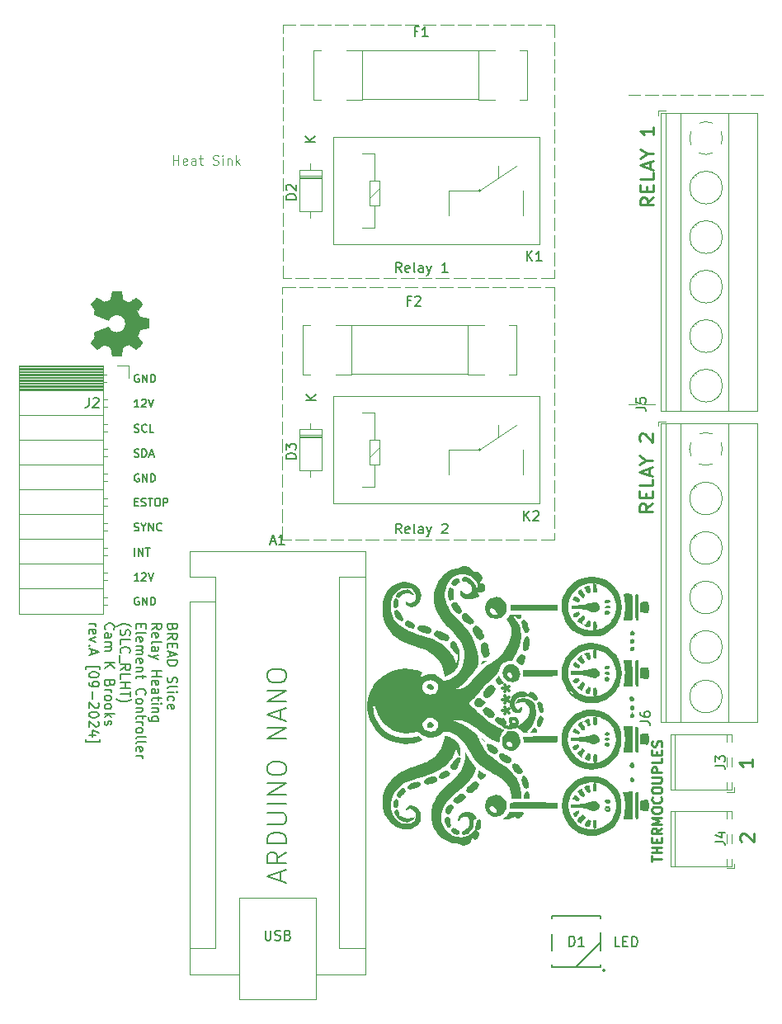
<source format=gbr>
%TF.GenerationSoftware,KiCad,Pcbnew,8.0.5*%
%TF.CreationDate,2024-09-29T22:12:38-04:00*%
%TF.ProjectId,BREAD_Slice,42524541-445f-4536-9c69-63652e6b6963,rev?*%
%TF.SameCoordinates,PX74eba40PY8552dc0*%
%TF.FileFunction,Legend,Top*%
%TF.FilePolarity,Positive*%
%FSLAX46Y46*%
G04 Gerber Fmt 4.6, Leading zero omitted, Abs format (unit mm)*
G04 Created by KiCad (PCBNEW 8.0.5) date 2024-09-29 22:12:38*
%MOMM*%
%LPD*%
G01*
G04 APERTURE LIST*
%ADD10C,0.120000*%
%ADD11C,0.250000*%
%ADD12C,0.150000*%
%ADD13C,0.300000*%
%ADD14C,0.100000*%
%ADD15C,0.000000*%
%ADD16C,0.010000*%
%ADD17C,0.177800*%
%ADD18C,0.200000*%
G04 APERTURE END LIST*
D10*
X69875000Y90500000D02*
X68555000Y90500000D01*
X68075000Y90500000D02*
X66755000Y90500000D01*
X66275000Y90500000D02*
X64955000Y90500000D01*
X64475000Y90500000D02*
X63155000Y90500000D01*
X62675000Y90500000D02*
X61355000Y90500000D01*
X60875000Y90500000D02*
X59555000Y90500000D01*
X59075000Y90500000D02*
X57755000Y90500000D01*
X57275000Y90500000D02*
X56025000Y90500000D01*
X20550000Y97750000D02*
X21870000Y97750000D01*
X22350000Y97750000D02*
X23670000Y97750000D01*
X24150000Y97750000D02*
X25470000Y97750000D01*
X25950000Y97750000D02*
X27270000Y97750000D01*
X27750000Y97750000D02*
X29070000Y97750000D01*
X29550000Y97750000D02*
X30870000Y97750000D01*
X31350000Y97750000D02*
X32670000Y97750000D01*
X33150000Y97750000D02*
X34470000Y97750000D01*
X34950000Y97750000D02*
X36270000Y97750000D01*
X36750000Y97750000D02*
X38070000Y97750000D01*
X38550000Y97750000D02*
X39870000Y97750000D01*
X40350000Y97750000D02*
X41670000Y97750000D01*
X42150000Y97750000D02*
X43470000Y97750000D01*
X43950000Y97750000D02*
X45270000Y97750000D01*
X45750000Y97750000D02*
X47070000Y97750000D01*
X47550000Y97750000D02*
X48400000Y97750000D01*
X48400000Y97750000D02*
X48400000Y96430000D01*
X48400000Y95950000D02*
X48400000Y94630000D01*
X48400000Y94150000D02*
X48400000Y92830000D01*
X48400000Y92350000D02*
X48400000Y91030000D01*
X48400000Y90550000D02*
X48400000Y89230000D01*
X48400000Y88750000D02*
X48400000Y87430000D01*
X48400000Y86950000D02*
X48400000Y85630000D01*
X48400000Y85150000D02*
X48400000Y83830000D01*
X48400000Y83350000D02*
X48400000Y82030000D01*
X48400000Y81550000D02*
X48400000Y80230000D01*
X48400000Y79750000D02*
X48400000Y78430000D01*
X48400000Y77950000D02*
X48400000Y76630000D01*
X48400000Y76150000D02*
X48400000Y74830000D01*
X48400000Y74350000D02*
X48400000Y73030000D01*
X48400000Y72550000D02*
X48400000Y71700000D01*
X48400000Y71700000D02*
X47080000Y71700000D01*
X46600000Y71700000D02*
X45280000Y71700000D01*
X44800000Y71700000D02*
X43480000Y71700000D01*
X43000000Y71700000D02*
X41680000Y71700000D01*
X41200000Y71700000D02*
X39880000Y71700000D01*
X39400000Y71700000D02*
X38080000Y71700000D01*
X37600000Y71700000D02*
X36280000Y71700000D01*
X35800000Y71700000D02*
X34480000Y71700000D01*
X34000000Y71700000D02*
X32680000Y71700000D01*
X32200000Y71700000D02*
X30880000Y71700000D01*
X30400000Y71700000D02*
X29080000Y71700000D01*
X28600000Y71700000D02*
X27280000Y71700000D01*
X26800000Y71700000D02*
X25480000Y71700000D01*
X25000000Y71700000D02*
X23680000Y71700000D01*
X23200000Y71700000D02*
X21880000Y71700000D01*
X21400000Y71700000D02*
X20550000Y71700000D01*
X20550000Y71700000D02*
X20550000Y73020000D01*
X20550000Y73500000D02*
X20550000Y74820000D01*
X20550000Y75300000D02*
X20550000Y76620000D01*
X20550000Y77100000D02*
X20550000Y78420000D01*
X20550000Y78900000D02*
X20550000Y80220000D01*
X20550000Y80700000D02*
X20550000Y82020000D01*
X20550000Y82500000D02*
X20550000Y83820000D01*
X20550000Y84300000D02*
X20550000Y85620000D01*
X20550000Y86100000D02*
X20550000Y87420000D01*
X20550000Y87900000D02*
X20550000Y89220000D01*
X20550000Y89700000D02*
X20550000Y91020000D01*
X20550000Y91500000D02*
X20550000Y92820000D01*
X20550000Y93300000D02*
X20550000Y94620000D01*
X20550000Y95100000D02*
X20550000Y96420000D01*
X20550000Y96900000D02*
X20550000Y97750000D01*
X58725000Y58800000D02*
X57405000Y58800000D01*
X56925000Y58800000D02*
X56025000Y58800000D01*
X20500000Y70800000D02*
X21820000Y70800000D01*
X22300000Y70800000D02*
X23620000Y70800000D01*
X24100000Y70800000D02*
X25420000Y70800000D01*
X25900000Y70800000D02*
X27220000Y70800000D01*
X27700000Y70800000D02*
X29020000Y70800000D01*
X29500000Y70800000D02*
X30820000Y70800000D01*
X31300000Y70800000D02*
X32620000Y70800000D01*
X33100000Y70800000D02*
X34420000Y70800000D01*
X34900000Y70800000D02*
X36220000Y70800000D01*
X36700000Y70800000D02*
X38020000Y70800000D01*
X38500000Y70800000D02*
X39820000Y70800000D01*
X40300000Y70800000D02*
X41620000Y70800000D01*
X42100000Y70800000D02*
X43420000Y70800000D01*
X43900000Y70800000D02*
X45220000Y70800000D01*
X45700000Y70800000D02*
X47020000Y70800000D01*
X47500000Y70800000D02*
X48400000Y70800000D01*
X48400000Y70800000D02*
X48400000Y69480000D01*
X48400000Y69000000D02*
X48400000Y67680000D01*
X48400000Y67200000D02*
X48400000Y65880000D01*
X48400000Y65400000D02*
X48400000Y64080000D01*
X48400000Y63600000D02*
X48400000Y62280000D01*
X48400000Y61800000D02*
X48400000Y60480000D01*
X48400000Y60000000D02*
X48400000Y58680000D01*
X48400000Y58200000D02*
X48400000Y56880000D01*
X48400000Y56400000D02*
X48400000Y55080000D01*
X48400000Y54600000D02*
X48400000Y53280000D01*
X48400000Y52800000D02*
X48400000Y51480000D01*
X48400000Y51000000D02*
X48400000Y49680000D01*
X48400000Y49200000D02*
X48400000Y47880000D01*
X48400000Y47400000D02*
X48400000Y46080000D01*
X48400000Y45600000D02*
X48400000Y44900000D01*
X48400000Y44900000D02*
X47080000Y44900000D01*
X46600000Y44900000D02*
X45280000Y44900000D01*
X44800000Y44900000D02*
X43480000Y44900000D01*
X43000000Y44900000D02*
X41680000Y44900000D01*
X41200000Y44900000D02*
X39880000Y44900000D01*
X39400000Y44900000D02*
X38080000Y44900000D01*
X37600000Y44900000D02*
X36280000Y44900000D01*
X35800000Y44900000D02*
X34480000Y44900000D01*
X34000000Y44900000D02*
X32680000Y44900000D01*
X32200000Y44900000D02*
X30880000Y44900000D01*
X30400000Y44900000D02*
X29080000Y44900000D01*
X28600000Y44900000D02*
X27280000Y44900000D01*
X26800000Y44900000D02*
X25480000Y44900000D01*
X25000000Y44900000D02*
X23680000Y44900000D01*
X23200000Y44900000D02*
X21880000Y44900000D01*
X21400000Y44900000D02*
X20500000Y44900000D01*
X20500000Y44900000D02*
X20500000Y46220000D01*
X20500000Y46700000D02*
X20500000Y48020000D01*
X20500000Y48500000D02*
X20500000Y49820000D01*
X20500000Y50300000D02*
X20500000Y51620000D01*
X20500000Y52100000D02*
X20500000Y53420000D01*
X20500000Y53900000D02*
X20500000Y55220000D01*
X20500000Y55700000D02*
X20500000Y57020000D01*
X20500000Y57500000D02*
X20500000Y58820000D01*
X20500000Y59300000D02*
X20500000Y60620000D01*
X20500000Y61100000D02*
X20500000Y62420000D01*
X20500000Y62900000D02*
X20500000Y64220000D01*
X20500000Y64700000D02*
X20500000Y66020000D01*
X20500000Y66500000D02*
X20500000Y67820000D01*
X20500000Y68300000D02*
X20500000Y69620000D01*
X20500000Y70100000D02*
X20500000Y70800000D01*
D11*
X58534666Y48583334D02*
X57868000Y48116667D01*
X58534666Y47783334D02*
X57134666Y47783334D01*
X57134666Y47783334D02*
X57134666Y48316667D01*
X57134666Y48316667D02*
X57201333Y48450000D01*
X57201333Y48450000D02*
X57268000Y48516667D01*
X57268000Y48516667D02*
X57401333Y48583334D01*
X57401333Y48583334D02*
X57601333Y48583334D01*
X57601333Y48583334D02*
X57734666Y48516667D01*
X57734666Y48516667D02*
X57801333Y48450000D01*
X57801333Y48450000D02*
X57868000Y48316667D01*
X57868000Y48316667D02*
X57868000Y47783334D01*
X57801333Y49183334D02*
X57801333Y49650000D01*
X58534666Y49850000D02*
X58534666Y49183334D01*
X58534666Y49183334D02*
X57134666Y49183334D01*
X57134666Y49183334D02*
X57134666Y49850000D01*
X58534666Y51116667D02*
X58534666Y50450001D01*
X58534666Y50450001D02*
X57134666Y50450001D01*
X58134666Y51516667D02*
X58134666Y52183334D01*
X58534666Y51383334D02*
X57134666Y51850000D01*
X57134666Y51850000D02*
X58534666Y52316667D01*
X57868000Y53050000D02*
X58534666Y53050000D01*
X57134666Y52583334D02*
X57868000Y53050000D01*
X57868000Y53050000D02*
X57134666Y53516667D01*
X57268000Y54983334D02*
X57201333Y55050001D01*
X57201333Y55050001D02*
X57134666Y55183334D01*
X57134666Y55183334D02*
X57134666Y55516667D01*
X57134666Y55516667D02*
X57201333Y55650001D01*
X57201333Y55650001D02*
X57268000Y55716667D01*
X57268000Y55716667D02*
X57401333Y55783334D01*
X57401333Y55783334D02*
X57534666Y55783334D01*
X57534666Y55783334D02*
X57734666Y55716667D01*
X57734666Y55716667D02*
X58534666Y54916667D01*
X58534666Y54916667D02*
X58534666Y55783334D01*
D12*
X5790476Y51599610D02*
X5714286Y51637705D01*
X5714286Y51637705D02*
X5600000Y51637705D01*
X5600000Y51637705D02*
X5485714Y51599610D01*
X5485714Y51599610D02*
X5409524Y51523420D01*
X5409524Y51523420D02*
X5371429Y51447229D01*
X5371429Y51447229D02*
X5333333Y51294848D01*
X5333333Y51294848D02*
X5333333Y51180562D01*
X5333333Y51180562D02*
X5371429Y51028181D01*
X5371429Y51028181D02*
X5409524Y50951991D01*
X5409524Y50951991D02*
X5485714Y50875800D01*
X5485714Y50875800D02*
X5600000Y50837705D01*
X5600000Y50837705D02*
X5676191Y50837705D01*
X5676191Y50837705D02*
X5790476Y50875800D01*
X5790476Y50875800D02*
X5828572Y50913896D01*
X5828572Y50913896D02*
X5828572Y51180562D01*
X5828572Y51180562D02*
X5676191Y51180562D01*
X6171429Y50837705D02*
X6171429Y51637705D01*
X6171429Y51637705D02*
X6628572Y50837705D01*
X6628572Y50837705D02*
X6628572Y51637705D01*
X7009524Y50837705D02*
X7009524Y51637705D01*
X7009524Y51637705D02*
X7200000Y51637705D01*
X7200000Y51637705D02*
X7314286Y51599610D01*
X7314286Y51599610D02*
X7390476Y51523420D01*
X7390476Y51523420D02*
X7428571Y51447229D01*
X7428571Y51447229D02*
X7466667Y51294848D01*
X7466667Y51294848D02*
X7466667Y51180562D01*
X7466667Y51180562D02*
X7428571Y51028181D01*
X7428571Y51028181D02*
X7390476Y50951991D01*
X7390476Y50951991D02*
X7314286Y50875800D01*
X7314286Y50875800D02*
X7200000Y50837705D01*
X7200000Y50837705D02*
X7009524Y50837705D01*
D11*
X58634666Y80033334D02*
X57968000Y79566667D01*
X58634666Y79233334D02*
X57234666Y79233334D01*
X57234666Y79233334D02*
X57234666Y79766667D01*
X57234666Y79766667D02*
X57301333Y79900000D01*
X57301333Y79900000D02*
X57368000Y79966667D01*
X57368000Y79966667D02*
X57501333Y80033334D01*
X57501333Y80033334D02*
X57701333Y80033334D01*
X57701333Y80033334D02*
X57834666Y79966667D01*
X57834666Y79966667D02*
X57901333Y79900000D01*
X57901333Y79900000D02*
X57968000Y79766667D01*
X57968000Y79766667D02*
X57968000Y79233334D01*
X57901333Y80633334D02*
X57901333Y81100000D01*
X58634666Y81300000D02*
X58634666Y80633334D01*
X58634666Y80633334D02*
X57234666Y80633334D01*
X57234666Y80633334D02*
X57234666Y81300000D01*
X58634666Y82566667D02*
X58634666Y81900001D01*
X58634666Y81900001D02*
X57234666Y81900001D01*
X58234666Y82966667D02*
X58234666Y83633334D01*
X58634666Y82833334D02*
X57234666Y83300000D01*
X57234666Y83300000D02*
X58634666Y83766667D01*
X57968000Y84500000D02*
X58634666Y84500000D01*
X57234666Y84033334D02*
X57968000Y84500000D01*
X57968000Y84500000D02*
X57234666Y84966667D01*
X58634666Y87233334D02*
X58634666Y86433334D01*
X58634666Y86833334D02*
X57234666Y86833334D01*
X57234666Y86833334D02*
X57434666Y86700001D01*
X57434666Y86700001D02*
X57568000Y86566667D01*
X57568000Y86566667D02*
X57634666Y86433334D01*
D12*
X55157142Y3145181D02*
X54680952Y3145181D01*
X54680952Y3145181D02*
X54680952Y4145181D01*
X55490476Y3668991D02*
X55823809Y3668991D01*
X55966666Y3145181D02*
X55490476Y3145181D01*
X55490476Y3145181D02*
X55490476Y4145181D01*
X55490476Y4145181D02*
X55966666Y4145181D01*
X56395238Y3145181D02*
X56395238Y4145181D01*
X56395238Y4145181D02*
X56633333Y4145181D01*
X56633333Y4145181D02*
X56776190Y4097562D01*
X56776190Y4097562D02*
X56871428Y4002324D01*
X56871428Y4002324D02*
X56919047Y3907086D01*
X56919047Y3907086D02*
X56966666Y3716610D01*
X56966666Y3716610D02*
X56966666Y3573753D01*
X56966666Y3573753D02*
X56919047Y3383277D01*
X56919047Y3383277D02*
X56871428Y3288039D01*
X56871428Y3288039D02*
X56776190Y3192800D01*
X56776190Y3192800D02*
X56633333Y3145181D01*
X56633333Y3145181D02*
X56395238Y3145181D01*
X5790476Y40687705D02*
X5333333Y40687705D01*
X5561905Y40687705D02*
X5561905Y41487705D01*
X5561905Y41487705D02*
X5485714Y41373420D01*
X5485714Y41373420D02*
X5409524Y41297229D01*
X5409524Y41297229D02*
X5333333Y41259134D01*
X6095238Y41411515D02*
X6133334Y41449610D01*
X6133334Y41449610D02*
X6209524Y41487705D01*
X6209524Y41487705D02*
X6400000Y41487705D01*
X6400000Y41487705D02*
X6476191Y41449610D01*
X6476191Y41449610D02*
X6514286Y41411515D01*
X6514286Y41411515D02*
X6552381Y41335324D01*
X6552381Y41335324D02*
X6552381Y41259134D01*
X6552381Y41259134D02*
X6514286Y41144848D01*
X6514286Y41144848D02*
X6057143Y40687705D01*
X6057143Y40687705D02*
X6552381Y40687705D01*
X6780953Y41487705D02*
X7047620Y40687705D01*
X7047620Y40687705D02*
X7314286Y41487705D01*
X32728570Y45545181D02*
X32395237Y46021372D01*
X32157142Y45545181D02*
X32157142Y46545181D01*
X32157142Y46545181D02*
X32538094Y46545181D01*
X32538094Y46545181D02*
X32633332Y46497562D01*
X32633332Y46497562D02*
X32680951Y46449943D01*
X32680951Y46449943D02*
X32728570Y46354705D01*
X32728570Y46354705D02*
X32728570Y46211848D01*
X32728570Y46211848D02*
X32680951Y46116610D01*
X32680951Y46116610D02*
X32633332Y46068991D01*
X32633332Y46068991D02*
X32538094Y46021372D01*
X32538094Y46021372D02*
X32157142Y46021372D01*
X33538094Y45592800D02*
X33442856Y45545181D01*
X33442856Y45545181D02*
X33252380Y45545181D01*
X33252380Y45545181D02*
X33157142Y45592800D01*
X33157142Y45592800D02*
X33109523Y45688039D01*
X33109523Y45688039D02*
X33109523Y46068991D01*
X33109523Y46068991D02*
X33157142Y46164229D01*
X33157142Y46164229D02*
X33252380Y46211848D01*
X33252380Y46211848D02*
X33442856Y46211848D01*
X33442856Y46211848D02*
X33538094Y46164229D01*
X33538094Y46164229D02*
X33585713Y46068991D01*
X33585713Y46068991D02*
X33585713Y45973753D01*
X33585713Y45973753D02*
X33109523Y45878515D01*
X34157142Y45545181D02*
X34061904Y45592800D01*
X34061904Y45592800D02*
X34014285Y45688039D01*
X34014285Y45688039D02*
X34014285Y46545181D01*
X34966666Y45545181D02*
X34966666Y46068991D01*
X34966666Y46068991D02*
X34919047Y46164229D01*
X34919047Y46164229D02*
X34823809Y46211848D01*
X34823809Y46211848D02*
X34633333Y46211848D01*
X34633333Y46211848D02*
X34538095Y46164229D01*
X34966666Y45592800D02*
X34871428Y45545181D01*
X34871428Y45545181D02*
X34633333Y45545181D01*
X34633333Y45545181D02*
X34538095Y45592800D01*
X34538095Y45592800D02*
X34490476Y45688039D01*
X34490476Y45688039D02*
X34490476Y45783277D01*
X34490476Y45783277D02*
X34538095Y45878515D01*
X34538095Y45878515D02*
X34633333Y45926134D01*
X34633333Y45926134D02*
X34871428Y45926134D01*
X34871428Y45926134D02*
X34966666Y45973753D01*
X35347619Y46211848D02*
X35585714Y45545181D01*
X35823809Y46211848D02*
X35585714Y45545181D01*
X35585714Y45545181D02*
X35490476Y45307086D01*
X35490476Y45307086D02*
X35442857Y45259467D01*
X35442857Y45259467D02*
X35347619Y45211848D01*
X36919048Y46449943D02*
X36966667Y46497562D01*
X36966667Y46497562D02*
X37061905Y46545181D01*
X37061905Y46545181D02*
X37300000Y46545181D01*
X37300000Y46545181D02*
X37395238Y46497562D01*
X37395238Y46497562D02*
X37442857Y46449943D01*
X37442857Y46449943D02*
X37490476Y46354705D01*
X37490476Y46354705D02*
X37490476Y46259467D01*
X37490476Y46259467D02*
X37442857Y46116610D01*
X37442857Y46116610D02*
X36871429Y45545181D01*
X36871429Y45545181D02*
X37490476Y45545181D01*
X5333333Y45825800D02*
X5447619Y45787705D01*
X5447619Y45787705D02*
X5638095Y45787705D01*
X5638095Y45787705D02*
X5714286Y45825800D01*
X5714286Y45825800D02*
X5752381Y45863896D01*
X5752381Y45863896D02*
X5790476Y45940086D01*
X5790476Y45940086D02*
X5790476Y46016277D01*
X5790476Y46016277D02*
X5752381Y46092467D01*
X5752381Y46092467D02*
X5714286Y46130562D01*
X5714286Y46130562D02*
X5638095Y46168658D01*
X5638095Y46168658D02*
X5485714Y46206753D01*
X5485714Y46206753D02*
X5409524Y46244848D01*
X5409524Y46244848D02*
X5371429Y46282943D01*
X5371429Y46282943D02*
X5333333Y46359134D01*
X5333333Y46359134D02*
X5333333Y46435324D01*
X5333333Y46435324D02*
X5371429Y46511515D01*
X5371429Y46511515D02*
X5409524Y46549610D01*
X5409524Y46549610D02*
X5485714Y46587705D01*
X5485714Y46587705D02*
X5676191Y46587705D01*
X5676191Y46587705D02*
X5790476Y46549610D01*
X6285715Y46168658D02*
X6285715Y45787705D01*
X6019048Y46587705D02*
X6285715Y46168658D01*
X6285715Y46168658D02*
X6552381Y46587705D01*
X6819048Y45787705D02*
X6819048Y46587705D01*
X6819048Y46587705D02*
X7276191Y45787705D01*
X7276191Y45787705D02*
X7276191Y46587705D01*
X8114286Y45863896D02*
X8076190Y45825800D01*
X8076190Y45825800D02*
X7961905Y45787705D01*
X7961905Y45787705D02*
X7885714Y45787705D01*
X7885714Y45787705D02*
X7771428Y45825800D01*
X7771428Y45825800D02*
X7695238Y45901991D01*
X7695238Y45901991D02*
X7657143Y45978181D01*
X7657143Y45978181D02*
X7619047Y46130562D01*
X7619047Y46130562D02*
X7619047Y46244848D01*
X7619047Y46244848D02*
X7657143Y46397229D01*
X7657143Y46397229D02*
X7695238Y46473420D01*
X7695238Y46473420D02*
X7771428Y46549610D01*
X7771428Y46549610D02*
X7885714Y46587705D01*
X7885714Y46587705D02*
X7961905Y46587705D01*
X7961905Y46587705D02*
X8076190Y46549610D01*
X8076190Y46549610D02*
X8114286Y46511515D01*
X5790476Y38949610D02*
X5714286Y38987705D01*
X5714286Y38987705D02*
X5600000Y38987705D01*
X5600000Y38987705D02*
X5485714Y38949610D01*
X5485714Y38949610D02*
X5409524Y38873420D01*
X5409524Y38873420D02*
X5371429Y38797229D01*
X5371429Y38797229D02*
X5333333Y38644848D01*
X5333333Y38644848D02*
X5333333Y38530562D01*
X5333333Y38530562D02*
X5371429Y38378181D01*
X5371429Y38378181D02*
X5409524Y38301991D01*
X5409524Y38301991D02*
X5485714Y38225800D01*
X5485714Y38225800D02*
X5600000Y38187705D01*
X5600000Y38187705D02*
X5676191Y38187705D01*
X5676191Y38187705D02*
X5790476Y38225800D01*
X5790476Y38225800D02*
X5828572Y38263896D01*
X5828572Y38263896D02*
X5828572Y38530562D01*
X5828572Y38530562D02*
X5676191Y38530562D01*
X6171429Y38187705D02*
X6171429Y38987705D01*
X6171429Y38987705D02*
X6628572Y38187705D01*
X6628572Y38187705D02*
X6628572Y38987705D01*
X7009524Y38187705D02*
X7009524Y38987705D01*
X7009524Y38987705D02*
X7200000Y38987705D01*
X7200000Y38987705D02*
X7314286Y38949610D01*
X7314286Y38949610D02*
X7390476Y38873420D01*
X7390476Y38873420D02*
X7428571Y38797229D01*
X7428571Y38797229D02*
X7466667Y38644848D01*
X7466667Y38644848D02*
X7466667Y38530562D01*
X7466667Y38530562D02*
X7428571Y38378181D01*
X7428571Y38378181D02*
X7390476Y38301991D01*
X7390476Y38301991D02*
X7314286Y38225800D01*
X7314286Y38225800D02*
X7200000Y38187705D01*
X7200000Y38187705D02*
X7009524Y38187705D01*
X9243850Y35929888D02*
X9196231Y35787031D01*
X9196231Y35787031D02*
X9148612Y35739412D01*
X9148612Y35739412D02*
X9053374Y35691793D01*
X9053374Y35691793D02*
X8910517Y35691793D01*
X8910517Y35691793D02*
X8815279Y35739412D01*
X8815279Y35739412D02*
X8767660Y35787031D01*
X8767660Y35787031D02*
X8720040Y35882269D01*
X8720040Y35882269D02*
X8720040Y36263221D01*
X8720040Y36263221D02*
X9720040Y36263221D01*
X9720040Y36263221D02*
X9720040Y35929888D01*
X9720040Y35929888D02*
X9672421Y35834650D01*
X9672421Y35834650D02*
X9624802Y35787031D01*
X9624802Y35787031D02*
X9529564Y35739412D01*
X9529564Y35739412D02*
X9434326Y35739412D01*
X9434326Y35739412D02*
X9339088Y35787031D01*
X9339088Y35787031D02*
X9291469Y35834650D01*
X9291469Y35834650D02*
X9243850Y35929888D01*
X9243850Y35929888D02*
X9243850Y36263221D01*
X8720040Y34691793D02*
X9196231Y35025126D01*
X8720040Y35263221D02*
X9720040Y35263221D01*
X9720040Y35263221D02*
X9720040Y34882269D01*
X9720040Y34882269D02*
X9672421Y34787031D01*
X9672421Y34787031D02*
X9624802Y34739412D01*
X9624802Y34739412D02*
X9529564Y34691793D01*
X9529564Y34691793D02*
X9386707Y34691793D01*
X9386707Y34691793D02*
X9291469Y34739412D01*
X9291469Y34739412D02*
X9243850Y34787031D01*
X9243850Y34787031D02*
X9196231Y34882269D01*
X9196231Y34882269D02*
X9196231Y35263221D01*
X9243850Y34263221D02*
X9243850Y33929888D01*
X8720040Y33787031D02*
X8720040Y34263221D01*
X8720040Y34263221D02*
X9720040Y34263221D01*
X9720040Y34263221D02*
X9720040Y33787031D01*
X9005755Y33406078D02*
X9005755Y32929888D01*
X8720040Y33501316D02*
X9720040Y33167983D01*
X9720040Y33167983D02*
X8720040Y32834650D01*
X8720040Y32501316D02*
X9720040Y32501316D01*
X9720040Y32501316D02*
X9720040Y32263221D01*
X9720040Y32263221D02*
X9672421Y32120364D01*
X9672421Y32120364D02*
X9577183Y32025126D01*
X9577183Y32025126D02*
X9481945Y31977507D01*
X9481945Y31977507D02*
X9291469Y31929888D01*
X9291469Y31929888D02*
X9148612Y31929888D01*
X9148612Y31929888D02*
X8958136Y31977507D01*
X8958136Y31977507D02*
X8862898Y32025126D01*
X8862898Y32025126D02*
X8767660Y32120364D01*
X8767660Y32120364D02*
X8720040Y32263221D01*
X8720040Y32263221D02*
X8720040Y32501316D01*
X8767660Y30787030D02*
X8720040Y30644173D01*
X8720040Y30644173D02*
X8720040Y30406078D01*
X8720040Y30406078D02*
X8767660Y30310840D01*
X8767660Y30310840D02*
X8815279Y30263221D01*
X8815279Y30263221D02*
X8910517Y30215602D01*
X8910517Y30215602D02*
X9005755Y30215602D01*
X9005755Y30215602D02*
X9100993Y30263221D01*
X9100993Y30263221D02*
X9148612Y30310840D01*
X9148612Y30310840D02*
X9196231Y30406078D01*
X9196231Y30406078D02*
X9243850Y30596554D01*
X9243850Y30596554D02*
X9291469Y30691792D01*
X9291469Y30691792D02*
X9339088Y30739411D01*
X9339088Y30739411D02*
X9434326Y30787030D01*
X9434326Y30787030D02*
X9529564Y30787030D01*
X9529564Y30787030D02*
X9624802Y30739411D01*
X9624802Y30739411D02*
X9672421Y30691792D01*
X9672421Y30691792D02*
X9720040Y30596554D01*
X9720040Y30596554D02*
X9720040Y30358459D01*
X9720040Y30358459D02*
X9672421Y30215602D01*
X8720040Y29644173D02*
X8767660Y29739411D01*
X8767660Y29739411D02*
X8862898Y29787030D01*
X8862898Y29787030D02*
X9720040Y29787030D01*
X8720040Y29263220D02*
X9386707Y29263220D01*
X9720040Y29263220D02*
X9672421Y29310839D01*
X9672421Y29310839D02*
X9624802Y29263220D01*
X9624802Y29263220D02*
X9672421Y29215601D01*
X9672421Y29215601D02*
X9720040Y29263220D01*
X9720040Y29263220D02*
X9624802Y29263220D01*
X8767660Y28358459D02*
X8720040Y28453697D01*
X8720040Y28453697D02*
X8720040Y28644173D01*
X8720040Y28644173D02*
X8767660Y28739411D01*
X8767660Y28739411D02*
X8815279Y28787030D01*
X8815279Y28787030D02*
X8910517Y28834649D01*
X8910517Y28834649D02*
X9196231Y28834649D01*
X9196231Y28834649D02*
X9291469Y28787030D01*
X9291469Y28787030D02*
X9339088Y28739411D01*
X9339088Y28739411D02*
X9386707Y28644173D01*
X9386707Y28644173D02*
X9386707Y28453697D01*
X9386707Y28453697D02*
X9339088Y28358459D01*
X8767660Y27548935D02*
X8720040Y27644173D01*
X8720040Y27644173D02*
X8720040Y27834649D01*
X8720040Y27834649D02*
X8767660Y27929887D01*
X8767660Y27929887D02*
X8862898Y27977506D01*
X8862898Y27977506D02*
X9243850Y27977506D01*
X9243850Y27977506D02*
X9339088Y27929887D01*
X9339088Y27929887D02*
X9386707Y27834649D01*
X9386707Y27834649D02*
X9386707Y27644173D01*
X9386707Y27644173D02*
X9339088Y27548935D01*
X9339088Y27548935D02*
X9243850Y27501316D01*
X9243850Y27501316D02*
X9148612Y27501316D01*
X9148612Y27501316D02*
X9053374Y27977506D01*
X7110096Y35691793D02*
X7586287Y36025126D01*
X7110096Y36263221D02*
X8110096Y36263221D01*
X8110096Y36263221D02*
X8110096Y35882269D01*
X8110096Y35882269D02*
X8062477Y35787031D01*
X8062477Y35787031D02*
X8014858Y35739412D01*
X8014858Y35739412D02*
X7919620Y35691793D01*
X7919620Y35691793D02*
X7776763Y35691793D01*
X7776763Y35691793D02*
X7681525Y35739412D01*
X7681525Y35739412D02*
X7633906Y35787031D01*
X7633906Y35787031D02*
X7586287Y35882269D01*
X7586287Y35882269D02*
X7586287Y36263221D01*
X7157716Y34882269D02*
X7110096Y34977507D01*
X7110096Y34977507D02*
X7110096Y35167983D01*
X7110096Y35167983D02*
X7157716Y35263221D01*
X7157716Y35263221D02*
X7252954Y35310840D01*
X7252954Y35310840D02*
X7633906Y35310840D01*
X7633906Y35310840D02*
X7729144Y35263221D01*
X7729144Y35263221D02*
X7776763Y35167983D01*
X7776763Y35167983D02*
X7776763Y34977507D01*
X7776763Y34977507D02*
X7729144Y34882269D01*
X7729144Y34882269D02*
X7633906Y34834650D01*
X7633906Y34834650D02*
X7538668Y34834650D01*
X7538668Y34834650D02*
X7443430Y35310840D01*
X7110096Y34263221D02*
X7157716Y34358459D01*
X7157716Y34358459D02*
X7252954Y34406078D01*
X7252954Y34406078D02*
X8110096Y34406078D01*
X7110096Y33453697D02*
X7633906Y33453697D01*
X7633906Y33453697D02*
X7729144Y33501316D01*
X7729144Y33501316D02*
X7776763Y33596554D01*
X7776763Y33596554D02*
X7776763Y33787030D01*
X7776763Y33787030D02*
X7729144Y33882268D01*
X7157716Y33453697D02*
X7110096Y33548935D01*
X7110096Y33548935D02*
X7110096Y33787030D01*
X7110096Y33787030D02*
X7157716Y33882268D01*
X7157716Y33882268D02*
X7252954Y33929887D01*
X7252954Y33929887D02*
X7348192Y33929887D01*
X7348192Y33929887D02*
X7443430Y33882268D01*
X7443430Y33882268D02*
X7491049Y33787030D01*
X7491049Y33787030D02*
X7491049Y33548935D01*
X7491049Y33548935D02*
X7538668Y33453697D01*
X7776763Y33072744D02*
X7110096Y32834649D01*
X7776763Y32596554D02*
X7110096Y32834649D01*
X7110096Y32834649D02*
X6872001Y32929887D01*
X6872001Y32929887D02*
X6824382Y32977506D01*
X6824382Y32977506D02*
X6776763Y33072744D01*
X7110096Y31453696D02*
X8110096Y31453696D01*
X7633906Y31453696D02*
X7633906Y30882268D01*
X7110096Y30882268D02*
X8110096Y30882268D01*
X7157716Y30025125D02*
X7110096Y30120363D01*
X7110096Y30120363D02*
X7110096Y30310839D01*
X7110096Y30310839D02*
X7157716Y30406077D01*
X7157716Y30406077D02*
X7252954Y30453696D01*
X7252954Y30453696D02*
X7633906Y30453696D01*
X7633906Y30453696D02*
X7729144Y30406077D01*
X7729144Y30406077D02*
X7776763Y30310839D01*
X7776763Y30310839D02*
X7776763Y30120363D01*
X7776763Y30120363D02*
X7729144Y30025125D01*
X7729144Y30025125D02*
X7633906Y29977506D01*
X7633906Y29977506D02*
X7538668Y29977506D01*
X7538668Y29977506D02*
X7443430Y30453696D01*
X7110096Y29120363D02*
X7633906Y29120363D01*
X7633906Y29120363D02*
X7729144Y29167982D01*
X7729144Y29167982D02*
X7776763Y29263220D01*
X7776763Y29263220D02*
X7776763Y29453696D01*
X7776763Y29453696D02*
X7729144Y29548934D01*
X7157716Y29120363D02*
X7110096Y29215601D01*
X7110096Y29215601D02*
X7110096Y29453696D01*
X7110096Y29453696D02*
X7157716Y29548934D01*
X7157716Y29548934D02*
X7252954Y29596553D01*
X7252954Y29596553D02*
X7348192Y29596553D01*
X7348192Y29596553D02*
X7443430Y29548934D01*
X7443430Y29548934D02*
X7491049Y29453696D01*
X7491049Y29453696D02*
X7491049Y29215601D01*
X7491049Y29215601D02*
X7538668Y29120363D01*
X7776763Y28787029D02*
X7776763Y28406077D01*
X8110096Y28644172D02*
X7252954Y28644172D01*
X7252954Y28644172D02*
X7157716Y28596553D01*
X7157716Y28596553D02*
X7110096Y28501315D01*
X7110096Y28501315D02*
X7110096Y28406077D01*
X7110096Y28072743D02*
X7776763Y28072743D01*
X8110096Y28072743D02*
X8062477Y28120362D01*
X8062477Y28120362D02*
X8014858Y28072743D01*
X8014858Y28072743D02*
X8062477Y28025124D01*
X8062477Y28025124D02*
X8110096Y28072743D01*
X8110096Y28072743D02*
X8014858Y28072743D01*
X7776763Y27596553D02*
X7110096Y27596553D01*
X7681525Y27596553D02*
X7729144Y27548934D01*
X7729144Y27548934D02*
X7776763Y27453696D01*
X7776763Y27453696D02*
X7776763Y27310839D01*
X7776763Y27310839D02*
X7729144Y27215601D01*
X7729144Y27215601D02*
X7633906Y27167982D01*
X7633906Y27167982D02*
X7110096Y27167982D01*
X7776763Y26263220D02*
X6967239Y26263220D01*
X6967239Y26263220D02*
X6872001Y26310839D01*
X6872001Y26310839D02*
X6824382Y26358458D01*
X6824382Y26358458D02*
X6776763Y26453696D01*
X6776763Y26453696D02*
X6776763Y26596553D01*
X6776763Y26596553D02*
X6824382Y26691791D01*
X7157716Y26263220D02*
X7110096Y26358458D01*
X7110096Y26358458D02*
X7110096Y26548934D01*
X7110096Y26548934D02*
X7157716Y26644172D01*
X7157716Y26644172D02*
X7205335Y26691791D01*
X7205335Y26691791D02*
X7300573Y26739410D01*
X7300573Y26739410D02*
X7586287Y26739410D01*
X7586287Y26739410D02*
X7681525Y26691791D01*
X7681525Y26691791D02*
X7729144Y26644172D01*
X7729144Y26644172D02*
X7776763Y26548934D01*
X7776763Y26548934D02*
X7776763Y26358458D01*
X7776763Y26358458D02*
X7729144Y26263220D01*
X6023962Y36263221D02*
X6023962Y35929888D01*
X5500152Y35787031D02*
X5500152Y36263221D01*
X5500152Y36263221D02*
X6500152Y36263221D01*
X6500152Y36263221D02*
X6500152Y35787031D01*
X5500152Y35215602D02*
X5547772Y35310840D01*
X5547772Y35310840D02*
X5643010Y35358459D01*
X5643010Y35358459D02*
X6500152Y35358459D01*
X5547772Y34453697D02*
X5500152Y34548935D01*
X5500152Y34548935D02*
X5500152Y34739411D01*
X5500152Y34739411D02*
X5547772Y34834649D01*
X5547772Y34834649D02*
X5643010Y34882268D01*
X5643010Y34882268D02*
X6023962Y34882268D01*
X6023962Y34882268D02*
X6119200Y34834649D01*
X6119200Y34834649D02*
X6166819Y34739411D01*
X6166819Y34739411D02*
X6166819Y34548935D01*
X6166819Y34548935D02*
X6119200Y34453697D01*
X6119200Y34453697D02*
X6023962Y34406078D01*
X6023962Y34406078D02*
X5928724Y34406078D01*
X5928724Y34406078D02*
X5833486Y34882268D01*
X5500152Y33977506D02*
X6166819Y33977506D01*
X6071581Y33977506D02*
X6119200Y33929887D01*
X6119200Y33929887D02*
X6166819Y33834649D01*
X6166819Y33834649D02*
X6166819Y33691792D01*
X6166819Y33691792D02*
X6119200Y33596554D01*
X6119200Y33596554D02*
X6023962Y33548935D01*
X6023962Y33548935D02*
X5500152Y33548935D01*
X6023962Y33548935D02*
X6119200Y33501316D01*
X6119200Y33501316D02*
X6166819Y33406078D01*
X6166819Y33406078D02*
X6166819Y33263221D01*
X6166819Y33263221D02*
X6119200Y33167982D01*
X6119200Y33167982D02*
X6023962Y33120363D01*
X6023962Y33120363D02*
X5500152Y33120363D01*
X5547772Y32263221D02*
X5500152Y32358459D01*
X5500152Y32358459D02*
X5500152Y32548935D01*
X5500152Y32548935D02*
X5547772Y32644173D01*
X5547772Y32644173D02*
X5643010Y32691792D01*
X5643010Y32691792D02*
X6023962Y32691792D01*
X6023962Y32691792D02*
X6119200Y32644173D01*
X6119200Y32644173D02*
X6166819Y32548935D01*
X6166819Y32548935D02*
X6166819Y32358459D01*
X6166819Y32358459D02*
X6119200Y32263221D01*
X6119200Y32263221D02*
X6023962Y32215602D01*
X6023962Y32215602D02*
X5928724Y32215602D01*
X5928724Y32215602D02*
X5833486Y32691792D01*
X6166819Y31787030D02*
X5500152Y31787030D01*
X6071581Y31787030D02*
X6119200Y31739411D01*
X6119200Y31739411D02*
X6166819Y31644173D01*
X6166819Y31644173D02*
X6166819Y31501316D01*
X6166819Y31501316D02*
X6119200Y31406078D01*
X6119200Y31406078D02*
X6023962Y31358459D01*
X6023962Y31358459D02*
X5500152Y31358459D01*
X6166819Y31025125D02*
X6166819Y30644173D01*
X6500152Y30882268D02*
X5643010Y30882268D01*
X5643010Y30882268D02*
X5547772Y30834649D01*
X5547772Y30834649D02*
X5500152Y30739411D01*
X5500152Y30739411D02*
X5500152Y30644173D01*
X5595391Y28977506D02*
X5547772Y29025125D01*
X5547772Y29025125D02*
X5500152Y29167982D01*
X5500152Y29167982D02*
X5500152Y29263220D01*
X5500152Y29263220D02*
X5547772Y29406077D01*
X5547772Y29406077D02*
X5643010Y29501315D01*
X5643010Y29501315D02*
X5738248Y29548934D01*
X5738248Y29548934D02*
X5928724Y29596553D01*
X5928724Y29596553D02*
X6071581Y29596553D01*
X6071581Y29596553D02*
X6262057Y29548934D01*
X6262057Y29548934D02*
X6357295Y29501315D01*
X6357295Y29501315D02*
X6452533Y29406077D01*
X6452533Y29406077D02*
X6500152Y29263220D01*
X6500152Y29263220D02*
X6500152Y29167982D01*
X6500152Y29167982D02*
X6452533Y29025125D01*
X6452533Y29025125D02*
X6404914Y28977506D01*
X5500152Y28406077D02*
X5547772Y28501315D01*
X5547772Y28501315D02*
X5595391Y28548934D01*
X5595391Y28548934D02*
X5690629Y28596553D01*
X5690629Y28596553D02*
X5976343Y28596553D01*
X5976343Y28596553D02*
X6071581Y28548934D01*
X6071581Y28548934D02*
X6119200Y28501315D01*
X6119200Y28501315D02*
X6166819Y28406077D01*
X6166819Y28406077D02*
X6166819Y28263220D01*
X6166819Y28263220D02*
X6119200Y28167982D01*
X6119200Y28167982D02*
X6071581Y28120363D01*
X6071581Y28120363D02*
X5976343Y28072744D01*
X5976343Y28072744D02*
X5690629Y28072744D01*
X5690629Y28072744D02*
X5595391Y28120363D01*
X5595391Y28120363D02*
X5547772Y28167982D01*
X5547772Y28167982D02*
X5500152Y28263220D01*
X5500152Y28263220D02*
X5500152Y28406077D01*
X6166819Y27644172D02*
X5500152Y27644172D01*
X6071581Y27644172D02*
X6119200Y27596553D01*
X6119200Y27596553D02*
X6166819Y27501315D01*
X6166819Y27501315D02*
X6166819Y27358458D01*
X6166819Y27358458D02*
X6119200Y27263220D01*
X6119200Y27263220D02*
X6023962Y27215601D01*
X6023962Y27215601D02*
X5500152Y27215601D01*
X6166819Y26882267D02*
X6166819Y26501315D01*
X6500152Y26739410D02*
X5643010Y26739410D01*
X5643010Y26739410D02*
X5547772Y26691791D01*
X5547772Y26691791D02*
X5500152Y26596553D01*
X5500152Y26596553D02*
X5500152Y26501315D01*
X5500152Y26167981D02*
X6166819Y26167981D01*
X5976343Y26167981D02*
X6071581Y26120362D01*
X6071581Y26120362D02*
X6119200Y26072743D01*
X6119200Y26072743D02*
X6166819Y25977505D01*
X6166819Y25977505D02*
X6166819Y25882267D01*
X5500152Y25406076D02*
X5547772Y25501314D01*
X5547772Y25501314D02*
X5595391Y25548933D01*
X5595391Y25548933D02*
X5690629Y25596552D01*
X5690629Y25596552D02*
X5976343Y25596552D01*
X5976343Y25596552D02*
X6071581Y25548933D01*
X6071581Y25548933D02*
X6119200Y25501314D01*
X6119200Y25501314D02*
X6166819Y25406076D01*
X6166819Y25406076D02*
X6166819Y25263219D01*
X6166819Y25263219D02*
X6119200Y25167981D01*
X6119200Y25167981D02*
X6071581Y25120362D01*
X6071581Y25120362D02*
X5976343Y25072743D01*
X5976343Y25072743D02*
X5690629Y25072743D01*
X5690629Y25072743D02*
X5595391Y25120362D01*
X5595391Y25120362D02*
X5547772Y25167981D01*
X5547772Y25167981D02*
X5500152Y25263219D01*
X5500152Y25263219D02*
X5500152Y25406076D01*
X5500152Y24501314D02*
X5547772Y24596552D01*
X5547772Y24596552D02*
X5643010Y24644171D01*
X5643010Y24644171D02*
X6500152Y24644171D01*
X5500152Y23977504D02*
X5547772Y24072742D01*
X5547772Y24072742D02*
X5643010Y24120361D01*
X5643010Y24120361D02*
X6500152Y24120361D01*
X5547772Y23215599D02*
X5500152Y23310837D01*
X5500152Y23310837D02*
X5500152Y23501313D01*
X5500152Y23501313D02*
X5547772Y23596551D01*
X5547772Y23596551D02*
X5643010Y23644170D01*
X5643010Y23644170D02*
X6023962Y23644170D01*
X6023962Y23644170D02*
X6119200Y23596551D01*
X6119200Y23596551D02*
X6166819Y23501313D01*
X6166819Y23501313D02*
X6166819Y23310837D01*
X6166819Y23310837D02*
X6119200Y23215599D01*
X6119200Y23215599D02*
X6023962Y23167980D01*
X6023962Y23167980D02*
X5928724Y23167980D01*
X5928724Y23167980D02*
X5833486Y23644170D01*
X5500152Y22739408D02*
X6166819Y22739408D01*
X5976343Y22739408D02*
X6071581Y22691789D01*
X6071581Y22691789D02*
X6119200Y22644170D01*
X6119200Y22644170D02*
X6166819Y22548932D01*
X6166819Y22548932D02*
X6166819Y22453694D01*
X3509256Y35977507D02*
X3556875Y36025126D01*
X3556875Y36025126D02*
X3699732Y36120364D01*
X3699732Y36120364D02*
X3794970Y36167983D01*
X3794970Y36167983D02*
X3937828Y36215602D01*
X3937828Y36215602D02*
X4175923Y36263221D01*
X4175923Y36263221D02*
X4366399Y36263221D01*
X4366399Y36263221D02*
X4604494Y36215602D01*
X4604494Y36215602D02*
X4747351Y36167983D01*
X4747351Y36167983D02*
X4842589Y36120364D01*
X4842589Y36120364D02*
X4985447Y36025126D01*
X4985447Y36025126D02*
X5033066Y35977507D01*
X3937828Y35644173D02*
X3890208Y35501316D01*
X3890208Y35501316D02*
X3890208Y35263221D01*
X3890208Y35263221D02*
X3937828Y35167983D01*
X3937828Y35167983D02*
X3985447Y35120364D01*
X3985447Y35120364D02*
X4080685Y35072745D01*
X4080685Y35072745D02*
X4175923Y35072745D01*
X4175923Y35072745D02*
X4271161Y35120364D01*
X4271161Y35120364D02*
X4318780Y35167983D01*
X4318780Y35167983D02*
X4366399Y35263221D01*
X4366399Y35263221D02*
X4414018Y35453697D01*
X4414018Y35453697D02*
X4461637Y35548935D01*
X4461637Y35548935D02*
X4509256Y35596554D01*
X4509256Y35596554D02*
X4604494Y35644173D01*
X4604494Y35644173D02*
X4699732Y35644173D01*
X4699732Y35644173D02*
X4794970Y35596554D01*
X4794970Y35596554D02*
X4842589Y35548935D01*
X4842589Y35548935D02*
X4890208Y35453697D01*
X4890208Y35453697D02*
X4890208Y35215602D01*
X4890208Y35215602D02*
X4842589Y35072745D01*
X3890208Y34167983D02*
X3890208Y34644173D01*
X3890208Y34644173D02*
X4890208Y34644173D01*
X3985447Y33263221D02*
X3937828Y33310840D01*
X3937828Y33310840D02*
X3890208Y33453697D01*
X3890208Y33453697D02*
X3890208Y33548935D01*
X3890208Y33548935D02*
X3937828Y33691792D01*
X3937828Y33691792D02*
X4033066Y33787030D01*
X4033066Y33787030D02*
X4128304Y33834649D01*
X4128304Y33834649D02*
X4318780Y33882268D01*
X4318780Y33882268D02*
X4461637Y33882268D01*
X4461637Y33882268D02*
X4652113Y33834649D01*
X4652113Y33834649D02*
X4747351Y33787030D01*
X4747351Y33787030D02*
X4842589Y33691792D01*
X4842589Y33691792D02*
X4890208Y33548935D01*
X4890208Y33548935D02*
X4890208Y33453697D01*
X4890208Y33453697D02*
X4842589Y33310840D01*
X4842589Y33310840D02*
X4794970Y33263221D01*
X3794970Y33072744D02*
X3794970Y32310840D01*
X3890208Y31501316D02*
X4366399Y31834649D01*
X3890208Y32072744D02*
X4890208Y32072744D01*
X4890208Y32072744D02*
X4890208Y31691792D01*
X4890208Y31691792D02*
X4842589Y31596554D01*
X4842589Y31596554D02*
X4794970Y31548935D01*
X4794970Y31548935D02*
X4699732Y31501316D01*
X4699732Y31501316D02*
X4556875Y31501316D01*
X4556875Y31501316D02*
X4461637Y31548935D01*
X4461637Y31548935D02*
X4414018Y31596554D01*
X4414018Y31596554D02*
X4366399Y31691792D01*
X4366399Y31691792D02*
X4366399Y32072744D01*
X3890208Y30596554D02*
X3890208Y31072744D01*
X3890208Y31072744D02*
X4890208Y31072744D01*
X3890208Y30263220D02*
X4890208Y30263220D01*
X4414018Y30263220D02*
X4414018Y29691792D01*
X3890208Y29691792D02*
X4890208Y29691792D01*
X4890208Y29358458D02*
X4890208Y28787030D01*
X3890208Y29072744D02*
X4890208Y29072744D01*
X3509256Y28548934D02*
X3556875Y28501315D01*
X3556875Y28501315D02*
X3699732Y28406077D01*
X3699732Y28406077D02*
X3794970Y28358458D01*
X3794970Y28358458D02*
X3937828Y28310839D01*
X3937828Y28310839D02*
X4175923Y28263220D01*
X4175923Y28263220D02*
X4366399Y28263220D01*
X4366399Y28263220D02*
X4604494Y28310839D01*
X4604494Y28310839D02*
X4747351Y28358458D01*
X4747351Y28358458D02*
X4842589Y28406077D01*
X4842589Y28406077D02*
X4985447Y28501315D01*
X4985447Y28501315D02*
X5033066Y28548934D01*
X2375503Y35691793D02*
X2327884Y35739412D01*
X2327884Y35739412D02*
X2280264Y35882269D01*
X2280264Y35882269D02*
X2280264Y35977507D01*
X2280264Y35977507D02*
X2327884Y36120364D01*
X2327884Y36120364D02*
X2423122Y36215602D01*
X2423122Y36215602D02*
X2518360Y36263221D01*
X2518360Y36263221D02*
X2708836Y36310840D01*
X2708836Y36310840D02*
X2851693Y36310840D01*
X2851693Y36310840D02*
X3042169Y36263221D01*
X3042169Y36263221D02*
X3137407Y36215602D01*
X3137407Y36215602D02*
X3232645Y36120364D01*
X3232645Y36120364D02*
X3280264Y35977507D01*
X3280264Y35977507D02*
X3280264Y35882269D01*
X3280264Y35882269D02*
X3232645Y35739412D01*
X3232645Y35739412D02*
X3185026Y35691793D01*
X2280264Y34834650D02*
X2804074Y34834650D01*
X2804074Y34834650D02*
X2899312Y34882269D01*
X2899312Y34882269D02*
X2946931Y34977507D01*
X2946931Y34977507D02*
X2946931Y35167983D01*
X2946931Y35167983D02*
X2899312Y35263221D01*
X2327884Y34834650D02*
X2280264Y34929888D01*
X2280264Y34929888D02*
X2280264Y35167983D01*
X2280264Y35167983D02*
X2327884Y35263221D01*
X2327884Y35263221D02*
X2423122Y35310840D01*
X2423122Y35310840D02*
X2518360Y35310840D01*
X2518360Y35310840D02*
X2613598Y35263221D01*
X2613598Y35263221D02*
X2661217Y35167983D01*
X2661217Y35167983D02*
X2661217Y34929888D01*
X2661217Y34929888D02*
X2708836Y34834650D01*
X2280264Y34358459D02*
X2946931Y34358459D01*
X2851693Y34358459D02*
X2899312Y34310840D01*
X2899312Y34310840D02*
X2946931Y34215602D01*
X2946931Y34215602D02*
X2946931Y34072745D01*
X2946931Y34072745D02*
X2899312Y33977507D01*
X2899312Y33977507D02*
X2804074Y33929888D01*
X2804074Y33929888D02*
X2280264Y33929888D01*
X2804074Y33929888D02*
X2899312Y33882269D01*
X2899312Y33882269D02*
X2946931Y33787031D01*
X2946931Y33787031D02*
X2946931Y33644174D01*
X2946931Y33644174D02*
X2899312Y33548935D01*
X2899312Y33548935D02*
X2804074Y33501316D01*
X2804074Y33501316D02*
X2280264Y33501316D01*
X2280264Y32263221D02*
X3280264Y32263221D01*
X2280264Y31691793D02*
X2851693Y32120364D01*
X3280264Y31691793D02*
X2708836Y32263221D01*
X2804074Y30167983D02*
X2756455Y30025126D01*
X2756455Y30025126D02*
X2708836Y29977507D01*
X2708836Y29977507D02*
X2613598Y29929888D01*
X2613598Y29929888D02*
X2470741Y29929888D01*
X2470741Y29929888D02*
X2375503Y29977507D01*
X2375503Y29977507D02*
X2327884Y30025126D01*
X2327884Y30025126D02*
X2280264Y30120364D01*
X2280264Y30120364D02*
X2280264Y30501316D01*
X2280264Y30501316D02*
X3280264Y30501316D01*
X3280264Y30501316D02*
X3280264Y30167983D01*
X3280264Y30167983D02*
X3232645Y30072745D01*
X3232645Y30072745D02*
X3185026Y30025126D01*
X3185026Y30025126D02*
X3089788Y29977507D01*
X3089788Y29977507D02*
X2994550Y29977507D01*
X2994550Y29977507D02*
X2899312Y30025126D01*
X2899312Y30025126D02*
X2851693Y30072745D01*
X2851693Y30072745D02*
X2804074Y30167983D01*
X2804074Y30167983D02*
X2804074Y30501316D01*
X2280264Y29501316D02*
X2946931Y29501316D01*
X2756455Y29501316D02*
X2851693Y29453697D01*
X2851693Y29453697D02*
X2899312Y29406078D01*
X2899312Y29406078D02*
X2946931Y29310840D01*
X2946931Y29310840D02*
X2946931Y29215602D01*
X2280264Y28739411D02*
X2327884Y28834649D01*
X2327884Y28834649D02*
X2375503Y28882268D01*
X2375503Y28882268D02*
X2470741Y28929887D01*
X2470741Y28929887D02*
X2756455Y28929887D01*
X2756455Y28929887D02*
X2851693Y28882268D01*
X2851693Y28882268D02*
X2899312Y28834649D01*
X2899312Y28834649D02*
X2946931Y28739411D01*
X2946931Y28739411D02*
X2946931Y28596554D01*
X2946931Y28596554D02*
X2899312Y28501316D01*
X2899312Y28501316D02*
X2851693Y28453697D01*
X2851693Y28453697D02*
X2756455Y28406078D01*
X2756455Y28406078D02*
X2470741Y28406078D01*
X2470741Y28406078D02*
X2375503Y28453697D01*
X2375503Y28453697D02*
X2327884Y28501316D01*
X2327884Y28501316D02*
X2280264Y28596554D01*
X2280264Y28596554D02*
X2280264Y28739411D01*
X2280264Y27834649D02*
X2327884Y27929887D01*
X2327884Y27929887D02*
X2375503Y27977506D01*
X2375503Y27977506D02*
X2470741Y28025125D01*
X2470741Y28025125D02*
X2756455Y28025125D01*
X2756455Y28025125D02*
X2851693Y27977506D01*
X2851693Y27977506D02*
X2899312Y27929887D01*
X2899312Y27929887D02*
X2946931Y27834649D01*
X2946931Y27834649D02*
X2946931Y27691792D01*
X2946931Y27691792D02*
X2899312Y27596554D01*
X2899312Y27596554D02*
X2851693Y27548935D01*
X2851693Y27548935D02*
X2756455Y27501316D01*
X2756455Y27501316D02*
X2470741Y27501316D01*
X2470741Y27501316D02*
X2375503Y27548935D01*
X2375503Y27548935D02*
X2327884Y27596554D01*
X2327884Y27596554D02*
X2280264Y27691792D01*
X2280264Y27691792D02*
X2280264Y27834649D01*
X2280264Y27072744D02*
X3280264Y27072744D01*
X2661217Y26977506D02*
X2280264Y26691792D01*
X2946931Y26691792D02*
X2565979Y27072744D01*
X2327884Y26310839D02*
X2280264Y26215601D01*
X2280264Y26215601D02*
X2280264Y26025125D01*
X2280264Y26025125D02*
X2327884Y25929887D01*
X2327884Y25929887D02*
X2423122Y25882268D01*
X2423122Y25882268D02*
X2470741Y25882268D01*
X2470741Y25882268D02*
X2565979Y25929887D01*
X2565979Y25929887D02*
X2613598Y26025125D01*
X2613598Y26025125D02*
X2613598Y26167982D01*
X2613598Y26167982D02*
X2661217Y26263220D01*
X2661217Y26263220D02*
X2756455Y26310839D01*
X2756455Y26310839D02*
X2804074Y26310839D01*
X2804074Y26310839D02*
X2899312Y26263220D01*
X2899312Y26263220D02*
X2946931Y26167982D01*
X2946931Y26167982D02*
X2946931Y26025125D01*
X2946931Y26025125D02*
X2899312Y25929887D01*
X670320Y36263221D02*
X1336987Y36263221D01*
X1146511Y36263221D02*
X1241749Y36215602D01*
X1241749Y36215602D02*
X1289368Y36167983D01*
X1289368Y36167983D02*
X1336987Y36072745D01*
X1336987Y36072745D02*
X1336987Y35977507D01*
X717940Y35263221D02*
X670320Y35358459D01*
X670320Y35358459D02*
X670320Y35548935D01*
X670320Y35548935D02*
X717940Y35644173D01*
X717940Y35644173D02*
X813178Y35691792D01*
X813178Y35691792D02*
X1194130Y35691792D01*
X1194130Y35691792D02*
X1289368Y35644173D01*
X1289368Y35644173D02*
X1336987Y35548935D01*
X1336987Y35548935D02*
X1336987Y35358459D01*
X1336987Y35358459D02*
X1289368Y35263221D01*
X1289368Y35263221D02*
X1194130Y35215602D01*
X1194130Y35215602D02*
X1098892Y35215602D01*
X1098892Y35215602D02*
X1003654Y35691792D01*
X1336987Y34882268D02*
X670320Y34644173D01*
X670320Y34644173D02*
X1336987Y34406078D01*
X765559Y34025125D02*
X717940Y33977506D01*
X717940Y33977506D02*
X670320Y34025125D01*
X670320Y34025125D02*
X717940Y34072744D01*
X717940Y34072744D02*
X765559Y34025125D01*
X765559Y34025125D02*
X670320Y34025125D01*
X956035Y33596554D02*
X956035Y33120364D01*
X670320Y33691792D02*
X1670320Y33358459D01*
X1670320Y33358459D02*
X670320Y33025126D01*
X336987Y31644173D02*
X336987Y31882268D01*
X336987Y31882268D02*
X1765559Y31882268D01*
X1765559Y31882268D02*
X1765559Y31644173D01*
X1670320Y31072744D02*
X1670320Y30977506D01*
X1670320Y30977506D02*
X1622701Y30882268D01*
X1622701Y30882268D02*
X1575082Y30834649D01*
X1575082Y30834649D02*
X1479844Y30787030D01*
X1479844Y30787030D02*
X1289368Y30739411D01*
X1289368Y30739411D02*
X1051273Y30739411D01*
X1051273Y30739411D02*
X860797Y30787030D01*
X860797Y30787030D02*
X765559Y30834649D01*
X765559Y30834649D02*
X717940Y30882268D01*
X717940Y30882268D02*
X670320Y30977506D01*
X670320Y30977506D02*
X670320Y31072744D01*
X670320Y31072744D02*
X717940Y31167982D01*
X717940Y31167982D02*
X765559Y31215601D01*
X765559Y31215601D02*
X860797Y31263220D01*
X860797Y31263220D02*
X1051273Y31310839D01*
X1051273Y31310839D02*
X1289368Y31310839D01*
X1289368Y31310839D02*
X1479844Y31263220D01*
X1479844Y31263220D02*
X1575082Y31215601D01*
X1575082Y31215601D02*
X1622701Y31167982D01*
X1622701Y31167982D02*
X1670320Y31072744D01*
X670320Y30263220D02*
X670320Y30072744D01*
X670320Y30072744D02*
X717940Y29977506D01*
X717940Y29977506D02*
X765559Y29929887D01*
X765559Y29929887D02*
X908416Y29834649D01*
X908416Y29834649D02*
X1098892Y29787030D01*
X1098892Y29787030D02*
X1479844Y29787030D01*
X1479844Y29787030D02*
X1575082Y29834649D01*
X1575082Y29834649D02*
X1622701Y29882268D01*
X1622701Y29882268D02*
X1670320Y29977506D01*
X1670320Y29977506D02*
X1670320Y30167982D01*
X1670320Y30167982D02*
X1622701Y30263220D01*
X1622701Y30263220D02*
X1575082Y30310839D01*
X1575082Y30310839D02*
X1479844Y30358458D01*
X1479844Y30358458D02*
X1241749Y30358458D01*
X1241749Y30358458D02*
X1146511Y30310839D01*
X1146511Y30310839D02*
X1098892Y30263220D01*
X1098892Y30263220D02*
X1051273Y30167982D01*
X1051273Y30167982D02*
X1051273Y29977506D01*
X1051273Y29977506D02*
X1098892Y29882268D01*
X1098892Y29882268D02*
X1146511Y29834649D01*
X1146511Y29834649D02*
X1241749Y29787030D01*
X1051273Y29358458D02*
X1051273Y28596553D01*
X1575082Y28167982D02*
X1622701Y28120363D01*
X1622701Y28120363D02*
X1670320Y28025125D01*
X1670320Y28025125D02*
X1670320Y27787030D01*
X1670320Y27787030D02*
X1622701Y27691792D01*
X1622701Y27691792D02*
X1575082Y27644173D01*
X1575082Y27644173D02*
X1479844Y27596554D01*
X1479844Y27596554D02*
X1384606Y27596554D01*
X1384606Y27596554D02*
X1241749Y27644173D01*
X1241749Y27644173D02*
X670320Y28215601D01*
X670320Y28215601D02*
X670320Y27596554D01*
X1670320Y26977506D02*
X1670320Y26882268D01*
X1670320Y26882268D02*
X1622701Y26787030D01*
X1622701Y26787030D02*
X1575082Y26739411D01*
X1575082Y26739411D02*
X1479844Y26691792D01*
X1479844Y26691792D02*
X1289368Y26644173D01*
X1289368Y26644173D02*
X1051273Y26644173D01*
X1051273Y26644173D02*
X860797Y26691792D01*
X860797Y26691792D02*
X765559Y26739411D01*
X765559Y26739411D02*
X717940Y26787030D01*
X717940Y26787030D02*
X670320Y26882268D01*
X670320Y26882268D02*
X670320Y26977506D01*
X670320Y26977506D02*
X717940Y27072744D01*
X717940Y27072744D02*
X765559Y27120363D01*
X765559Y27120363D02*
X860797Y27167982D01*
X860797Y27167982D02*
X1051273Y27215601D01*
X1051273Y27215601D02*
X1289368Y27215601D01*
X1289368Y27215601D02*
X1479844Y27167982D01*
X1479844Y27167982D02*
X1575082Y27120363D01*
X1575082Y27120363D02*
X1622701Y27072744D01*
X1622701Y27072744D02*
X1670320Y26977506D01*
X1575082Y26263220D02*
X1622701Y26215601D01*
X1622701Y26215601D02*
X1670320Y26120363D01*
X1670320Y26120363D02*
X1670320Y25882268D01*
X1670320Y25882268D02*
X1622701Y25787030D01*
X1622701Y25787030D02*
X1575082Y25739411D01*
X1575082Y25739411D02*
X1479844Y25691792D01*
X1479844Y25691792D02*
X1384606Y25691792D01*
X1384606Y25691792D02*
X1241749Y25739411D01*
X1241749Y25739411D02*
X670320Y26310839D01*
X670320Y26310839D02*
X670320Y25691792D01*
X1336987Y24834649D02*
X670320Y24834649D01*
X1717940Y25072744D02*
X1003654Y25310839D01*
X1003654Y25310839D02*
X1003654Y24691792D01*
X336987Y24406077D02*
X336987Y24167982D01*
X336987Y24167982D02*
X1765559Y24167982D01*
X1765559Y24167982D02*
X1765559Y24406077D01*
X5790476Y61799610D02*
X5714286Y61837705D01*
X5714286Y61837705D02*
X5600000Y61837705D01*
X5600000Y61837705D02*
X5485714Y61799610D01*
X5485714Y61799610D02*
X5409524Y61723420D01*
X5409524Y61723420D02*
X5371429Y61647229D01*
X5371429Y61647229D02*
X5333333Y61494848D01*
X5333333Y61494848D02*
X5333333Y61380562D01*
X5333333Y61380562D02*
X5371429Y61228181D01*
X5371429Y61228181D02*
X5409524Y61151991D01*
X5409524Y61151991D02*
X5485714Y61075800D01*
X5485714Y61075800D02*
X5600000Y61037705D01*
X5600000Y61037705D02*
X5676191Y61037705D01*
X5676191Y61037705D02*
X5790476Y61075800D01*
X5790476Y61075800D02*
X5828572Y61113896D01*
X5828572Y61113896D02*
X5828572Y61380562D01*
X5828572Y61380562D02*
X5676191Y61380562D01*
X6171429Y61037705D02*
X6171429Y61837705D01*
X6171429Y61837705D02*
X6628572Y61037705D01*
X6628572Y61037705D02*
X6628572Y61837705D01*
X7009524Y61037705D02*
X7009524Y61837705D01*
X7009524Y61837705D02*
X7200000Y61837705D01*
X7200000Y61837705D02*
X7314286Y61799610D01*
X7314286Y61799610D02*
X7390476Y61723420D01*
X7390476Y61723420D02*
X7428571Y61647229D01*
X7428571Y61647229D02*
X7466667Y61494848D01*
X7466667Y61494848D02*
X7466667Y61380562D01*
X7466667Y61380562D02*
X7428571Y61228181D01*
X7428571Y61228181D02*
X7390476Y61151991D01*
X7390476Y61151991D02*
X7314286Y61075800D01*
X7314286Y61075800D02*
X7200000Y61037705D01*
X7200000Y61037705D02*
X7009524Y61037705D01*
D11*
X67618000Y13950001D02*
X67551333Y14016668D01*
X67551333Y14016668D02*
X67484666Y14150001D01*
X67484666Y14150001D02*
X67484666Y14483334D01*
X67484666Y14483334D02*
X67551333Y14616668D01*
X67551333Y14616668D02*
X67618000Y14683334D01*
X67618000Y14683334D02*
X67751333Y14750001D01*
X67751333Y14750001D02*
X67884666Y14750001D01*
X67884666Y14750001D02*
X68084666Y14683334D01*
X68084666Y14683334D02*
X68884666Y13883334D01*
X68884666Y13883334D02*
X68884666Y14750001D01*
X58449619Y11861906D02*
X58449619Y12433334D01*
X59449619Y12147620D02*
X58449619Y12147620D01*
X59449619Y12766668D02*
X58449619Y12766668D01*
X58925809Y12766668D02*
X58925809Y13338096D01*
X59449619Y13338096D02*
X58449619Y13338096D01*
X58925809Y13814287D02*
X58925809Y14147620D01*
X59449619Y14290477D02*
X59449619Y13814287D01*
X59449619Y13814287D02*
X58449619Y13814287D01*
X58449619Y13814287D02*
X58449619Y14290477D01*
X59449619Y15290477D02*
X58973428Y14957144D01*
X59449619Y14719049D02*
X58449619Y14719049D01*
X58449619Y14719049D02*
X58449619Y15100001D01*
X58449619Y15100001D02*
X58497238Y15195239D01*
X58497238Y15195239D02*
X58544857Y15242858D01*
X58544857Y15242858D02*
X58640095Y15290477D01*
X58640095Y15290477D02*
X58782952Y15290477D01*
X58782952Y15290477D02*
X58878190Y15242858D01*
X58878190Y15242858D02*
X58925809Y15195239D01*
X58925809Y15195239D02*
X58973428Y15100001D01*
X58973428Y15100001D02*
X58973428Y14719049D01*
X59449619Y15719049D02*
X58449619Y15719049D01*
X58449619Y15719049D02*
X59163904Y16052382D01*
X59163904Y16052382D02*
X58449619Y16385715D01*
X58449619Y16385715D02*
X59449619Y16385715D01*
X58449619Y17052382D02*
X58449619Y17242858D01*
X58449619Y17242858D02*
X58497238Y17338096D01*
X58497238Y17338096D02*
X58592476Y17433334D01*
X58592476Y17433334D02*
X58782952Y17480953D01*
X58782952Y17480953D02*
X59116285Y17480953D01*
X59116285Y17480953D02*
X59306761Y17433334D01*
X59306761Y17433334D02*
X59402000Y17338096D01*
X59402000Y17338096D02*
X59449619Y17242858D01*
X59449619Y17242858D02*
X59449619Y17052382D01*
X59449619Y17052382D02*
X59402000Y16957144D01*
X59402000Y16957144D02*
X59306761Y16861906D01*
X59306761Y16861906D02*
X59116285Y16814287D01*
X59116285Y16814287D02*
X58782952Y16814287D01*
X58782952Y16814287D02*
X58592476Y16861906D01*
X58592476Y16861906D02*
X58497238Y16957144D01*
X58497238Y16957144D02*
X58449619Y17052382D01*
X59354380Y18480953D02*
X59402000Y18433334D01*
X59402000Y18433334D02*
X59449619Y18290477D01*
X59449619Y18290477D02*
X59449619Y18195239D01*
X59449619Y18195239D02*
X59402000Y18052382D01*
X59402000Y18052382D02*
X59306761Y17957144D01*
X59306761Y17957144D02*
X59211523Y17909525D01*
X59211523Y17909525D02*
X59021047Y17861906D01*
X59021047Y17861906D02*
X58878190Y17861906D01*
X58878190Y17861906D02*
X58687714Y17909525D01*
X58687714Y17909525D02*
X58592476Y17957144D01*
X58592476Y17957144D02*
X58497238Y18052382D01*
X58497238Y18052382D02*
X58449619Y18195239D01*
X58449619Y18195239D02*
X58449619Y18290477D01*
X58449619Y18290477D02*
X58497238Y18433334D01*
X58497238Y18433334D02*
X58544857Y18480953D01*
X58449619Y19100001D02*
X58449619Y19290477D01*
X58449619Y19290477D02*
X58497238Y19385715D01*
X58497238Y19385715D02*
X58592476Y19480953D01*
X58592476Y19480953D02*
X58782952Y19528572D01*
X58782952Y19528572D02*
X59116285Y19528572D01*
X59116285Y19528572D02*
X59306761Y19480953D01*
X59306761Y19480953D02*
X59402000Y19385715D01*
X59402000Y19385715D02*
X59449619Y19290477D01*
X59449619Y19290477D02*
X59449619Y19100001D01*
X59449619Y19100001D02*
X59402000Y19004763D01*
X59402000Y19004763D02*
X59306761Y18909525D01*
X59306761Y18909525D02*
X59116285Y18861906D01*
X59116285Y18861906D02*
X58782952Y18861906D01*
X58782952Y18861906D02*
X58592476Y18909525D01*
X58592476Y18909525D02*
X58497238Y19004763D01*
X58497238Y19004763D02*
X58449619Y19100001D01*
X58449619Y19957144D02*
X59259142Y19957144D01*
X59259142Y19957144D02*
X59354380Y20004763D01*
X59354380Y20004763D02*
X59402000Y20052382D01*
X59402000Y20052382D02*
X59449619Y20147620D01*
X59449619Y20147620D02*
X59449619Y20338096D01*
X59449619Y20338096D02*
X59402000Y20433334D01*
X59402000Y20433334D02*
X59354380Y20480953D01*
X59354380Y20480953D02*
X59259142Y20528572D01*
X59259142Y20528572D02*
X58449619Y20528572D01*
X59449619Y21004763D02*
X58449619Y21004763D01*
X58449619Y21004763D02*
X58449619Y21385715D01*
X58449619Y21385715D02*
X58497238Y21480953D01*
X58497238Y21480953D02*
X58544857Y21528572D01*
X58544857Y21528572D02*
X58640095Y21576191D01*
X58640095Y21576191D02*
X58782952Y21576191D01*
X58782952Y21576191D02*
X58878190Y21528572D01*
X58878190Y21528572D02*
X58925809Y21480953D01*
X58925809Y21480953D02*
X58973428Y21385715D01*
X58973428Y21385715D02*
X58973428Y21004763D01*
X59449619Y22480953D02*
X59449619Y22004763D01*
X59449619Y22004763D02*
X58449619Y22004763D01*
X58925809Y22814287D02*
X58925809Y23147620D01*
X59449619Y23290477D02*
X59449619Y22814287D01*
X59449619Y22814287D02*
X58449619Y22814287D01*
X58449619Y22814287D02*
X58449619Y23290477D01*
X59402000Y23671430D02*
X59449619Y23814287D01*
X59449619Y23814287D02*
X59449619Y24052382D01*
X59449619Y24052382D02*
X59402000Y24147620D01*
X59402000Y24147620D02*
X59354380Y24195239D01*
X59354380Y24195239D02*
X59259142Y24242858D01*
X59259142Y24242858D02*
X59163904Y24242858D01*
X59163904Y24242858D02*
X59068666Y24195239D01*
X59068666Y24195239D02*
X59021047Y24147620D01*
X59021047Y24147620D02*
X58973428Y24052382D01*
X58973428Y24052382D02*
X58925809Y23861906D01*
X58925809Y23861906D02*
X58878190Y23766668D01*
X58878190Y23766668D02*
X58830571Y23719049D01*
X58830571Y23719049D02*
X58735333Y23671430D01*
X58735333Y23671430D02*
X58640095Y23671430D01*
X58640095Y23671430D02*
X58544857Y23719049D01*
X58544857Y23719049D02*
X58497238Y23766668D01*
X58497238Y23766668D02*
X58449619Y23861906D01*
X58449619Y23861906D02*
X58449619Y24100001D01*
X58449619Y24100001D02*
X58497238Y24242858D01*
D12*
X5371428Y48756753D02*
X5638094Y48756753D01*
X5752380Y48337705D02*
X5371428Y48337705D01*
X5371428Y48337705D02*
X5371428Y49137705D01*
X5371428Y49137705D02*
X5752380Y49137705D01*
X6057142Y48375800D02*
X6171428Y48337705D01*
X6171428Y48337705D02*
X6361904Y48337705D01*
X6361904Y48337705D02*
X6438095Y48375800D01*
X6438095Y48375800D02*
X6476190Y48413896D01*
X6476190Y48413896D02*
X6514285Y48490086D01*
X6514285Y48490086D02*
X6514285Y48566277D01*
X6514285Y48566277D02*
X6476190Y48642467D01*
X6476190Y48642467D02*
X6438095Y48680562D01*
X6438095Y48680562D02*
X6361904Y48718658D01*
X6361904Y48718658D02*
X6209523Y48756753D01*
X6209523Y48756753D02*
X6133333Y48794848D01*
X6133333Y48794848D02*
X6095238Y48832943D01*
X6095238Y48832943D02*
X6057142Y48909134D01*
X6057142Y48909134D02*
X6057142Y48985324D01*
X6057142Y48985324D02*
X6095238Y49061515D01*
X6095238Y49061515D02*
X6133333Y49099610D01*
X6133333Y49099610D02*
X6209523Y49137705D01*
X6209523Y49137705D02*
X6400000Y49137705D01*
X6400000Y49137705D02*
X6514285Y49099610D01*
X6742857Y49137705D02*
X7200000Y49137705D01*
X6971428Y48337705D02*
X6971428Y49137705D01*
X7619048Y49137705D02*
X7771429Y49137705D01*
X7771429Y49137705D02*
X7847619Y49099610D01*
X7847619Y49099610D02*
X7923810Y49023420D01*
X7923810Y49023420D02*
X7961905Y48871039D01*
X7961905Y48871039D02*
X7961905Y48604372D01*
X7961905Y48604372D02*
X7923810Y48451991D01*
X7923810Y48451991D02*
X7847619Y48375800D01*
X7847619Y48375800D02*
X7771429Y48337705D01*
X7771429Y48337705D02*
X7619048Y48337705D01*
X7619048Y48337705D02*
X7542857Y48375800D01*
X7542857Y48375800D02*
X7466667Y48451991D01*
X7466667Y48451991D02*
X7428571Y48604372D01*
X7428571Y48604372D02*
X7428571Y48871039D01*
X7428571Y48871039D02*
X7466667Y49023420D01*
X7466667Y49023420D02*
X7542857Y49099610D01*
X7542857Y49099610D02*
X7619048Y49137705D01*
X8304762Y48337705D02*
X8304762Y49137705D01*
X8304762Y49137705D02*
X8609524Y49137705D01*
X8609524Y49137705D02*
X8685714Y49099610D01*
X8685714Y49099610D02*
X8723809Y49061515D01*
X8723809Y49061515D02*
X8761905Y48985324D01*
X8761905Y48985324D02*
X8761905Y48871039D01*
X8761905Y48871039D02*
X8723809Y48794848D01*
X8723809Y48794848D02*
X8685714Y48756753D01*
X8685714Y48756753D02*
X8609524Y48718658D01*
X8609524Y48718658D02*
X8304762Y48718658D01*
D11*
X68784666Y22400001D02*
X68784666Y21600001D01*
X68784666Y22000001D02*
X67384666Y22000001D01*
X67384666Y22000001D02*
X67584666Y21866668D01*
X67584666Y21866668D02*
X67718000Y21733334D01*
X67718000Y21733334D02*
X67784666Y21600001D01*
D12*
X32728570Y72345181D02*
X32395237Y72821372D01*
X32157142Y72345181D02*
X32157142Y73345181D01*
X32157142Y73345181D02*
X32538094Y73345181D01*
X32538094Y73345181D02*
X32633332Y73297562D01*
X32633332Y73297562D02*
X32680951Y73249943D01*
X32680951Y73249943D02*
X32728570Y73154705D01*
X32728570Y73154705D02*
X32728570Y73011848D01*
X32728570Y73011848D02*
X32680951Y72916610D01*
X32680951Y72916610D02*
X32633332Y72868991D01*
X32633332Y72868991D02*
X32538094Y72821372D01*
X32538094Y72821372D02*
X32157142Y72821372D01*
X33538094Y72392800D02*
X33442856Y72345181D01*
X33442856Y72345181D02*
X33252380Y72345181D01*
X33252380Y72345181D02*
X33157142Y72392800D01*
X33157142Y72392800D02*
X33109523Y72488039D01*
X33109523Y72488039D02*
X33109523Y72868991D01*
X33109523Y72868991D02*
X33157142Y72964229D01*
X33157142Y72964229D02*
X33252380Y73011848D01*
X33252380Y73011848D02*
X33442856Y73011848D01*
X33442856Y73011848D02*
X33538094Y72964229D01*
X33538094Y72964229D02*
X33585713Y72868991D01*
X33585713Y72868991D02*
X33585713Y72773753D01*
X33585713Y72773753D02*
X33109523Y72678515D01*
X34157142Y72345181D02*
X34061904Y72392800D01*
X34061904Y72392800D02*
X34014285Y72488039D01*
X34014285Y72488039D02*
X34014285Y73345181D01*
X34966666Y72345181D02*
X34966666Y72868991D01*
X34966666Y72868991D02*
X34919047Y72964229D01*
X34919047Y72964229D02*
X34823809Y73011848D01*
X34823809Y73011848D02*
X34633333Y73011848D01*
X34633333Y73011848D02*
X34538095Y72964229D01*
X34966666Y72392800D02*
X34871428Y72345181D01*
X34871428Y72345181D02*
X34633333Y72345181D01*
X34633333Y72345181D02*
X34538095Y72392800D01*
X34538095Y72392800D02*
X34490476Y72488039D01*
X34490476Y72488039D02*
X34490476Y72583277D01*
X34490476Y72583277D02*
X34538095Y72678515D01*
X34538095Y72678515D02*
X34633333Y72726134D01*
X34633333Y72726134D02*
X34871428Y72726134D01*
X34871428Y72726134D02*
X34966666Y72773753D01*
X35347619Y73011848D02*
X35585714Y72345181D01*
X35823809Y73011848D02*
X35585714Y72345181D01*
X35585714Y72345181D02*
X35490476Y72107086D01*
X35490476Y72107086D02*
X35442857Y72059467D01*
X35442857Y72059467D02*
X35347619Y72011848D01*
X37490476Y72345181D02*
X36919048Y72345181D01*
X37204762Y72345181D02*
X37204762Y73345181D01*
X37204762Y73345181D02*
X37109524Y73202324D01*
X37109524Y73202324D02*
X37014286Y73107086D01*
X37014286Y73107086D02*
X36919048Y73059467D01*
X5371429Y43237705D02*
X5371429Y44037705D01*
X5752381Y43237705D02*
X5752381Y44037705D01*
X5752381Y44037705D02*
X6209524Y43237705D01*
X6209524Y43237705D02*
X6209524Y44037705D01*
X6476190Y44037705D02*
X6933333Y44037705D01*
X6704761Y43237705D02*
X6704761Y44037705D01*
X5333333Y53425800D02*
X5447619Y53387705D01*
X5447619Y53387705D02*
X5638095Y53387705D01*
X5638095Y53387705D02*
X5714286Y53425800D01*
X5714286Y53425800D02*
X5752381Y53463896D01*
X5752381Y53463896D02*
X5790476Y53540086D01*
X5790476Y53540086D02*
X5790476Y53616277D01*
X5790476Y53616277D02*
X5752381Y53692467D01*
X5752381Y53692467D02*
X5714286Y53730562D01*
X5714286Y53730562D02*
X5638095Y53768658D01*
X5638095Y53768658D02*
X5485714Y53806753D01*
X5485714Y53806753D02*
X5409524Y53844848D01*
X5409524Y53844848D02*
X5371429Y53882943D01*
X5371429Y53882943D02*
X5333333Y53959134D01*
X5333333Y53959134D02*
X5333333Y54035324D01*
X5333333Y54035324D02*
X5371429Y54111515D01*
X5371429Y54111515D02*
X5409524Y54149610D01*
X5409524Y54149610D02*
X5485714Y54187705D01*
X5485714Y54187705D02*
X5676191Y54187705D01*
X5676191Y54187705D02*
X5790476Y54149610D01*
X6133334Y53387705D02*
X6133334Y54187705D01*
X6133334Y54187705D02*
X6323810Y54187705D01*
X6323810Y54187705D02*
X6438096Y54149610D01*
X6438096Y54149610D02*
X6514286Y54073420D01*
X6514286Y54073420D02*
X6552381Y53997229D01*
X6552381Y53997229D02*
X6590477Y53844848D01*
X6590477Y53844848D02*
X6590477Y53730562D01*
X6590477Y53730562D02*
X6552381Y53578181D01*
X6552381Y53578181D02*
X6514286Y53501991D01*
X6514286Y53501991D02*
X6438096Y53425800D01*
X6438096Y53425800D02*
X6323810Y53387705D01*
X6323810Y53387705D02*
X6133334Y53387705D01*
X6895238Y53616277D02*
X7276191Y53616277D01*
X6819048Y53387705D02*
X7085715Y54187705D01*
X7085715Y54187705D02*
X7352381Y53387705D01*
X5333333Y55975800D02*
X5447619Y55937705D01*
X5447619Y55937705D02*
X5638095Y55937705D01*
X5638095Y55937705D02*
X5714286Y55975800D01*
X5714286Y55975800D02*
X5752381Y56013896D01*
X5752381Y56013896D02*
X5790476Y56090086D01*
X5790476Y56090086D02*
X5790476Y56166277D01*
X5790476Y56166277D02*
X5752381Y56242467D01*
X5752381Y56242467D02*
X5714286Y56280562D01*
X5714286Y56280562D02*
X5638095Y56318658D01*
X5638095Y56318658D02*
X5485714Y56356753D01*
X5485714Y56356753D02*
X5409524Y56394848D01*
X5409524Y56394848D02*
X5371429Y56432943D01*
X5371429Y56432943D02*
X5333333Y56509134D01*
X5333333Y56509134D02*
X5333333Y56585324D01*
X5333333Y56585324D02*
X5371429Y56661515D01*
X5371429Y56661515D02*
X5409524Y56699610D01*
X5409524Y56699610D02*
X5485714Y56737705D01*
X5485714Y56737705D02*
X5676191Y56737705D01*
X5676191Y56737705D02*
X5790476Y56699610D01*
X6590477Y56013896D02*
X6552381Y55975800D01*
X6552381Y55975800D02*
X6438096Y55937705D01*
X6438096Y55937705D02*
X6361905Y55937705D01*
X6361905Y55937705D02*
X6247619Y55975800D01*
X6247619Y55975800D02*
X6171429Y56051991D01*
X6171429Y56051991D02*
X6133334Y56128181D01*
X6133334Y56128181D02*
X6095238Y56280562D01*
X6095238Y56280562D02*
X6095238Y56394848D01*
X6095238Y56394848D02*
X6133334Y56547229D01*
X6133334Y56547229D02*
X6171429Y56623420D01*
X6171429Y56623420D02*
X6247619Y56699610D01*
X6247619Y56699610D02*
X6361905Y56737705D01*
X6361905Y56737705D02*
X6438096Y56737705D01*
X6438096Y56737705D02*
X6552381Y56699610D01*
X6552381Y56699610D02*
X6590477Y56661515D01*
X7314286Y55937705D02*
X6933334Y55937705D01*
X6933334Y55937705D02*
X6933334Y56737705D01*
X20356009Y9892858D02*
X20356009Y10845239D01*
X20927438Y9702382D02*
X18927438Y10369048D01*
X18927438Y10369048D02*
X20927438Y11035715D01*
X20927438Y12845239D02*
X19975057Y12178572D01*
X20927438Y11702382D02*
X18927438Y11702382D01*
X18927438Y11702382D02*
X18927438Y12464287D01*
X18927438Y12464287D02*
X19022676Y12654763D01*
X19022676Y12654763D02*
X19117914Y12750001D01*
X19117914Y12750001D02*
X19308390Y12845239D01*
X19308390Y12845239D02*
X19594104Y12845239D01*
X19594104Y12845239D02*
X19784580Y12750001D01*
X19784580Y12750001D02*
X19879819Y12654763D01*
X19879819Y12654763D02*
X19975057Y12464287D01*
X19975057Y12464287D02*
X19975057Y11702382D01*
X20927438Y13702382D02*
X18927438Y13702382D01*
X18927438Y13702382D02*
X18927438Y14178572D01*
X18927438Y14178572D02*
X19022676Y14464287D01*
X19022676Y14464287D02*
X19213152Y14654763D01*
X19213152Y14654763D02*
X19403628Y14750001D01*
X19403628Y14750001D02*
X19784580Y14845239D01*
X19784580Y14845239D02*
X20070295Y14845239D01*
X20070295Y14845239D02*
X20451247Y14750001D01*
X20451247Y14750001D02*
X20641723Y14654763D01*
X20641723Y14654763D02*
X20832200Y14464287D01*
X20832200Y14464287D02*
X20927438Y14178572D01*
X20927438Y14178572D02*
X20927438Y13702382D01*
X18927438Y15702382D02*
X20546485Y15702382D01*
X20546485Y15702382D02*
X20736961Y15797620D01*
X20736961Y15797620D02*
X20832200Y15892858D01*
X20832200Y15892858D02*
X20927438Y16083334D01*
X20927438Y16083334D02*
X20927438Y16464287D01*
X20927438Y16464287D02*
X20832200Y16654763D01*
X20832200Y16654763D02*
X20736961Y16750001D01*
X20736961Y16750001D02*
X20546485Y16845239D01*
X20546485Y16845239D02*
X18927438Y16845239D01*
X20927438Y17797620D02*
X18927438Y17797620D01*
X20927438Y18750001D02*
X18927438Y18750001D01*
X18927438Y18750001D02*
X20927438Y19892858D01*
X20927438Y19892858D02*
X18927438Y19892858D01*
X18927438Y21226191D02*
X18927438Y21607144D01*
X18927438Y21607144D02*
X19022676Y21797620D01*
X19022676Y21797620D02*
X19213152Y21988096D01*
X19213152Y21988096D02*
X19594104Y22083334D01*
X19594104Y22083334D02*
X20260771Y22083334D01*
X20260771Y22083334D02*
X20641723Y21988096D01*
X20641723Y21988096D02*
X20832200Y21797620D01*
X20832200Y21797620D02*
X20927438Y21607144D01*
X20927438Y21607144D02*
X20927438Y21226191D01*
X20927438Y21226191D02*
X20832200Y21035715D01*
X20832200Y21035715D02*
X20641723Y20845239D01*
X20641723Y20845239D02*
X20260771Y20750001D01*
X20260771Y20750001D02*
X19594104Y20750001D01*
X19594104Y20750001D02*
X19213152Y20845239D01*
X19213152Y20845239D02*
X19022676Y21035715D01*
X19022676Y21035715D02*
X18927438Y21226191D01*
X20927438Y24464287D02*
X18927438Y24464287D01*
X18927438Y24464287D02*
X20927438Y25607144D01*
X20927438Y25607144D02*
X18927438Y25607144D01*
X20356009Y26464287D02*
X20356009Y27416668D01*
X20927438Y26273811D02*
X18927438Y26940477D01*
X18927438Y26940477D02*
X20927438Y27607144D01*
X20927438Y28273811D02*
X18927438Y28273811D01*
X18927438Y28273811D02*
X20927438Y29416668D01*
X20927438Y29416668D02*
X18927438Y29416668D01*
X18927438Y30750001D02*
X18927438Y31130954D01*
X18927438Y31130954D02*
X19022676Y31321430D01*
X19022676Y31321430D02*
X19213152Y31511906D01*
X19213152Y31511906D02*
X19594104Y31607144D01*
X19594104Y31607144D02*
X20260771Y31607144D01*
X20260771Y31607144D02*
X20641723Y31511906D01*
X20641723Y31511906D02*
X20832200Y31321430D01*
X20832200Y31321430D02*
X20927438Y31130954D01*
X20927438Y31130954D02*
X20927438Y30750001D01*
X20927438Y30750001D02*
X20832200Y30559525D01*
X20832200Y30559525D02*
X20641723Y30369049D01*
X20641723Y30369049D02*
X20260771Y30273811D01*
X20260771Y30273811D02*
X19594104Y30273811D01*
X19594104Y30273811D02*
X19213152Y30369049D01*
X19213152Y30369049D02*
X19022676Y30559525D01*
X19022676Y30559525D02*
X18927438Y30750001D01*
X5790476Y58487705D02*
X5333333Y58487705D01*
X5561905Y58487705D02*
X5561905Y59287705D01*
X5561905Y59287705D02*
X5485714Y59173420D01*
X5485714Y59173420D02*
X5409524Y59097229D01*
X5409524Y59097229D02*
X5333333Y59059134D01*
X6095238Y59211515D02*
X6133334Y59249610D01*
X6133334Y59249610D02*
X6209524Y59287705D01*
X6209524Y59287705D02*
X6400000Y59287705D01*
X6400000Y59287705D02*
X6476191Y59249610D01*
X6476191Y59249610D02*
X6514286Y59211515D01*
X6514286Y59211515D02*
X6552381Y59135324D01*
X6552381Y59135324D02*
X6552381Y59059134D01*
X6552381Y59059134D02*
X6514286Y58944848D01*
X6514286Y58944848D02*
X6057143Y58487705D01*
X6057143Y58487705D02*
X6552381Y58487705D01*
X6780953Y59287705D02*
X7047620Y58487705D01*
X7047620Y58487705D02*
X7314286Y59287705D01*
D13*
X43197568Y26427837D02*
X43126139Y26284979D01*
X43126139Y26284979D02*
X43126139Y26070694D01*
X43126139Y26070694D02*
X43197568Y25856408D01*
X43197568Y25856408D02*
X43340425Y25713551D01*
X43340425Y25713551D02*
X43483282Y25642122D01*
X43483282Y25642122D02*
X43768996Y25570694D01*
X43768996Y25570694D02*
X43983282Y25570694D01*
X43983282Y25570694D02*
X44268996Y25642122D01*
X44268996Y25642122D02*
X44411853Y25713551D01*
X44411853Y25713551D02*
X44554711Y25856408D01*
X44554711Y25856408D02*
X44626139Y26070694D01*
X44626139Y26070694D02*
X44626139Y26213551D01*
X44626139Y26213551D02*
X44554711Y26427837D01*
X44554711Y26427837D02*
X44483282Y26499265D01*
X44483282Y26499265D02*
X43983282Y26499265D01*
X43983282Y26499265D02*
X43983282Y26213551D01*
X43126139Y27356408D02*
X43483282Y27356408D01*
X43340425Y26999265D02*
X43483282Y27356408D01*
X43483282Y27356408D02*
X43340425Y27713551D01*
X43768996Y27142122D02*
X43483282Y27356408D01*
X43483282Y27356408D02*
X43768996Y27570694D01*
X43126139Y28499265D02*
X43483282Y28499265D01*
X43340425Y28142122D02*
X43483282Y28499265D01*
X43483282Y28499265D02*
X43340425Y28856408D01*
X43768996Y28284979D02*
X43483282Y28499265D01*
X43483282Y28499265D02*
X43768996Y28713551D01*
X43126139Y29642122D02*
X43483282Y29642122D01*
X43340425Y29284979D02*
X43483282Y29642122D01*
X43483282Y29642122D02*
X43340425Y29999265D01*
X43768996Y29427836D02*
X43483282Y29642122D01*
X43483282Y29642122D02*
X43768996Y29856408D01*
D12*
X19305714Y44710896D02*
X19781904Y44710896D01*
X19210476Y44425181D02*
X19543809Y45425181D01*
X19543809Y45425181D02*
X19877142Y44425181D01*
X20734285Y44425181D02*
X20162857Y44425181D01*
X20448571Y44425181D02*
X20448571Y45425181D01*
X20448571Y45425181D02*
X20353333Y45282324D01*
X20353333Y45282324D02*
X20258095Y45187086D01*
X20258095Y45187086D02*
X20162857Y45139467D01*
X18758095Y4785181D02*
X18758095Y3975658D01*
X18758095Y3975658D02*
X18805714Y3880420D01*
X18805714Y3880420D02*
X18853333Y3832800D01*
X18853333Y3832800D02*
X18948571Y3785181D01*
X18948571Y3785181D02*
X19139047Y3785181D01*
X19139047Y3785181D02*
X19234285Y3832800D01*
X19234285Y3832800D02*
X19281904Y3880420D01*
X19281904Y3880420D02*
X19329523Y3975658D01*
X19329523Y3975658D02*
X19329523Y4785181D01*
X19758095Y3832800D02*
X19900952Y3785181D01*
X19900952Y3785181D02*
X20139047Y3785181D01*
X20139047Y3785181D02*
X20234285Y3832800D01*
X20234285Y3832800D02*
X20281904Y3880420D01*
X20281904Y3880420D02*
X20329523Y3975658D01*
X20329523Y3975658D02*
X20329523Y4070896D01*
X20329523Y4070896D02*
X20281904Y4166134D01*
X20281904Y4166134D02*
X20234285Y4213753D01*
X20234285Y4213753D02*
X20139047Y4261372D01*
X20139047Y4261372D02*
X19948571Y4308991D01*
X19948571Y4308991D02*
X19853333Y4356610D01*
X19853333Y4356610D02*
X19805714Y4404229D01*
X19805714Y4404229D02*
X19758095Y4499467D01*
X19758095Y4499467D02*
X19758095Y4594705D01*
X19758095Y4594705D02*
X19805714Y4689943D01*
X19805714Y4689943D02*
X19853333Y4737562D01*
X19853333Y4737562D02*
X19948571Y4785181D01*
X19948571Y4785181D02*
X20186666Y4785181D01*
X20186666Y4785181D02*
X20329523Y4737562D01*
X21091428Y4308991D02*
X21234285Y4261372D01*
X21234285Y4261372D02*
X21281904Y4213753D01*
X21281904Y4213753D02*
X21329523Y4118515D01*
X21329523Y4118515D02*
X21329523Y3975658D01*
X21329523Y3975658D02*
X21281904Y3880420D01*
X21281904Y3880420D02*
X21234285Y3832800D01*
X21234285Y3832800D02*
X21139047Y3785181D01*
X21139047Y3785181D02*
X20758095Y3785181D01*
X20758095Y3785181D02*
X20758095Y4785181D01*
X20758095Y4785181D02*
X21091428Y4785181D01*
X21091428Y4785181D02*
X21186666Y4737562D01*
X21186666Y4737562D02*
X21234285Y4689943D01*
X21234285Y4689943D02*
X21281904Y4594705D01*
X21281904Y4594705D02*
X21281904Y4499467D01*
X21281904Y4499467D02*
X21234285Y4404229D01*
X21234285Y4404229D02*
X21186666Y4356610D01*
X21186666Y4356610D02*
X21091428Y4308991D01*
X21091428Y4308991D02*
X20758095Y4308991D01*
X666666Y59445181D02*
X666666Y58730896D01*
X666666Y58730896D02*
X619047Y58588039D01*
X619047Y58588039D02*
X523809Y58492800D01*
X523809Y58492800D02*
X380952Y58445181D01*
X380952Y58445181D02*
X285714Y58445181D01*
X1095238Y59349943D02*
X1142857Y59397562D01*
X1142857Y59397562D02*
X1238095Y59445181D01*
X1238095Y59445181D02*
X1476190Y59445181D01*
X1476190Y59445181D02*
X1571428Y59397562D01*
X1571428Y59397562D02*
X1619047Y59349943D01*
X1619047Y59349943D02*
X1666666Y59254705D01*
X1666666Y59254705D02*
X1666666Y59159467D01*
X1666666Y59159467D02*
X1619047Y59016610D01*
X1619047Y59016610D02*
X1047619Y58445181D01*
X1047619Y58445181D02*
X1666666Y58445181D01*
X21904819Y53211906D02*
X20904819Y53211906D01*
X20904819Y53211906D02*
X20904819Y53450001D01*
X20904819Y53450001D02*
X20952438Y53592858D01*
X20952438Y53592858D02*
X21047676Y53688096D01*
X21047676Y53688096D02*
X21142914Y53735715D01*
X21142914Y53735715D02*
X21333390Y53783334D01*
X21333390Y53783334D02*
X21476247Y53783334D01*
X21476247Y53783334D02*
X21666723Y53735715D01*
X21666723Y53735715D02*
X21761961Y53688096D01*
X21761961Y53688096D02*
X21857200Y53592858D01*
X21857200Y53592858D02*
X21904819Y53450001D01*
X21904819Y53450001D02*
X21904819Y53211906D01*
X20904819Y54116668D02*
X20904819Y54735715D01*
X20904819Y54735715D02*
X21285771Y54402382D01*
X21285771Y54402382D02*
X21285771Y54545239D01*
X21285771Y54545239D02*
X21333390Y54640477D01*
X21333390Y54640477D02*
X21381009Y54688096D01*
X21381009Y54688096D02*
X21476247Y54735715D01*
X21476247Y54735715D02*
X21714342Y54735715D01*
X21714342Y54735715D02*
X21809580Y54688096D01*
X21809580Y54688096D02*
X21857200Y54640477D01*
X21857200Y54640477D02*
X21904819Y54545239D01*
X21904819Y54545239D02*
X21904819Y54259525D01*
X21904819Y54259525D02*
X21857200Y54164287D01*
X21857200Y54164287D02*
X21809580Y54116668D01*
X23954819Y59188096D02*
X22954819Y59188096D01*
X23954819Y59759524D02*
X23383390Y59330953D01*
X22954819Y59759524D02*
X23526247Y59188096D01*
D14*
X9295238Y83342581D02*
X9295238Y84342581D01*
X9295238Y83866391D02*
X9866666Y83866391D01*
X9866666Y83342581D02*
X9866666Y84342581D01*
X10723809Y83390200D02*
X10628571Y83342581D01*
X10628571Y83342581D02*
X10438095Y83342581D01*
X10438095Y83342581D02*
X10342857Y83390200D01*
X10342857Y83390200D02*
X10295238Y83485439D01*
X10295238Y83485439D02*
X10295238Y83866391D01*
X10295238Y83866391D02*
X10342857Y83961629D01*
X10342857Y83961629D02*
X10438095Y84009248D01*
X10438095Y84009248D02*
X10628571Y84009248D01*
X10628571Y84009248D02*
X10723809Y83961629D01*
X10723809Y83961629D02*
X10771428Y83866391D01*
X10771428Y83866391D02*
X10771428Y83771153D01*
X10771428Y83771153D02*
X10295238Y83675915D01*
X11628571Y83342581D02*
X11628571Y83866391D01*
X11628571Y83866391D02*
X11580952Y83961629D01*
X11580952Y83961629D02*
X11485714Y84009248D01*
X11485714Y84009248D02*
X11295238Y84009248D01*
X11295238Y84009248D02*
X11200000Y83961629D01*
X11628571Y83390200D02*
X11533333Y83342581D01*
X11533333Y83342581D02*
X11295238Y83342581D01*
X11295238Y83342581D02*
X11200000Y83390200D01*
X11200000Y83390200D02*
X11152381Y83485439D01*
X11152381Y83485439D02*
X11152381Y83580677D01*
X11152381Y83580677D02*
X11200000Y83675915D01*
X11200000Y83675915D02*
X11295238Y83723534D01*
X11295238Y83723534D02*
X11533333Y83723534D01*
X11533333Y83723534D02*
X11628571Y83771153D01*
X11961905Y84009248D02*
X12342857Y84009248D01*
X12104762Y84342581D02*
X12104762Y83485439D01*
X12104762Y83485439D02*
X12152381Y83390200D01*
X12152381Y83390200D02*
X12247619Y83342581D01*
X12247619Y83342581D02*
X12342857Y83342581D01*
X13390477Y83390200D02*
X13533334Y83342581D01*
X13533334Y83342581D02*
X13771429Y83342581D01*
X13771429Y83342581D02*
X13866667Y83390200D01*
X13866667Y83390200D02*
X13914286Y83437820D01*
X13914286Y83437820D02*
X13961905Y83533058D01*
X13961905Y83533058D02*
X13961905Y83628296D01*
X13961905Y83628296D02*
X13914286Y83723534D01*
X13914286Y83723534D02*
X13866667Y83771153D01*
X13866667Y83771153D02*
X13771429Y83818772D01*
X13771429Y83818772D02*
X13580953Y83866391D01*
X13580953Y83866391D02*
X13485715Y83914010D01*
X13485715Y83914010D02*
X13438096Y83961629D01*
X13438096Y83961629D02*
X13390477Y84056867D01*
X13390477Y84056867D02*
X13390477Y84152105D01*
X13390477Y84152105D02*
X13438096Y84247343D01*
X13438096Y84247343D02*
X13485715Y84294962D01*
X13485715Y84294962D02*
X13580953Y84342581D01*
X13580953Y84342581D02*
X13819048Y84342581D01*
X13819048Y84342581D02*
X13961905Y84294962D01*
X14390477Y83342581D02*
X14390477Y84009248D01*
X14390477Y84342581D02*
X14342858Y84294962D01*
X14342858Y84294962D02*
X14390477Y84247343D01*
X14390477Y84247343D02*
X14438096Y84294962D01*
X14438096Y84294962D02*
X14390477Y84342581D01*
X14390477Y84342581D02*
X14390477Y84247343D01*
X14866667Y84009248D02*
X14866667Y83342581D01*
X14866667Y83914010D02*
X14914286Y83961629D01*
X14914286Y83961629D02*
X15009524Y84009248D01*
X15009524Y84009248D02*
X15152381Y84009248D01*
X15152381Y84009248D02*
X15247619Y83961629D01*
X15247619Y83961629D02*
X15295238Y83866391D01*
X15295238Y83866391D02*
X15295238Y83342581D01*
X15771429Y83342581D02*
X15771429Y84342581D01*
X15866667Y83723534D02*
X16152381Y83342581D01*
X16152381Y84009248D02*
X15771429Y83628296D01*
D12*
X64954819Y21716667D02*
X65669104Y21716667D01*
X65669104Y21716667D02*
X65811961Y21669048D01*
X65811961Y21669048D02*
X65907200Y21573810D01*
X65907200Y21573810D02*
X65954819Y21430953D01*
X65954819Y21430953D02*
X65954819Y21335715D01*
X64954819Y22097620D02*
X64954819Y22716667D01*
X64954819Y22716667D02*
X65335771Y22383334D01*
X65335771Y22383334D02*
X65335771Y22526191D01*
X65335771Y22526191D02*
X65383390Y22621429D01*
X65383390Y22621429D02*
X65431009Y22669048D01*
X65431009Y22669048D02*
X65526247Y22716667D01*
X65526247Y22716667D02*
X65764342Y22716667D01*
X65764342Y22716667D02*
X65859580Y22669048D01*
X65859580Y22669048D02*
X65907200Y22621429D01*
X65907200Y22621429D02*
X65954819Y22526191D01*
X65954819Y22526191D02*
X65954819Y22240477D01*
X65954819Y22240477D02*
X65907200Y22145239D01*
X65907200Y22145239D02*
X65859580Y22097620D01*
X33666666Y69418991D02*
X33333333Y69418991D01*
X33333333Y68895181D02*
X33333333Y69895181D01*
X33333333Y69895181D02*
X33809523Y69895181D01*
X34142857Y69799943D02*
X34190476Y69847562D01*
X34190476Y69847562D02*
X34285714Y69895181D01*
X34285714Y69895181D02*
X34523809Y69895181D01*
X34523809Y69895181D02*
X34619047Y69847562D01*
X34619047Y69847562D02*
X34666666Y69799943D01*
X34666666Y69799943D02*
X34714285Y69704705D01*
X34714285Y69704705D02*
X34714285Y69609467D01*
X34714285Y69609467D02*
X34666666Y69466610D01*
X34666666Y69466610D02*
X34095238Y68895181D01*
X34095238Y68895181D02*
X34714285Y68895181D01*
X45311905Y46845181D02*
X45311905Y47845181D01*
X45883333Y46845181D02*
X45454762Y47416610D01*
X45883333Y47845181D02*
X45311905Y47273753D01*
X46264286Y47749943D02*
X46311905Y47797562D01*
X46311905Y47797562D02*
X46407143Y47845181D01*
X46407143Y47845181D02*
X46645238Y47845181D01*
X46645238Y47845181D02*
X46740476Y47797562D01*
X46740476Y47797562D02*
X46788095Y47749943D01*
X46788095Y47749943D02*
X46835714Y47654705D01*
X46835714Y47654705D02*
X46835714Y47559467D01*
X46835714Y47559467D02*
X46788095Y47416610D01*
X46788095Y47416610D02*
X46216667Y46845181D01*
X46216667Y46845181D02*
X46835714Y46845181D01*
X49961905Y3197412D02*
X49961905Y4197412D01*
X49961905Y4197412D02*
X50200000Y4197412D01*
X50200000Y4197412D02*
X50342857Y4149793D01*
X50342857Y4149793D02*
X50438095Y4054555D01*
X50438095Y4054555D02*
X50485714Y3959317D01*
X50485714Y3959317D02*
X50533333Y3768841D01*
X50533333Y3768841D02*
X50533333Y3625984D01*
X50533333Y3625984D02*
X50485714Y3435508D01*
X50485714Y3435508D02*
X50438095Y3340270D01*
X50438095Y3340270D02*
X50342857Y3245031D01*
X50342857Y3245031D02*
X50200000Y3197412D01*
X50200000Y3197412D02*
X49961905Y3197412D01*
X51485714Y3197412D02*
X50914286Y3197412D01*
X51200000Y3197412D02*
X51200000Y4197412D01*
X51200000Y4197412D02*
X51104762Y4054555D01*
X51104762Y4054555D02*
X51009524Y3959317D01*
X51009524Y3959317D02*
X50914286Y3911698D01*
X34416666Y97068991D02*
X34083333Y97068991D01*
X34083333Y96545181D02*
X34083333Y97545181D01*
X34083333Y97545181D02*
X34559523Y97545181D01*
X35464285Y96545181D02*
X34892857Y96545181D01*
X35178571Y96545181D02*
X35178571Y97545181D01*
X35178571Y97545181D02*
X35083333Y97402324D01*
X35083333Y97402324D02*
X34988095Y97307086D01*
X34988095Y97307086D02*
X34892857Y97259467D01*
X21904819Y79811906D02*
X20904819Y79811906D01*
X20904819Y79811906D02*
X20904819Y80050001D01*
X20904819Y80050001D02*
X20952438Y80192858D01*
X20952438Y80192858D02*
X21047676Y80288096D01*
X21047676Y80288096D02*
X21142914Y80335715D01*
X21142914Y80335715D02*
X21333390Y80383334D01*
X21333390Y80383334D02*
X21476247Y80383334D01*
X21476247Y80383334D02*
X21666723Y80335715D01*
X21666723Y80335715D02*
X21761961Y80288096D01*
X21761961Y80288096D02*
X21857200Y80192858D01*
X21857200Y80192858D02*
X21904819Y80050001D01*
X21904819Y80050001D02*
X21904819Y79811906D01*
X21000057Y80764287D02*
X20952438Y80811906D01*
X20952438Y80811906D02*
X20904819Y80907144D01*
X20904819Y80907144D02*
X20904819Y81145239D01*
X20904819Y81145239D02*
X20952438Y81240477D01*
X20952438Y81240477D02*
X21000057Y81288096D01*
X21000057Y81288096D02*
X21095295Y81335715D01*
X21095295Y81335715D02*
X21190533Y81335715D01*
X21190533Y81335715D02*
X21333390Y81288096D01*
X21333390Y81288096D02*
X21904819Y80716668D01*
X21904819Y80716668D02*
X21904819Y81335715D01*
X23904819Y85738096D02*
X22904819Y85738096D01*
X23904819Y86309524D02*
X23333390Y85880953D01*
X22904819Y86309524D02*
X23476247Y85738096D01*
X56829819Y58466667D02*
X57544104Y58466667D01*
X57544104Y58466667D02*
X57686961Y58419048D01*
X57686961Y58419048D02*
X57782200Y58323810D01*
X57782200Y58323810D02*
X57829819Y58180953D01*
X57829819Y58180953D02*
X57829819Y58085715D01*
X56829819Y59419048D02*
X56829819Y58942858D01*
X56829819Y58942858D02*
X57306009Y58895239D01*
X57306009Y58895239D02*
X57258390Y58942858D01*
X57258390Y58942858D02*
X57210771Y59038096D01*
X57210771Y59038096D02*
X57210771Y59276191D01*
X57210771Y59276191D02*
X57258390Y59371429D01*
X57258390Y59371429D02*
X57306009Y59419048D01*
X57306009Y59419048D02*
X57401247Y59466667D01*
X57401247Y59466667D02*
X57639342Y59466667D01*
X57639342Y59466667D02*
X57734580Y59419048D01*
X57734580Y59419048D02*
X57782200Y59371429D01*
X57782200Y59371429D02*
X57829819Y59276191D01*
X57829819Y59276191D02*
X57829819Y59038096D01*
X57829819Y59038096D02*
X57782200Y58942858D01*
X57782200Y58942858D02*
X57734580Y58895239D01*
X64954819Y13916667D02*
X65669104Y13916667D01*
X65669104Y13916667D02*
X65811961Y13869048D01*
X65811961Y13869048D02*
X65907200Y13773810D01*
X65907200Y13773810D02*
X65954819Y13630953D01*
X65954819Y13630953D02*
X65954819Y13535715D01*
X65288152Y14821429D02*
X65954819Y14821429D01*
X64907200Y14583334D02*
X65621485Y14345239D01*
X65621485Y14345239D02*
X65621485Y14964286D01*
X45611905Y73495181D02*
X45611905Y74495181D01*
X46183333Y73495181D02*
X45754762Y74066610D01*
X46183333Y74495181D02*
X45611905Y73923753D01*
X47135714Y73495181D02*
X46564286Y73495181D01*
X46850000Y73495181D02*
X46850000Y74495181D01*
X46850000Y74495181D02*
X46754762Y74352324D01*
X46754762Y74352324D02*
X46659524Y74257086D01*
X46659524Y74257086D02*
X46564286Y74209467D01*
X57254819Y26266667D02*
X57969104Y26266667D01*
X57969104Y26266667D02*
X58111961Y26219048D01*
X58111961Y26219048D02*
X58207200Y26123810D01*
X58207200Y26123810D02*
X58254819Y25980953D01*
X58254819Y25980953D02*
X58254819Y25885715D01*
X57254819Y27171429D02*
X57254819Y26980953D01*
X57254819Y26980953D02*
X57302438Y26885715D01*
X57302438Y26885715D02*
X57350057Y26838096D01*
X57350057Y26838096D02*
X57492914Y26742858D01*
X57492914Y26742858D02*
X57683390Y26695239D01*
X57683390Y26695239D02*
X58064342Y26695239D01*
X58064342Y26695239D02*
X58159580Y26742858D01*
X58159580Y26742858D02*
X58207200Y26790477D01*
X58207200Y26790477D02*
X58254819Y26885715D01*
X58254819Y26885715D02*
X58254819Y27076191D01*
X58254819Y27076191D02*
X58207200Y27171429D01*
X58207200Y27171429D02*
X58159580Y27219048D01*
X58159580Y27219048D02*
X58064342Y27266667D01*
X58064342Y27266667D02*
X57826247Y27266667D01*
X57826247Y27266667D02*
X57731009Y27219048D01*
X57731009Y27219048D02*
X57683390Y27171429D01*
X57683390Y27171429D02*
X57635771Y27076191D01*
X57635771Y27076191D02*
X57635771Y26885715D01*
X57635771Y26885715D02*
X57683390Y26790477D01*
X57683390Y26790477D02*
X57731009Y26742858D01*
X57731009Y26742858D02*
X57826247Y26695239D01*
D15*
%TO.C,G\u002A\u002A\u002A*%
G36*
X58041819Y18198071D02*
G01*
X58070435Y18170045D01*
X58087436Y18130589D01*
X58121122Y17988705D01*
X58141294Y17797479D01*
X58146258Y17584824D01*
X58134320Y17378655D01*
X58133528Y17371487D01*
X58114411Y17236724D01*
X58092202Y17130357D01*
X58075897Y17084141D01*
X58016620Y17058513D01*
X57884765Y17052733D01*
X57683322Y17066709D01*
X57415279Y17100350D01*
X57380503Y17105448D01*
X57233965Y17127211D01*
X57233965Y17613205D01*
X57233962Y17826965D01*
X57241382Y17975667D01*
X57267365Y18072315D01*
X57323053Y18129917D01*
X57419588Y18161477D01*
X57568112Y18180003D01*
X57731635Y18194159D01*
X57889738Y18207034D01*
X57987360Y18209369D01*
X58041819Y18198071D01*
G37*
G36*
X57982504Y24997237D02*
G01*
X58045738Y24983629D01*
X58078398Y24928936D01*
X58111899Y24822289D01*
X58133435Y24717923D01*
X58154319Y24580671D01*
X58163680Y24474597D01*
X58161667Y24369162D01*
X58148432Y24233829D01*
X58136305Y24134649D01*
X58114698Y23990177D01*
X58083078Y23901985D01*
X58024838Y23858302D01*
X57923367Y23847358D01*
X57762057Y23857383D01*
X57746872Y23858670D01*
X57586309Y23873876D01*
X57443114Y23890111D01*
X57346381Y23904052D01*
X57341427Y23904987D01*
X57233965Y23925935D01*
X57233965Y24426482D01*
X57233965Y24927028D01*
X57360965Y24949827D01*
X57531015Y24975026D01*
X57704796Y24991994D01*
X57862046Y24999731D01*
X57982504Y24997237D01*
G37*
G36*
X57965154Y31805370D02*
G01*
X58017979Y31787313D01*
X58054582Y31748517D01*
X58067555Y31728977D01*
X58103750Y31631364D01*
X58131036Y31479227D01*
X58147674Y31295868D01*
X58151922Y31104587D01*
X58142041Y30928687D01*
X58132442Y30860309D01*
X58104860Y30740665D01*
X58072972Y30652230D01*
X58057976Y30628721D01*
X58001400Y30610774D01*
X57879788Y30608444D01*
X57688036Y30621718D01*
X57625412Y30627790D01*
X57460135Y30645931D01*
X57327293Y30663159D01*
X57243836Y30677121D01*
X57223954Y30683532D01*
X57221275Y30726388D01*
X57220670Y30832363D01*
X57222072Y30986453D01*
X57225415Y31173652D01*
X57226332Y31214705D01*
X57238238Y31729839D01*
X57343563Y31749964D01*
X57435700Y31763650D01*
X57575229Y31780045D01*
X57728912Y31795313D01*
X57875626Y31806699D01*
X57965154Y31805370D01*
G37*
G36*
X58035764Y38523447D02*
G01*
X58066445Y38497618D01*
X58086406Y38453326D01*
X58086772Y38452336D01*
X58121329Y38306981D01*
X58141572Y38111835D01*
X58145869Y37894226D01*
X58132706Y37682514D01*
X58111575Y37546535D01*
X58084238Y37439978D01*
X58060644Y37391697D01*
X58013226Y37371612D01*
X57918353Y37366251D01*
X57764640Y37375497D01*
X57644346Y37387475D01*
X57482792Y37406392D01*
X57353129Y37424219D01*
X57273170Y37438365D01*
X57256619Y37443830D01*
X57249624Y37486765D01*
X57241980Y37592524D01*
X57234557Y37745790D01*
X57228222Y37931250D01*
X57227544Y37956167D01*
X57220995Y38168073D01*
X57221861Y38314797D01*
X57241187Y38409224D01*
X57290019Y38464241D01*
X57379400Y38492736D01*
X57520375Y38507594D01*
X57711433Y38520763D01*
X57875054Y38531957D01*
X57977565Y38533872D01*
X58035764Y38523447D01*
G37*
G36*
X57069732Y17610453D02*
G01*
X57070032Y17250454D01*
X57069631Y16960798D01*
X57068110Y16733672D01*
X57065053Y16561266D01*
X57060040Y16435767D01*
X57052655Y16349365D01*
X57042478Y16294248D01*
X57029093Y16262605D01*
X57012081Y16246624D01*
X56996406Y16240127D01*
X56875191Y16230467D01*
X56791756Y16288868D01*
X56749157Y16408818D01*
X56743160Y16484259D01*
X56737074Y16626611D01*
X56731178Y16824630D01*
X56725751Y17067073D01*
X56721071Y17342699D01*
X56717418Y17640263D01*
X56716690Y17717614D01*
X56713678Y18060970D01*
X56712350Y18334186D01*
X56714190Y18545273D01*
X56720679Y18702245D01*
X56733300Y18813112D01*
X56753533Y18885889D01*
X56782863Y18928587D01*
X56822770Y18949220D01*
X56874737Y18955799D01*
X56940246Y18956337D01*
X56945830Y18956358D01*
X57068003Y18956956D01*
X57069732Y17610453D01*
G37*
G36*
X56996030Y25718379D02*
G01*
X57025199Y25687792D01*
X57046438Y25625746D01*
X57061005Y25525097D01*
X57070155Y25378701D01*
X57075145Y25179412D01*
X57077229Y24920085D01*
X57077665Y24593576D01*
X57077657Y24388649D01*
X57077260Y24031505D01*
X57075840Y23744882D01*
X57073057Y23521150D01*
X57068571Y23352680D01*
X57062040Y23231840D01*
X57053124Y23151002D01*
X57041483Y23102536D01*
X57026775Y23078811D01*
X57018955Y23074131D01*
X56936384Y23065512D01*
X56865990Y23075263D01*
X56816536Y23094400D01*
X56785938Y23133187D01*
X56767434Y23209720D01*
X56754266Y23342095D01*
X56751283Y23382323D01*
X56745863Y23501335D01*
X56741588Y23683808D01*
X56738610Y23915055D01*
X56737079Y24180389D01*
X56737145Y24465123D01*
X56738171Y24661141D01*
X56745503Y25656556D01*
X56848392Y25692846D01*
X56908883Y25713762D01*
X56957677Y25724654D01*
X56996030Y25718379D01*
G37*
G36*
X57020579Y32530190D02*
G01*
X57033992Y32501267D01*
X57045124Y32422482D01*
X57054164Y32288984D01*
X57061298Y32095926D01*
X57066717Y31838456D01*
X57070607Y31511726D01*
X57072814Y31183648D01*
X57079482Y29854591D01*
X56932031Y29866774D01*
X56784580Y29878956D01*
X56759840Y30132956D01*
X56751034Y30264315D01*
X56743730Y30452983D01*
X56737990Y30684570D01*
X56733878Y30944686D01*
X56731454Y31218943D01*
X56730782Y31492951D01*
X56731923Y31752319D01*
X56734941Y31982659D01*
X56739897Y32169581D01*
X56746854Y32298696D01*
X56750317Y32331713D01*
X56772386Y32444758D01*
X56807555Y32502460D01*
X56870249Y32527623D01*
X56874840Y32528527D01*
X56968011Y32536918D01*
X57020579Y32530190D01*
G37*
G36*
X56936739Y39271334D02*
G01*
X56948294Y39270011D01*
X57058119Y39257418D01*
X57069077Y37938572D01*
X57080035Y36619726D01*
X56966400Y36619726D01*
X56909424Y36621628D01*
X56863499Y36632467D01*
X56827288Y36659940D01*
X56799456Y36711745D01*
X56778668Y36795580D01*
X56763590Y36919142D01*
X56752884Y37090129D01*
X56745217Y37316239D01*
X56739253Y37605169D01*
X56733707Y37961116D01*
X56728624Y38319021D01*
X56725877Y38606342D01*
X56726704Y38830641D01*
X56732347Y38999481D01*
X56744044Y39120422D01*
X56763035Y39201027D01*
X56790560Y39248859D01*
X56827860Y39271480D01*
X56876173Y39276451D01*
X56936739Y39271334D01*
G37*
G36*
X56511709Y35575641D02*
G01*
X56598688Y35507565D01*
X56677416Y35423770D01*
X56722672Y35348526D01*
X56725965Y35330187D01*
X56702839Y35281713D01*
X56645281Y35201905D01*
X56624799Y35176878D01*
X56526881Y35090321D01*
X56432440Y35056660D01*
X56430937Y35056649D01*
X56322977Y35091362D01*
X56232335Y35178525D01*
X56182430Y35292671D01*
X56178888Y35330744D01*
X56211547Y35439743D01*
X56292365Y35537277D01*
X56395599Y35596610D01*
X56441702Y35603726D01*
X56511709Y35575641D01*
G37*
G36*
X56475674Y20539569D02*
G01*
X56583490Y20463284D01*
X56668490Y20341433D01*
X56682178Y20210442D01*
X56624014Y20087190D01*
X56596446Y20057922D01*
X56479209Y19984803D01*
X56367443Y19989510D01*
X56263175Y20071910D01*
X56256824Y20079801D01*
X56196920Y20213409D01*
X56207197Y20357653D01*
X56283101Y20488162D01*
X56374831Y20550616D01*
X56475674Y20539569D01*
G37*
G36*
X56531472Y22001098D02*
G01*
X56583926Y21963043D01*
X56669474Y21852656D01*
X56687179Y21721387D01*
X56637043Y21587149D01*
X56583867Y21521824D01*
X56474495Y21438551D01*
X56378092Y21428499D01*
X56281976Y21491063D01*
X56266750Y21506726D01*
X56173206Y21641382D01*
X56156141Y21766459D01*
X56215337Y21887404D01*
X56250047Y21925819D01*
X56353781Y22013651D01*
X56439707Y22037865D01*
X56531472Y22001098D01*
G37*
G36*
X56503421Y27132855D02*
G01*
X56571696Y27059320D01*
X56637112Y26968349D01*
X56680008Y26885786D01*
X56686888Y26854308D01*
X56659987Y26780517D01*
X56596446Y26700999D01*
X56506016Y26640065D01*
X56422122Y26616033D01*
X56323554Y26649692D01*
X56235332Y26732210D01*
X56183570Y26835899D01*
X56178888Y26873928D01*
X56206810Y26946532D01*
X56274617Y27035330D01*
X56358367Y27114969D01*
X56434118Y27160093D01*
X56451951Y27163110D01*
X56503421Y27132855D01*
G37*
G36*
X56556061Y27884509D02*
G01*
X56628578Y27811937D01*
X56666891Y27706387D01*
X56668556Y27614837D01*
X56617493Y27518413D01*
X56588405Y27481913D01*
X56492803Y27388780D01*
X56410257Y27365601D01*
X56322411Y27410766D01*
X56274804Y27454411D01*
X56195620Y27575698D01*
X56181502Y27699558D01*
X56225761Y27807826D01*
X56321707Y27882338D01*
X56440949Y27905572D01*
X56556061Y27884509D01*
G37*
G36*
X56489277Y28820388D02*
G01*
X56591062Y28740020D01*
X56671259Y28616133D01*
X56673785Y28499368D01*
X56598487Y28386914D01*
X56570687Y28361819D01*
X56451273Y28291858D01*
X56342903Y28297470D01*
X56237456Y28379683D01*
X56214813Y28406915D01*
X56158352Y28533004D01*
X56175942Y28661562D01*
X56263037Y28775033D01*
X56377610Y28836201D01*
X56489277Y28820388D01*
G37*
G36*
X56555208Y33901612D02*
G01*
X56622216Y33851956D01*
X56680937Y33740361D01*
X56662837Y33625662D01*
X56596446Y33539460D01*
X56507673Y33478663D01*
X56426657Y33454495D01*
X56326489Y33489357D01*
X56249654Y33577112D01*
X56217989Y33692515D01*
X56217965Y33695746D01*
X56250827Y33809118D01*
X56333700Y33887290D01*
X56443016Y33921158D01*
X56555208Y33901612D01*
G37*
G36*
X56538092Y34690039D02*
G01*
X56603591Y34630837D01*
X56627269Y34589666D01*
X56672889Y34491376D01*
X56677272Y34423885D01*
X56637399Y34349819D01*
X56604237Y34304418D01*
X56500577Y34216939D01*
X56384056Y34202859D01*
X56269344Y34263416D01*
X56257042Y34275110D01*
X56189143Y34388456D01*
X56185399Y34508820D01*
X56237178Y34615251D01*
X56335850Y34686794D01*
X56434100Y34704956D01*
X56538092Y34690039D01*
G37*
G36*
X56452427Y17628341D02*
G01*
X56452427Y16221572D01*
X55983503Y16221572D01*
X55802519Y16222333D01*
X55654051Y16224408D01*
X55553185Y16227482D01*
X55515004Y16231240D01*
X55514983Y16231341D01*
X55522637Y16271210D01*
X55542903Y16370543D01*
X55572289Y16512330D01*
X55593189Y16612341D01*
X55628088Y16813025D01*
X55659650Y17055690D01*
X55683578Y17304169D01*
X55693040Y17452495D01*
X55700558Y17657935D01*
X55699625Y17825267D01*
X55687896Y17980529D01*
X55663029Y18149762D01*
X55622680Y18359004D01*
X55602935Y18453788D01*
X55490782Y18986159D01*
X55746912Y19010357D01*
X55927534Y19023859D01*
X56118747Y19032766D01*
X56227734Y19034832D01*
X56452427Y19035110D01*
X56452427Y17628341D01*
G37*
G36*
X56452427Y24412732D02*
G01*
X56452427Y23069123D01*
X56051888Y23052687D01*
X55829743Y23044043D01*
X55675172Y23042340D01*
X55577636Y23051981D01*
X55526596Y23077368D01*
X55511513Y23122904D01*
X55521849Y23192992D01*
X55540467Y23266341D01*
X55654076Y23850711D01*
X55691368Y24436966D01*
X55652330Y25029988D01*
X55536947Y25634661D01*
X55533360Y25648880D01*
X55506108Y25756341D01*
X55979267Y25756341D01*
X56452427Y25756341D01*
X56452427Y24412732D01*
G37*
G36*
X56443157Y31197803D02*
G01*
X56453426Y29820341D01*
X55965432Y29820341D01*
X55477438Y29820341D01*
X55510623Y29908264D01*
X55531005Y29982608D01*
X55559652Y30113403D01*
X55592231Y30279967D01*
X55615007Y30406495D01*
X55667081Y30818894D01*
X55685791Y31245761D01*
X55671363Y31661610D01*
X55624026Y32040956D01*
X55599366Y32161956D01*
X55564793Y32320887D01*
X55540387Y32448684D01*
X55529259Y32528095D01*
X55530252Y32545346D01*
X55573033Y32551982D01*
X55677727Y32558531D01*
X55828092Y32564198D01*
X55989150Y32567885D01*
X56432888Y32575264D01*
X56443157Y31197803D01*
G37*
G36*
X56096142Y39353749D02*
G01*
X56238364Y39349129D01*
X56345019Y39340592D01*
X56390615Y39331391D01*
X56407343Y39317864D01*
X56420797Y39286373D01*
X56431322Y39229280D01*
X56439268Y39138945D01*
X56444979Y39007730D01*
X56448803Y38827995D01*
X56451087Y38592102D01*
X56452178Y38292411D01*
X56452427Y37970212D01*
X56451691Y37654343D01*
X56449602Y37363564D01*
X56446335Y37107051D01*
X56442065Y36893981D01*
X56436968Y36733529D01*
X56431218Y36634871D01*
X56426375Y36606700D01*
X56379081Y36596365D01*
X56270314Y36587970D01*
X56116750Y36582432D01*
X55952568Y36580649D01*
X55504811Y36580649D01*
X55530266Y36707649D01*
X55599197Y37066655D01*
X55649078Y37365145D01*
X55681573Y37617963D01*
X55698350Y37839949D01*
X55701073Y38045947D01*
X55695843Y38182803D01*
X55676733Y38406054D01*
X55645805Y38649078D01*
X55608575Y38870906D01*
X55593539Y38942823D01*
X55558767Y39100048D01*
X55531808Y39228069D01*
X55516577Y39307997D01*
X55514580Y39323823D01*
X55550472Y39336333D01*
X55645519Y39345744D01*
X55780775Y39351893D01*
X55937298Y39354616D01*
X56096142Y39353749D01*
G37*
G36*
X52710027Y34254729D02*
G01*
X53163084Y34162759D01*
X53586683Y34002892D01*
X53988759Y33771972D01*
X54377249Y33466840D01*
X54460742Y33390321D01*
X54605396Y33244812D01*
X54746499Y33086659D01*
X54860797Y32942468D01*
X54893299Y32895435D01*
X55030624Y32640462D01*
X55151011Y32333013D01*
X55246463Y31998254D01*
X55308981Y31661351D01*
X55321580Y31547826D01*
X55338113Y31361355D01*
X55347732Y31228829D01*
X55349843Y31126296D01*
X55343848Y31029803D01*
X55329154Y30915397D01*
X55305163Y30759126D01*
X55301363Y30734693D01*
X55211603Y30299364D01*
X55082905Y29919595D01*
X54907843Y29579426D01*
X54678989Y29262897D01*
X54547055Y29113823D01*
X54170610Y28768255D01*
X53748925Y28485790D01*
X53286412Y28269172D01*
X53072273Y28195785D01*
X52866510Y28151887D01*
X52607150Y28125270D01*
X52326689Y28116055D01*
X52316768Y28115729D01*
X52017938Y28123060D01*
X51733236Y28147061D01*
X51485238Y28187526D01*
X51391965Y28210955D01*
X50972198Y28362029D01*
X50688580Y28513510D01*
X50599731Y28560964D01*
X50270324Y28812274D01*
X49979739Y29120473D01*
X49801847Y29377305D01*
X50014269Y29377305D01*
X50032100Y29335926D01*
X50086820Y29271868D01*
X50185656Y29180902D01*
X50307937Y29079831D01*
X50432993Y28985459D01*
X50540151Y28914589D01*
X50571350Y28897576D01*
X50688580Y28839631D01*
X50571350Y28926607D01*
X50480919Y29002016D01*
X50365674Y29109097D01*
X50272673Y29202039D01*
X50169212Y29301243D01*
X50084925Y29367269D01*
X50029910Y29394497D01*
X50014269Y29377305D01*
X49801847Y29377305D01*
X49723736Y29490077D01*
X49498076Y29925601D01*
X49298520Y30431558D01*
X49293683Y30445572D01*
X49236324Y30619871D01*
X49199247Y30760508D01*
X49178181Y30895165D01*
X49168852Y31051527D01*
X49167647Y31184363D01*
X49845258Y31184363D01*
X49893988Y30779727D01*
X50020422Y30374928D01*
X50224715Y29972270D01*
X50235819Y29954111D01*
X50408943Y29708705D01*
X50615080Y29473338D01*
X50836601Y29265253D01*
X51055877Y29101692D01*
X51177951Y29032624D01*
X51493363Y28908890D01*
X51845632Y28820410D01*
X52151063Y28779749D01*
X52326689Y28775964D01*
X52444614Y28793016D01*
X52498712Y28828849D01*
X52482856Y28881411D01*
X52476023Y28888683D01*
X52451649Y28952181D01*
X52435420Y29070739D01*
X52427383Y29221753D01*
X52427583Y29382618D01*
X52436066Y29530727D01*
X52452876Y29643475D01*
X52474396Y29695295D01*
X52550871Y29734493D01*
X52601396Y29741589D01*
X52687897Y29730989D01*
X52745342Y29691768D01*
X52780763Y29610477D01*
X52801191Y29473669D01*
X52810086Y29342426D01*
X52816228Y29173583D01*
X52811597Y29063871D01*
X52793820Y28994722D01*
X52760526Y28947567D01*
X52759522Y28946557D01*
X52715996Y28887420D01*
X52714123Y28856388D01*
X52777221Y28841970D01*
X52893470Y28857357D01*
X53045832Y28897980D01*
X53217269Y28959269D01*
X53390745Y29036654D01*
X53395894Y29039223D01*
X53743769Y29254083D01*
X54056991Y29528007D01*
X54326036Y29848607D01*
X54541379Y30203496D01*
X54693494Y30580285D01*
X54747709Y30797264D01*
X54763012Y30956276D01*
X54761853Y31165421D01*
X54746400Y31398927D01*
X54718820Y31631027D01*
X54681281Y31835950D01*
X54651007Y31947120D01*
X54536029Y32217628D01*
X54373207Y32496605D01*
X54176870Y32765529D01*
X53961350Y33005876D01*
X53740976Y33199126D01*
X53619087Y33280869D01*
X53400191Y33388009D01*
X53148140Y33478985D01*
X52905144Y33539094D01*
X52855176Y33546979D01*
X52763321Y33556614D01*
X52724055Y33554517D01*
X52730350Y33548441D01*
X52754977Y33507327D01*
X52770666Y33406117D01*
X52778218Y33237784D01*
X52779196Y33119829D01*
X52779196Y32713522D01*
X52675455Y32687485D01*
X52584143Y32673295D01*
X52520159Y32691098D01*
X52478280Y32751104D01*
X52453286Y32863524D01*
X52439956Y33038566D01*
X52435951Y33155810D01*
X52424859Y33571726D01*
X52533643Y33576601D01*
X52558632Y33584009D01*
X52515420Y33598457D01*
X52427503Y33614495D01*
X52076519Y33630436D01*
X51716510Y33576719D01*
X51360129Y33458769D01*
X51020029Y33282016D01*
X50708862Y33051885D01*
X50439283Y32773806D01*
X50424280Y32755180D01*
X50163744Y32374243D01*
X49980291Y31983925D01*
X49874077Y31586530D01*
X49845258Y31184363D01*
X49167647Y31184363D01*
X49166986Y31257277D01*
X49167004Y31266187D01*
X49170339Y31483509D01*
X49181809Y31650534D01*
X49205341Y31795006D01*
X49244861Y31944667D01*
X49277627Y32047726D01*
X49410980Y32407436D01*
X49560012Y32712641D01*
X49739015Y32986981D01*
X49962277Y33254091D01*
X50083537Y33380802D01*
X50251060Y33546162D01*
X50387012Y33668301D01*
X50511731Y33762420D01*
X50645555Y33843721D01*
X50808823Y33927405D01*
X50825998Y33935739D01*
X51235484Y34108913D01*
X51626519Y34220052D01*
X52020358Y34274438D01*
X52219576Y34281960D01*
X52710027Y34254729D01*
G37*
G36*
X52530436Y41077738D02*
G01*
X52944522Y41014486D01*
X53362271Y40901877D01*
X53738316Y40738101D01*
X54089194Y40514327D01*
X54431441Y40221724D01*
X54434472Y40218808D01*
X54725751Y39904752D01*
X54950845Y39581581D01*
X55121086Y39230221D01*
X55239492Y38863819D01*
X55288076Y38625452D01*
X55322006Y38350438D01*
X55339677Y38066002D01*
X55339485Y37799370D01*
X55319827Y37577768D01*
X55316454Y37557572D01*
X55255398Y37281672D01*
X55170169Y36990300D01*
X55070317Y36712073D01*
X54965387Y36475607D01*
X54938366Y36424341D01*
X54784657Y36194426D01*
X54575524Y35952608D01*
X54328267Y35715612D01*
X54060184Y35500163D01*
X53815148Y35338357D01*
X53556777Y35196635D01*
X53323251Y35094251D01*
X53090462Y35024376D01*
X52834300Y34980181D01*
X52530658Y34954836D01*
X52446734Y34950743D01*
X52252135Y34952058D01*
X51960745Y34954027D01*
X51522620Y35010871D01*
X51120588Y35124325D01*
X50742875Y35297438D01*
X50480237Y35460137D01*
X50415042Y35511079D01*
X50201326Y35678071D01*
X49962539Y35925027D01*
X49756269Y36212190D01*
X49740147Y36242285D01*
X50006797Y36242285D01*
X50027659Y36180420D01*
X50034640Y36170341D01*
X50079742Y36126108D01*
X50165621Y36053414D01*
X50239196Y35994923D01*
X50415042Y35858582D01*
X50242848Y36063308D01*
X50151977Y36166022D01*
X50078428Y36239499D01*
X50037942Y36268028D01*
X50037694Y36268033D01*
X50006797Y36242285D01*
X49740147Y36242285D01*
X49574906Y36550747D01*
X49410843Y36951882D01*
X49353754Y37116141D01*
X49230705Y37591514D01*
X49184308Y38053705D01*
X49185591Y38072754D01*
X49888877Y38072754D01*
X49893361Y37815728D01*
X49913911Y37582796D01*
X49950061Y37400113D01*
X49950512Y37398587D01*
X50067167Y37098364D01*
X50235737Y36789895D01*
X50441958Y36492987D01*
X50671565Y36227450D01*
X50910294Y36013091D01*
X50988742Y35956894D01*
X51161130Y35860887D01*
X51374028Y35771023D01*
X51608506Y35692402D01*
X51845635Y35630124D01*
X52066488Y35589288D01*
X52252135Y35574996D01*
X52363800Y35586402D01*
X52407800Y35600890D01*
X52433929Y35628038D01*
X52445396Y35684034D01*
X52445409Y35785068D01*
X52437177Y35947327D01*
X52436766Y35954537D01*
X52427998Y36175990D01*
X52432950Y36330738D01*
X52454310Y36429445D01*
X52494769Y36482778D01*
X52557016Y36501402D01*
X52574786Y36501897D01*
X52670531Y36492490D01*
X52731609Y36455370D01*
X52768784Y36375217D01*
X52792817Y36236716D01*
X52798924Y36182900D01*
X52810417Y36017219D01*
X52800736Y35899788D01*
X52767370Y35802961D01*
X52763741Y35795556D01*
X52726599Y35708437D01*
X52715970Y35655918D01*
X52717778Y35652118D01*
X52782773Y35637788D01*
X52899792Y35659448D01*
X53055092Y35710862D01*
X53234933Y35785792D01*
X53425574Y35878002D01*
X53613274Y35981253D01*
X53784291Y36089310D01*
X53924884Y36195936D01*
X53934686Y36204465D01*
X54077922Y36349648D01*
X54233993Y36538299D01*
X54384961Y36745870D01*
X54512887Y36947813D01*
X54595089Y37108187D01*
X54699597Y37439898D01*
X54751934Y37805747D01*
X54751176Y38180872D01*
X54696402Y38540407D01*
X54653781Y38690803D01*
X54521750Y39027737D01*
X54360383Y39314942D01*
X54152897Y39579828D01*
X54030972Y39708117D01*
X53715970Y39980349D01*
X53380300Y40184014D01*
X53014793Y40322743D01*
X52610281Y40400168D01*
X52232119Y40420488D01*
X51912573Y40406365D01*
X51637239Y40357733D01*
X51376827Y40266639D01*
X51102044Y40125128D01*
X51065576Y40103705D01*
X50784928Y39902304D01*
X50524015Y39649374D01*
X50294696Y39361093D01*
X50108830Y39053639D01*
X49978275Y38743190D01*
X49929966Y38554458D01*
X49900923Y38327716D01*
X49888877Y38072754D01*
X49185591Y38072754D01*
X49214755Y38505716D01*
X49322238Y38950549D01*
X49498312Y39374097D01*
X49719915Y39764617D01*
X49964372Y40090116D01*
X50243524Y40362948D01*
X50569210Y40595466D01*
X50786273Y40717855D01*
X51221331Y40912474D01*
X51647704Y41036044D01*
X52079402Y41090490D01*
X52530436Y41077738D01*
G37*
G36*
X52520586Y20615488D02*
G01*
X52693687Y20609631D01*
X52831407Y20596318D01*
X52955115Y20572980D01*
X53086181Y20537047D01*
X53169965Y20510719D01*
X53568315Y20353490D01*
X53944004Y20142572D01*
X54317048Y19866724D01*
X54317688Y19866196D01*
X54616107Y19593143D01*
X54849617Y19313925D01*
X55030395Y19009521D01*
X55170620Y18660911D01*
X55239236Y18426899D01*
X55281871Y18199093D01*
X55308132Y17919755D01*
X55317778Y17613819D01*
X55310569Y17306225D01*
X55286265Y17021909D01*
X55254638Y16829305D01*
X55124251Y16387036D01*
X54930707Y15986312D01*
X54672259Y15625023D01*
X54347163Y15301061D01*
X53953673Y15012317D01*
X53573765Y14797833D01*
X53172757Y14638156D01*
X52742844Y14542929D01*
X52296706Y14510766D01*
X52253548Y14513599D01*
X51847022Y14540284D01*
X51406472Y14630101D01*
X50987736Y14778831D01*
X50603493Y14985093D01*
X50382230Y15146085D01*
X50050202Y15467031D01*
X49764484Y15845618D01*
X49530638Y16272797D01*
X49354230Y16739517D01*
X49313849Y16883912D01*
X49271582Y17059039D01*
X49245011Y17207255D01*
X49231711Y17355004D01*
X49229480Y17513127D01*
X49888349Y17513127D01*
X49925010Y17135793D01*
X50032040Y16765008D01*
X50201715Y16410496D01*
X50426316Y16081981D01*
X50698121Y15789184D01*
X51009407Y15541830D01*
X51352455Y15349642D01*
X51704580Y15226045D01*
X51899303Y15185821D01*
X52085903Y15162740D01*
X52253548Y15155869D01*
X52391406Y15164272D01*
X52488645Y15187015D01*
X52534433Y15223164D01*
X52517937Y15271784D01*
X52492201Y15293985D01*
X52460153Y15328617D01*
X52441143Y15385877D01*
X52432987Y15482004D01*
X52433499Y15633241D01*
X52435685Y15714208D01*
X52447042Y16084803D01*
X52603350Y16084803D01*
X52759657Y16084803D01*
X52759657Y15695187D01*
X52758698Y15517224D01*
X52753419Y15401228D01*
X52740219Y15331017D01*
X52715498Y15290410D01*
X52675655Y15263223D01*
X52661965Y15256148D01*
X52607936Y15226064D01*
X52609197Y15211652D01*
X52674744Y15207264D01*
X52740119Y15207075D01*
X52950934Y15236974D01*
X53193249Y15320218D01*
X53450832Y15448267D01*
X53707452Y15612582D01*
X53946879Y15804621D01*
X54035652Y15888736D01*
X54337065Y16234937D01*
X54561588Y16594999D01*
X54709297Y16969203D01*
X54780267Y17357832D01*
X54774575Y17761167D01*
X54692296Y18179490D01*
X54670244Y18253572D01*
X54506478Y18654693D01*
X54281428Y19015897D01*
X54002178Y19330304D01*
X53675813Y19591035D01*
X53309420Y19791209D01*
X52963395Y19910804D01*
X52840447Y19936216D01*
X52735211Y19947171D01*
X52661107Y19944766D01*
X52631558Y19930098D01*
X52659985Y19904266D01*
X52696195Y19888948D01*
X52735513Y19869739D01*
X52759884Y19836989D01*
X52772136Y19775043D01*
X52775096Y19668246D01*
X52771589Y19500943D01*
X52770850Y19475458D01*
X52759657Y19093726D01*
X52603350Y19093726D01*
X52447042Y19093726D01*
X52421584Y19289110D01*
X52410545Y19440361D01*
X52412317Y19602254D01*
X52424990Y19753326D01*
X52446655Y19872115D01*
X52475400Y19937160D01*
X52479562Y19940553D01*
X52493550Y19968780D01*
X52444382Y19987539D01*
X52346527Y19996444D01*
X52214455Y19995109D01*
X52062633Y19983148D01*
X51905531Y19960175D01*
X51885619Y19956389D01*
X51461135Y19835213D01*
X51073936Y19645502D01*
X50724755Y19387798D01*
X50414328Y19062648D01*
X50143391Y18670594D01*
X50138033Y18661483D01*
X50067441Y18504231D01*
X50002159Y18292293D01*
X49947292Y18049135D01*
X49907940Y17798224D01*
X49889206Y17563027D01*
X49888349Y17513127D01*
X49229480Y17513127D01*
X49229260Y17528730D01*
X49234903Y17745572D01*
X49246382Y17981155D01*
X49264095Y18162711D01*
X49291751Y18314326D01*
X49333057Y18460086D01*
X49354657Y18523345D01*
X49559234Y18995016D01*
X49818994Y19413230D01*
X50131522Y19775664D01*
X50494405Y20079995D01*
X50905229Y20323902D01*
X51361579Y20505061D01*
X51438493Y20528021D01*
X51588228Y20566263D01*
X51735066Y20591966D01*
X51900821Y20607395D01*
X52107308Y20614814D01*
X52290734Y20616461D01*
X52520586Y20615488D01*
G37*
G36*
X52516492Y27446710D02*
G01*
X52856236Y27408218D01*
X53046073Y27366734D01*
X53499689Y27206690D01*
X53920193Y26980927D01*
X54313643Y26685657D01*
X54633968Y26374356D01*
X54815682Y26156158D01*
X54965775Y25922626D01*
X55096585Y25651986D01*
X55205637Y25365572D01*
X55256588Y25161627D01*
X55291558Y24902312D01*
X55310069Y24608858D01*
X55311641Y24302494D01*
X55295795Y24004454D01*
X55262052Y23735966D01*
X55244455Y23646187D01*
X55109629Y23199344D01*
X54910404Y22794163D01*
X54643769Y22425658D01*
X54306714Y22088841D01*
X54301015Y22083926D01*
X53909722Y21785653D01*
X53511828Y21561772D01*
X53097680Y21408579D01*
X52657627Y21322371D01*
X52324392Y21303017D01*
X52255140Y21298995D01*
X51757449Y21331301D01*
X51297877Y21430865D01*
X50877556Y21597263D01*
X50497616Y21830070D01*
X50229011Y22058473D01*
X49966391Y22337607D01*
X49748146Y22626278D01*
X49563535Y22942440D01*
X49401817Y23304045D01*
X49279044Y23646187D01*
X49229684Y23806698D01*
X49197569Y23945998D01*
X49179114Y24090158D01*
X49170735Y24265243D01*
X49169589Y24377177D01*
X49827899Y24377177D01*
X49858678Y24017147D01*
X49961881Y23655824D01*
X50139032Y23286646D01*
X50246795Y23110813D01*
X50524446Y22745155D01*
X50834309Y22450180D01*
X51177839Y22224728D01*
X51548273Y22070207D01*
X51758544Y22012924D01*
X51973074Y21969717D01*
X52169232Y21944019D01*
X52324392Y21939265D01*
X52374484Y21944813D01*
X52459402Y21966802D01*
X52483253Y22002363D01*
X52465049Y22067599D01*
X52443960Y22163639D01*
X52431604Y22302514D01*
X52427714Y22461901D01*
X52432028Y22619478D01*
X52444280Y22752923D01*
X52464207Y22839915D01*
X52474396Y22856833D01*
X52547467Y22892942D01*
X52622888Y22903726D01*
X52718183Y22886666D01*
X52771380Y22856833D01*
X52795635Y22793279D01*
X52811065Y22675527D01*
X52817567Y22527047D01*
X52815038Y22371306D01*
X52803374Y22231773D01*
X52782474Y22131917D01*
X52774644Y22113683D01*
X52753051Y22064669D01*
X52768976Y22044766D01*
X52837846Y22047308D01*
X52907349Y22056332D01*
X53198707Y22132592D01*
X53491774Y22275678D01*
X53776589Y22475140D01*
X54043194Y22720527D01*
X54281626Y23001388D01*
X54481926Y23307272D01*
X54634134Y23627728D01*
X54728287Y23952304D01*
X54731655Y23970467D01*
X54754131Y24198122D01*
X54752228Y24464905D01*
X54728231Y24738366D01*
X54684426Y24986058D01*
X54651978Y25101762D01*
X54495202Y25480732D01*
X54292781Y25808567D01*
X54067424Y26070285D01*
X53842398Y26278248D01*
X53616994Y26439738D01*
X53372907Y26563660D01*
X53091833Y26658922D01*
X52755466Y26734427D01*
X52671717Y26749360D01*
X52434108Y26786643D01*
X52247227Y26805031D01*
X52085865Y26804106D01*
X51924809Y26783447D01*
X51738851Y26742634D01*
X51701062Y26733184D01*
X51280962Y26588283D01*
X50902773Y26377719D01*
X50569356Y26103528D01*
X50283574Y25767744D01*
X50226893Y25685071D01*
X50118885Y25510082D01*
X50036636Y25345578D01*
X49971311Y25168352D01*
X49914073Y24955196D01*
X49868021Y24742477D01*
X49827899Y24377177D01*
X49169589Y24377177D01*
X49168872Y24447264D01*
X49171441Y24674529D01*
X49182029Y24847955D01*
X49203524Y24991689D01*
X49238813Y25129878D01*
X49257672Y25189726D01*
X49400834Y25554373D01*
X49584737Y25910311D01*
X49798090Y26240002D01*
X50029600Y26525909D01*
X50257101Y26741826D01*
X50506381Y26917797D01*
X50800575Y27086652D01*
X51109711Y27233139D01*
X51403817Y27342009D01*
X51478964Y27363561D01*
X51798417Y27424322D01*
X52154073Y27452059D01*
X52516492Y27446710D01*
G37*
G36*
X45715867Y17937610D02*
G01*
X46119983Y17936036D01*
X46490601Y17933884D01*
X48800598Y17918426D01*
X48806743Y17619477D01*
X48812888Y17320528D01*
X48519811Y17293052D01*
X48445901Y17289959D01*
X48306089Y17287801D01*
X48108691Y17286511D01*
X47862020Y17286026D01*
X47574389Y17286281D01*
X47254113Y17287212D01*
X46909504Y17288755D01*
X46548878Y17290845D01*
X46180547Y17293417D01*
X45812824Y17296407D01*
X45454025Y17299752D01*
X45112463Y17303386D01*
X44796450Y17307245D01*
X44514302Y17311265D01*
X44274331Y17315380D01*
X44084852Y17319528D01*
X43954178Y17323644D01*
X43890623Y17327662D01*
X43885802Y17328945D01*
X43886380Y17367952D01*
X43891052Y17464964D01*
X43898841Y17599996D01*
X43899927Y17617618D01*
X43917446Y17899972D01*
X44049025Y17924657D01*
X44111336Y17928882D01*
X44244468Y17932361D01*
X44441089Y17935068D01*
X44693870Y17936974D01*
X44995480Y17938051D01*
X45338589Y17938272D01*
X45715867Y17937610D01*
G37*
G36*
X48793350Y24428654D02*
G01*
X48793350Y24126244D01*
X48553156Y24101139D01*
X48459984Y24095479D01*
X48298941Y24090266D01*
X48080306Y24085646D01*
X47814361Y24081766D01*
X47511388Y24078774D01*
X47181666Y24076816D01*
X46835477Y24076040D01*
X46799833Y24076033D01*
X45286704Y24076033D01*
X45266605Y24378880D01*
X45257747Y24522293D01*
X45252312Y24630545D01*
X45251228Y24684460D01*
X45251697Y24687165D01*
X45290567Y24688694D01*
X45399779Y24690911D01*
X45571527Y24693708D01*
X45798004Y24696977D01*
X46071401Y24700608D01*
X46383912Y24704493D01*
X46727730Y24708523D01*
X47025119Y24711834D01*
X48793350Y24731064D01*
X48793350Y24428654D01*
G37*
G36*
X48793350Y31231291D02*
G01*
X48790088Y31068490D01*
X48778412Y30968399D01*
X48755486Y30915775D01*
X48731538Y30899137D01*
X48680542Y30894173D01*
X48559671Y30889562D01*
X48377202Y30885414D01*
X48141412Y30881838D01*
X47860581Y30878947D01*
X47542985Y30876849D01*
X47196902Y30875656D01*
X46953538Y30875418D01*
X45237350Y30875418D01*
X45237350Y31207572D01*
X45237350Y31539726D01*
X47015350Y31539726D01*
X48793350Y31539726D01*
X48793350Y31231291D01*
G37*
G36*
X46350797Y38221789D02*
G01*
X48773811Y38221699D01*
X48773811Y37925393D01*
X48771815Y37781679D01*
X48766534Y37671622D01*
X48759034Y37615631D01*
X48757529Y37612868D01*
X48716626Y37609999D01*
X48604292Y37607291D01*
X48427249Y37604791D01*
X48192222Y37602542D01*
X47905932Y37600591D01*
X47575103Y37598981D01*
X47206456Y37597758D01*
X46806716Y37596967D01*
X46382606Y37596652D01*
X46331903Y37596649D01*
X43922558Y37596649D01*
X43925170Y37909264D01*
X43927782Y38221880D01*
X46350797Y38221789D01*
G37*
G36*
X47023192Y28240415D02*
G01*
X47123037Y28125008D01*
X47214182Y27951703D01*
X47268332Y27801974D01*
X47331005Y27544722D01*
X47342250Y27343814D01*
X47302138Y27196808D01*
X47286672Y27171805D01*
X47209676Y27106030D01*
X47137176Y27084956D01*
X47043330Y27108253D01*
X46961679Y27183028D01*
X46887718Y27316606D01*
X46816940Y27516315D01*
X46772236Y27678291D01*
X46726430Y27860522D01*
X46699466Y27983969D01*
X46690119Y28065381D01*
X46697162Y28121506D01*
X46719369Y28169092D01*
X46734538Y28193033D01*
X46822634Y28279050D01*
X46920955Y28293303D01*
X47023192Y28240415D01*
G37*
G36*
X47194032Y26816434D02*
G01*
X47264381Y26721956D01*
X47298817Y26578619D01*
X47294610Y26397982D01*
X47249031Y26191604D01*
X47247329Y26186187D01*
X47181115Y26013673D01*
X47099364Y25853656D01*
X47014567Y25727897D01*
X46946628Y25662396D01*
X46872474Y25641564D01*
X46779221Y25674791D01*
X46770782Y25679432D01*
X46698087Y25736221D01*
X46662600Y25818889D01*
X46651425Y25908546D01*
X46658195Y26084014D01*
X46697258Y26272107D01*
X46761217Y26456955D01*
X46842673Y26622686D01*
X46934230Y26753431D01*
X47028489Y26833319D01*
X47090498Y26850495D01*
X47194032Y26816434D01*
G37*
G36*
X45397663Y29294814D02*
G01*
X45506710Y29248101D01*
X45609762Y29162470D01*
X45622491Y29149628D01*
X45697344Y29078479D01*
X45746102Y29042299D01*
X45754671Y29041611D01*
X45779098Y29083691D01*
X45825254Y29164355D01*
X45831644Y29175572D01*
X45920159Y29265700D01*
X46039106Y29296533D01*
X46177010Y29274742D01*
X46322395Y29206997D01*
X46463782Y29099970D01*
X46589697Y28960331D01*
X46688661Y28794753D01*
X46740989Y28646997D01*
X46740446Y28552979D01*
X46677851Y28466037D01*
X46672952Y28461381D01*
X46592953Y28400647D01*
X46514249Y28382195D01*
X46420722Y28409214D01*
X46296252Y28484892D01*
X46200097Y28554918D01*
X46073689Y28645954D01*
X45962286Y28719049D01*
X45887762Y28759950D01*
X45882119Y28762092D01*
X45813672Y28770708D01*
X45685761Y28774200D01*
X45516913Y28772446D01*
X45332873Y28765683D01*
X45125445Y28753821D01*
X44977071Y28739622D01*
X44868667Y28719278D01*
X44781147Y28688981D01*
X44695428Y28644924D01*
X44678553Y28635143D01*
X44532304Y28531519D01*
X44439728Y28414578D01*
X44392339Y28265940D01*
X44381648Y28067221D01*
X44384199Y27997643D01*
X44396043Y27839450D01*
X44416550Y27736278D01*
X44452478Y27665020D01*
X44495641Y27616644D01*
X44616104Y27521675D01*
X44721255Y27496139D01*
X44829738Y27539079D01*
X44902425Y27595766D01*
X44994014Y27668719D01*
X45053110Y27691499D01*
X45099848Y27671709D01*
X45101012Y27670752D01*
X45158211Y27577982D01*
X45150540Y27457970D01*
X45080692Y27322751D01*
X45002795Y27231977D01*
X44911246Y27144755D01*
X44839852Y27099845D01*
X44756921Y27085802D01*
X44630758Y27091182D01*
X44615847Y27092253D01*
X44446980Y27116228D01*
X44318032Y27167393D01*
X44239988Y27219763D01*
X44083844Y27385192D01*
X43970400Y27600824D01*
X43902595Y27849580D01*
X43883372Y28114376D01*
X43915670Y28378133D01*
X43999345Y28617519D01*
X44156327Y28865408D01*
X44358733Y29055517D01*
X44611535Y29191003D01*
X44919708Y29275021D01*
X45069045Y29295955D01*
X45259486Y29308727D01*
X45397663Y29294814D01*
G37*
G36*
X46449797Y25564287D02*
G01*
X46511702Y25511754D01*
X46534131Y25487437D01*
X46622171Y25340498D01*
X46639604Y25184315D01*
X46618239Y25101803D01*
X46573099Y25079683D01*
X46472784Y25063205D01*
X46340128Y25053290D01*
X46197968Y25050858D01*
X46069138Y25056831D01*
X45976474Y25072127D01*
X45966451Y25075531D01*
X45930046Y25100281D01*
X45945982Y25143623D01*
X45973024Y25178801D01*
X46122928Y25360057D01*
X46235883Y25483912D01*
X46321562Y25555687D01*
X46389642Y25580705D01*
X46449797Y25564287D01*
G37*
G36*
X45364601Y28633661D02*
G01*
X45525570Y28595754D01*
X45707339Y28542129D01*
X45884514Y28480602D01*
X46031700Y28418989D01*
X46085949Y28390688D01*
X46251530Y28269449D01*
X46375879Y28116140D01*
X46469982Y27914178D01*
X46525867Y27726589D01*
X46592549Y27324608D01*
X46585081Y26930891D01*
X46508673Y26548326D01*
X46437785Y26325310D01*
X46356285Y26136514D01*
X46251511Y25960332D01*
X46110798Y25775156D01*
X45942762Y25582727D01*
X45805038Y25426649D01*
X45718591Y25314948D01*
X45678616Y25237570D01*
X45680307Y25184460D01*
X45718860Y25145563D01*
X45730521Y25138632D01*
X45744042Y25116090D01*
X45692180Y25096515D01*
X45568882Y25077785D01*
X45551125Y25075733D01*
X45308404Y25048272D01*
X45050606Y25304806D01*
X44909255Y25438346D01*
X44786293Y25530904D01*
X44661421Y25590017D01*
X44514337Y25623220D01*
X44324742Y25638049D01*
X44143196Y25641639D01*
X43973086Y25645832D01*
X43826908Y25654597D01*
X43726323Y25666401D01*
X43699792Y25673005D01*
X43650487Y25700780D01*
X43670039Y25735994D01*
X43690023Y25753197D01*
X43742241Y25829447D01*
X43752427Y25877456D01*
X43785991Y25967627D01*
X43887960Y26030221D01*
X44060245Y26065974D01*
X44268407Y26075817D01*
X44423922Y26075512D01*
X44551163Y26074509D01*
X44628382Y26073004D01*
X44638396Y26072495D01*
X44679469Y26036594D01*
X44722122Y25952582D01*
X44729350Y25932187D01*
X44760758Y25843428D01*
X44781221Y25797271D01*
X44783274Y25795418D01*
X44814162Y25819684D01*
X44888211Y25884041D01*
X44990917Y25975827D01*
X45018265Y26000572D01*
X45268557Y26231094D01*
X45464977Y26422251D01*
X45614352Y26583905D01*
X45723511Y26725918D01*
X45799281Y26858154D01*
X45848491Y26990474D01*
X45877968Y27132743D01*
X45892131Y27262823D01*
X45882162Y27538228D01*
X45809573Y27783983D01*
X45679405Y27989807D01*
X45496699Y28145421D01*
X45445072Y28174421D01*
X45318160Y28207998D01*
X45144600Y28213387D01*
X44949113Y28194243D01*
X44756424Y28154223D01*
X44591257Y28096981D01*
X44485119Y28032480D01*
X44433691Y27992874D01*
X44417641Y28008537D01*
X44416734Y28031512D01*
X44443568Y28154789D01*
X44512381Y28296029D01*
X44605645Y28422534D01*
X44648625Y28464028D01*
X44770058Y28535742D01*
X44937512Y28596719D01*
X45118858Y28637124D01*
X45249828Y28648033D01*
X45364601Y28633661D01*
G37*
G36*
X45738243Y19033215D02*
G01*
X45832455Y18937020D01*
X45842331Y18919254D01*
X45874167Y18814812D01*
X45893643Y18668480D01*
X45898808Y18513981D01*
X45887709Y18385040D01*
X45875777Y18341495D01*
X45822169Y18310867D01*
X45692400Y18295025D01*
X45585785Y18292649D01*
X45315503Y18292649D01*
X45315503Y18451191D01*
X45331249Y18651029D01*
X45374299Y18827904D01*
X45438370Y18961975D01*
X45496349Y19022441D01*
X45619978Y19063546D01*
X45738243Y19033215D01*
G37*
G36*
X45681155Y34950985D02*
G01*
X45796351Y34865077D01*
X45822484Y34834146D01*
X45865163Y34764348D01*
X45888929Y34676075D01*
X45898093Y34546691D01*
X45898334Y34435917D01*
X45889906Y34257014D01*
X45871083Y34078143D01*
X45846978Y33942956D01*
X45792840Y33758846D01*
X45731289Y33634415D01*
X45651314Y33551273D01*
X45589824Y33513515D01*
X45466896Y33463559D01*
X45378019Y33469084D01*
X45298944Y33533522D01*
X45279263Y33557457D01*
X45226424Y33675305D01*
X45199954Y33847177D01*
X45198573Y34053998D01*
X45220998Y34276691D01*
X45265949Y34496182D01*
X45332145Y34693396D01*
X45359523Y34752496D01*
X45457219Y34893721D01*
X45566271Y34960208D01*
X45681155Y34950985D01*
G37*
G36*
X45408894Y20661374D02*
G01*
X45496846Y20604310D01*
X45587345Y20487079D01*
X45673472Y20327090D01*
X45748309Y20141755D01*
X45804937Y19948483D01*
X45836438Y19764687D01*
X45835893Y19607775D01*
X45833550Y19592735D01*
X45782210Y19487344D01*
X45685681Y19404737D01*
X45572251Y19364710D01*
X45512579Y19368100D01*
X45390060Y19421135D01*
X45291456Y19518482D01*
X45211106Y19669557D01*
X45143352Y19883773D01*
X45107255Y20042315D01*
X45076648Y20279070D01*
X45090867Y20464151D01*
X45147860Y20593350D01*
X45245578Y20662457D01*
X45381969Y20667264D01*
X45408894Y20661374D01*
G37*
G36*
X45403012Y36662060D02*
G01*
X45499994Y36564964D01*
X45597461Y36422135D01*
X45688471Y36249117D01*
X45766079Y36061455D01*
X45823340Y35874691D01*
X45853311Y35704369D01*
X45849047Y35566034D01*
X45837201Y35525572D01*
X45769289Y35418100D01*
X45672992Y35332374D01*
X45575709Y35291844D01*
X45563246Y35291110D01*
X45471770Y35326910D01*
X45377382Y35436772D01*
X45376806Y35437649D01*
X45309876Y35564059D01*
X45236156Y35741483D01*
X45164470Y35944359D01*
X45103643Y36147123D01*
X45062501Y36324211D01*
X45055225Y36369163D01*
X45047621Y36478995D01*
X45072391Y36548912D01*
X45140483Y36613394D01*
X45231865Y36671217D01*
X45308988Y36697703D01*
X45313462Y36697880D01*
X45403012Y36662060D01*
G37*
G36*
X45216084Y33158004D02*
G01*
X45312390Y33080274D01*
X45351735Y33035284D01*
X45445082Y32875426D01*
X45468901Y32701068D01*
X45423409Y32503515D01*
X45367927Y32379880D01*
X45271895Y32213601D01*
X45178559Y32089504D01*
X45097835Y32019619D01*
X45062003Y32008649D01*
X45009161Y32034793D01*
X44931024Y32100148D01*
X44903948Y32127182D01*
X44797483Y32221623D01*
X44666076Y32316925D01*
X44620115Y32345501D01*
X44521432Y32407847D01*
X44481204Y32451099D01*
X44488003Y32491155D01*
X44501674Y32510275D01*
X44548804Y32582049D01*
X44611627Y32693169D01*
X44647571Y32762227D01*
X44757264Y32936678D01*
X44886211Y33073162D01*
X45019539Y33158458D01*
X45118634Y33180956D01*
X45216084Y33158004D01*
G37*
G36*
X44039332Y16949851D02*
G01*
X44155344Y16940688D01*
X44327401Y16933059D01*
X44533396Y16927699D01*
X44751226Y16925343D01*
X44778196Y16925296D01*
X44992668Y16924488D01*
X45141067Y16921255D01*
X45235472Y16913901D01*
X45287961Y16900733D01*
X45310612Y16880058D01*
X45315503Y16850182D01*
X45315503Y16849952D01*
X45290298Y16785579D01*
X45223911Y16686191D01*
X45130190Y16572271D01*
X45120781Y16561890D01*
X45007337Y16448538D01*
X44895892Y16354868D01*
X44810276Y16300880D01*
X44809193Y16300426D01*
X44732411Y16276231D01*
X44662996Y16282049D01*
X44571949Y16323484D01*
X44511614Y16357923D01*
X44330901Y16463828D01*
X44088214Y16340647D01*
X43946617Y16275612D01*
X43813904Y16234115D01*
X43659666Y16208756D01*
X43486361Y16194196D01*
X43291796Y16186597D01*
X43172524Y16194615D01*
X43127065Y16219244D01*
X43153939Y16261479D01*
X43251666Y16322313D01*
X43276400Y16335179D01*
X43426614Y16437843D01*
X43581309Y16585817D01*
X43714656Y16752375D01*
X43773352Y16849485D01*
X43815362Y16921873D01*
X43860581Y16955631D01*
X43935160Y16960627D01*
X44039332Y16949851D01*
G37*
G36*
X44492841Y21921713D02*
G01*
X44576079Y21898157D01*
X44660087Y21843707D01*
X44771121Y21745933D01*
X44776236Y21741187D01*
X44918472Y21595100D01*
X45042700Y21441715D01*
X45137306Y21297729D01*
X45190674Y21179834D01*
X45198273Y21134608D01*
X45171975Y21061521D01*
X45106581Y20970853D01*
X45084048Y20946874D01*
X44957900Y20852519D01*
X44829423Y20825951D01*
X44690025Y20868377D01*
X44531114Y20981004D01*
X44474279Y21032502D01*
X44320882Y21198509D01*
X44199305Y21371286D01*
X44118193Y21535161D01*
X44086191Y21674460D01*
X44090754Y21727745D01*
X44130904Y21839995D01*
X44197064Y21901038D01*
X44309586Y21924682D01*
X44384116Y21926803D01*
X44492841Y21921713D01*
G37*
G36*
X39252708Y42176160D02*
G01*
X39441025Y42144964D01*
X39584371Y42110028D01*
X39729886Y42063369D01*
X39819077Y42020434D01*
X39872026Y41968509D01*
X39903447Y41908025D01*
X39966261Y41807482D01*
X40045337Y41737715D01*
X40046580Y41737065D01*
X40148735Y41672263D01*
X40218868Y41616328D01*
X40290710Y41568151D01*
X40369000Y41568982D01*
X40420765Y41584821D01*
X40533781Y41606407D01*
X40640704Y41575424D01*
X40657503Y41567014D01*
X40763817Y41483008D01*
X40873700Y41350551D01*
X40968933Y41196250D01*
X41031295Y41046709D01*
X41040750Y41007395D01*
X41048378Y40912236D01*
X41019353Y40835924D01*
X40943775Y40747383D01*
X40846847Y40612844D01*
X40821657Y40501050D01*
X40825612Y40427146D01*
X40851661Y40395156D01*
X40921086Y40392581D01*
X40993564Y40400087D01*
X41105469Y40406894D01*
X41172127Y40386810D01*
X41224961Y40328106D01*
X41237794Y40308927D01*
X41287376Y40191822D01*
X41308175Y40026904D01*
X41309397Y39954496D01*
X41292840Y39751278D01*
X41239959Y39610785D01*
X41143848Y39528118D01*
X40997601Y39498376D01*
X40794311Y39516661D01*
X40714196Y39532257D01*
X40618678Y39535435D01*
X40585077Y39492146D01*
X40613748Y39404072D01*
X40669141Y39319262D01*
X40729838Y39205461D01*
X40721685Y39111787D01*
X40641253Y39028491D01*
X40548119Y38975063D01*
X40236027Y38850286D01*
X39928963Y38783069D01*
X39636349Y38771948D01*
X39367607Y38815459D01*
X39132160Y38912138D01*
X38939432Y39060523D01*
X38805707Y39245708D01*
X38764620Y39363857D01*
X38751089Y39491086D01*
X38763248Y39605210D01*
X38799228Y39684046D01*
X38844523Y39706803D01*
X38895240Y39680462D01*
X38977405Y39612489D01*
X39045496Y39545947D01*
X39231117Y39388085D01*
X39411069Y39304943D01*
X39582049Y39296888D01*
X39740755Y39364283D01*
X39843895Y39457817D01*
X39959757Y39635807D01*
X39999317Y39821297D01*
X39962663Y40017894D01*
X39862130Y40211032D01*
X39733506Y40365515D01*
X39574429Y40474873D01*
X39366154Y40550364D01*
X39255127Y40575548D01*
X39119744Y40604620D01*
X39041306Y40633379D01*
X38999834Y40675334D01*
X38975352Y40743991D01*
X38969032Y40768983D01*
X38957516Y40919290D01*
X39001491Y41026870D01*
X39091363Y41092261D01*
X39217535Y41115998D01*
X39370414Y41098620D01*
X39540402Y41040663D01*
X39717906Y40942663D01*
X39893329Y40805158D01*
X39986186Y40712080D01*
X40206246Y40441020D01*
X40361538Y40176019D01*
X40461916Y39899916D01*
X40469395Y39870701D01*
X40512754Y39719243D01*
X40548209Y39642405D01*
X40574489Y39636935D01*
X40590325Y39699581D01*
X40594445Y39827092D01*
X40585579Y40016215D01*
X40575095Y40141223D01*
X40540447Y40283034D01*
X40466584Y40459175D01*
X40365620Y40645041D01*
X40249671Y40816030D01*
X40231182Y40839564D01*
X40052643Y41008862D01*
X39818390Y41153031D01*
X39549152Y41263192D01*
X39265660Y41330468D01*
X39045216Y41347456D01*
X38728110Y41317655D01*
X38415969Y41235387D01*
X38132309Y41108612D01*
X37928401Y40969490D01*
X37800876Y40836153D01*
X37663693Y40649569D01*
X37530027Y40431237D01*
X37413049Y40202655D01*
X37326622Y39987397D01*
X37238383Y39669107D01*
X37197119Y39371394D01*
X37204092Y39077307D01*
X37260561Y38769896D01*
X37367787Y38432210D01*
X37459306Y38202579D01*
X37579597Y37929052D01*
X37688611Y37711218D01*
X37798818Y37530309D01*
X37922686Y37367559D01*
X38072685Y37204200D01*
X38215202Y37064896D01*
X38452432Y36834589D01*
X38694735Y36589844D01*
X38932064Y36341586D01*
X39154370Y36100741D01*
X39351606Y35878234D01*
X39513723Y35684991D01*
X39630674Y35531938D01*
X39647500Y35507499D01*
X39965346Y34981041D01*
X40224880Y34438247D01*
X40422746Y33889088D01*
X40555587Y33343537D01*
X40620048Y32811563D01*
X40625933Y32600255D01*
X40624496Y32341854D01*
X40617167Y32145414D01*
X40598618Y31994748D01*
X40563524Y31873664D01*
X40506558Y31765973D01*
X40422394Y31655486D01*
X40305704Y31526012D01*
X40254565Y31471484D01*
X40096032Y31297026D01*
X39928400Y31102857D01*
X39775939Y30917505D01*
X39697624Y30816803D01*
X39517939Y30594146D01*
X39313277Y30367363D01*
X39096560Y30148620D01*
X38880707Y29950080D01*
X38678637Y29783910D01*
X38503272Y29662272D01*
X38427504Y29620934D01*
X38183965Y29505129D01*
X38417934Y29529937D01*
X38701219Y29575772D01*
X38959580Y29654275D01*
X39203035Y29772082D01*
X39441605Y29935826D01*
X39685308Y30152143D01*
X39944165Y30427666D01*
X40158761Y30682672D01*
X40623936Y31198621D01*
X41133980Y31657739D01*
X41603196Y32001742D01*
X41946858Y32232425D01*
X42232663Y32432302D01*
X42470799Y32609003D01*
X42671457Y32770162D01*
X42844827Y32923408D01*
X42886962Y32963157D01*
X43198031Y33305771D01*
X43477103Y33701942D01*
X43711812Y34130499D01*
X43889791Y34570267D01*
X43954400Y34790729D01*
X44013094Y35121471D01*
X44028072Y35459519D01*
X44000430Y35783521D01*
X43931259Y36072127D01*
X43882569Y36194085D01*
X43801391Y36348506D01*
X43708761Y36496861D01*
X43635754Y36593581D01*
X43507564Y36739581D01*
X43646046Y36878063D01*
X43739748Y36985815D01*
X43814032Y37095520D01*
X43832976Y37133510D01*
X43876316Y37212891D01*
X43930437Y37233285D01*
X43983003Y37223530D01*
X44060257Y37213632D01*
X44196741Y37206317D01*
X44373555Y37202257D01*
X44571798Y37202121D01*
X44582811Y37202239D01*
X45081042Y37207894D01*
X45081042Y37068341D01*
X45048638Y36919034D01*
X44985126Y36832873D01*
X44908839Y36767949D01*
X44850476Y36737315D01*
X44846416Y36736956D01*
X44746972Y36765662D01*
X44627364Y36840114D01*
X44513340Y36942812D01*
X44472732Y36990915D01*
X44384750Y37085777D01*
X44313658Y37124372D01*
X44269662Y37103599D01*
X44260427Y37055435D01*
X44270393Y37007805D01*
X44304738Y36940641D01*
X44370130Y36844121D01*
X44473234Y36708420D01*
X44620720Y36523718D01*
X44624633Y36518882D01*
X44737562Y36338338D01*
X44838593Y36099722D01*
X44922992Y35822787D01*
X44986026Y35527288D01*
X45022961Y35232976D01*
X45029062Y34959606D01*
X45021886Y34861264D01*
X44957786Y34416536D01*
X44860667Y34010919D01*
X44722494Y33619849D01*
X44535232Y33218761D01*
X44407832Y32983984D01*
X44123657Y32481594D01*
X43908734Y32456140D01*
X43660679Y32420610D01*
X43471740Y32377475D01*
X43322904Y32321027D01*
X43195154Y32245558D01*
X43186384Y32239326D01*
X43028296Y32094538D01*
X42908794Y31908919D01*
X42818115Y31666419D01*
X42801939Y31607220D01*
X42771050Y31505996D01*
X42729254Y31414620D01*
X42666257Y31317924D01*
X42571765Y31200743D01*
X42435485Y31047911D01*
X42384992Y30992928D01*
X42220623Y30819540D01*
X42043301Y30640492D01*
X41875140Y30477700D01*
X41746515Y30360238D01*
X41563430Y30197779D01*
X41413204Y30055745D01*
X41277452Y29914748D01*
X41137792Y29755403D01*
X40975838Y29558321D01*
X40919554Y29488187D01*
X40800818Y29342157D01*
X40693707Y29214873D01*
X40611032Y29121293D01*
X40569305Y29079228D01*
X40534004Y29045750D01*
X40475755Y28983876D01*
X40389797Y28888195D01*
X40271370Y28753292D01*
X40115713Y28573754D01*
X39918064Y28344170D01*
X39731867Y28127082D01*
X39703683Y28085031D01*
X39706946Y28043734D01*
X39750364Y27986886D01*
X39842644Y27898180D01*
X39865105Y27877581D01*
X39986717Y27768901D01*
X40141273Y27634322D01*
X40301379Y27497615D01*
X40352734Y27454438D01*
X40505576Y27320598D01*
X40685592Y27153894D01*
X40866801Y26978758D01*
X40980875Y26863785D01*
X41200448Y26653771D01*
X41453884Y26438616D01*
X41729196Y26226248D01*
X42014398Y26024595D01*
X42297502Y25841587D01*
X42566521Y25685152D01*
X42809469Y25563218D01*
X43014360Y25483714D01*
X43099964Y25462129D01*
X43199349Y25436632D01*
X43260071Y25408313D01*
X43265052Y25402890D01*
X43254059Y25357439D01*
X43206509Y25268044D01*
X43132477Y25153480D01*
X43127081Y25145741D01*
X43008149Y24943269D01*
X42909759Y24713847D01*
X42841936Y24485446D01*
X42814707Y24286041D01*
X42814580Y24273815D01*
X42809222Y24173234D01*
X42796001Y24111234D01*
X42792687Y24106243D01*
X42738345Y24100136D01*
X42629922Y24121702D01*
X42484196Y24165649D01*
X42317947Y24226682D01*
X42147953Y24299508D01*
X42085428Y24329387D01*
X41966145Y24391717D01*
X41845187Y24463134D01*
X41713453Y24550291D01*
X41561838Y24659838D01*
X41381240Y24798427D01*
X41162555Y24972711D01*
X40896680Y25189339D01*
X40802119Y25267065D01*
X40520840Y25491023D01*
X40243382Y25697770D01*
X39983042Y25878085D01*
X39753115Y26022752D01*
X39571196Y26120543D01*
X39337321Y26221838D01*
X39125936Y26291279D01*
X38909383Y26335117D01*
X38660005Y26359600D01*
X38477042Y26367793D01*
X37988580Y26383124D01*
X38281657Y26270628D01*
X38637854Y26115366D01*
X39024158Y25914450D01*
X39418819Y25680697D01*
X39800085Y25426921D01*
X40118273Y25188422D01*
X40277579Y25058328D01*
X40387975Y24958540D01*
X40463391Y24872896D01*
X40517756Y24785235D01*
X40565002Y24679396D01*
X40571849Y24662187D01*
X40624495Y24543732D01*
X40707346Y24374697D01*
X40811320Y24172066D01*
X40927336Y23952823D01*
X41046315Y23733950D01*
X41159173Y23532431D01*
X41256832Y23365249D01*
X41315853Y23270761D01*
X41515600Y23018220D01*
X41784594Y22764336D01*
X42126557Y22505704D01*
X42224679Y22439379D01*
X42392684Y22325944D01*
X42554452Y22212933D01*
X42687836Y22116005D01*
X42751173Y22067150D01*
X42857676Y21987791D01*
X43006200Y21885775D01*
X43171494Y21778224D01*
X43244427Y21732700D01*
X43475178Y21585829D01*
X43661342Y21452793D01*
X43823585Y21315597D01*
X43982577Y21156244D01*
X44158986Y20956736D01*
X44223749Y20879972D01*
X44512494Y20498234D01*
X44731568Y20120679D01*
X44886993Y19732036D01*
X44984791Y19317036D01*
X45030986Y18860410D01*
X45032305Y18829956D01*
X45052338Y18331726D01*
X44600963Y18331726D01*
X44416546Y18329910D01*
X44257945Y18324980D01*
X44143247Y18317715D01*
X44092666Y18309883D01*
X44064181Y18312594D01*
X44044396Y18354891D01*
X44030464Y18449121D01*
X44019532Y18607632D01*
X44018251Y18632267D01*
X43961118Y19013280D01*
X43828776Y19379484D01*
X43620514Y19732311D01*
X43335619Y20073195D01*
X43270918Y20138554D01*
X43089418Y20305774D01*
X42896884Y20457535D01*
X42676241Y20605622D01*
X42410409Y20761817D01*
X42208888Y20871366D01*
X41837973Y21079442D01*
X41483710Y21299168D01*
X41159843Y21521071D01*
X40880114Y21735676D01*
X40658267Y21933512D01*
X40636966Y21954883D01*
X40426351Y22181613D01*
X40238360Y22413303D01*
X40059622Y22668607D01*
X39876766Y22966181D01*
X39744245Y23200389D01*
X39481457Y23633824D01*
X39194213Y24029320D01*
X38891395Y24376527D01*
X38581882Y24665097D01*
X38326432Y24852558D01*
X38007650Y25028548D01*
X37689911Y25142852D01*
X37350655Y25205223D01*
X37050734Y25239166D01*
X36816273Y25013229D01*
X36631095Y24844931D01*
X36470721Y24729250D01*
X36312332Y24656834D01*
X36133111Y24618329D01*
X35910240Y24604382D01*
X35816865Y24603572D01*
X35784884Y24603774D01*
X35630227Y24604748D01*
X35496358Y24612017D01*
X35389877Y24630989D01*
X35285400Y24667277D01*
X35157544Y24726492D01*
X35074404Y24767703D01*
X34900227Y24861817D01*
X34727475Y24967290D01*
X34586563Y25065231D01*
X34555326Y25090087D01*
X34451680Y25172476D01*
X34370507Y25229714D01*
X34332867Y25248341D01*
X34281157Y25230012D01*
X34192555Y25184373D01*
X34163882Y25167865D01*
X34036596Y25118678D01*
X33849639Y25079894D01*
X33620960Y25052771D01*
X33368505Y25038568D01*
X33110220Y25038547D01*
X32864054Y25053965D01*
X32747188Y25068444D01*
X32307373Y25172778D01*
X31880634Y25348667D01*
X31476807Y25589580D01*
X31167242Y25839351D01*
X34896472Y25839351D01*
X34938688Y25660157D01*
X35044644Y25500780D01*
X35089727Y25458501D01*
X35309947Y25311349D01*
X35550373Y25231059D01*
X35784884Y25210122D01*
X35933079Y25213788D01*
X36035796Y25232637D01*
X36125537Y25276635D01*
X36218130Y25342960D01*
X36330539Y25443643D01*
X36423792Y25552753D01*
X36457321Y25606729D01*
X36514068Y25793819D01*
X36516353Y25992840D01*
X36465296Y26173964D01*
X36433931Y26229255D01*
X36328503Y26347379D01*
X36180506Y26466356D01*
X36017769Y26567187D01*
X35868119Y26630873D01*
X35833369Y26639272D01*
X35735254Y26641053D01*
X35720566Y26641320D01*
X35572489Y26619406D01*
X35489413Y26598687D01*
X35278107Y26506358D01*
X35108815Y26371863D01*
X34985881Y26207600D01*
X34913652Y26025964D01*
X34896472Y25839351D01*
X31167242Y25839351D01*
X31105727Y25888984D01*
X30777232Y26240348D01*
X30583398Y26505317D01*
X30444041Y26735733D01*
X30325401Y26976560D01*
X30218492Y27248739D01*
X30114328Y27573213D01*
X30091497Y27651572D01*
X30042861Y27808621D01*
X30003042Y27899133D01*
X29964386Y27932969D01*
X29919237Y27919989D01*
X29896432Y27902895D01*
X29863463Y27862708D01*
X29847476Y27799622D01*
X29846338Y27694855D01*
X29856282Y27549014D01*
X29932505Y27054143D01*
X30073755Y26587292D01*
X30275665Y26155142D01*
X30533869Y25764375D01*
X30844001Y25421672D01*
X31201693Y25133714D01*
X31574274Y24920393D01*
X31819596Y24809338D01*
X32032810Y24727340D01*
X32235309Y24669632D01*
X32448486Y24631445D01*
X32693734Y24608011D01*
X32992447Y24594560D01*
X33042492Y24593128D01*
X33350872Y24588138D01*
X33604946Y24592533D01*
X33828122Y24607420D01*
X34043808Y24633907D01*
X34105123Y24643404D01*
X34525841Y24711093D01*
X34745832Y24523149D01*
X34965822Y24335206D01*
X34865767Y24282782D01*
X34698001Y24209899D01*
X34476596Y24134919D01*
X34225586Y24064385D01*
X33969008Y24004842D01*
X33730896Y23962836D01*
X33656595Y23953513D01*
X33233136Y23935499D01*
X32777534Y23965705D01*
X32316032Y24040404D01*
X31874877Y24155869D01*
X31638580Y24240085D01*
X31386839Y24356672D01*
X31107577Y24513409D01*
X30827503Y24694167D01*
X30573330Y24882822D01*
X30571309Y24884452D01*
X30248761Y25190234D01*
X29955952Y25558807D01*
X29700377Y25978042D01*
X29489533Y26435808D01*
X29344400Y26870033D01*
X29299776Y27040553D01*
X29269278Y27187424D01*
X29250311Y27333616D01*
X29240282Y27502098D01*
X29236600Y27715840D01*
X29236321Y27827418D01*
X29238103Y28068248D01*
X29245134Y28253662D01*
X29259948Y28406349D01*
X29285075Y28548999D01*
X29323047Y28704301D01*
X29341818Y28772959D01*
X29524934Y29288516D01*
X29774618Y29768233D01*
X29827094Y29842252D01*
X34892884Y29842252D01*
X34899765Y29629622D01*
X34972048Y29423978D01*
X35105174Y29240597D01*
X35227254Y29137018D01*
X35316813Y29079187D01*
X35397066Y29044152D01*
X35492348Y29026271D01*
X35626992Y29019904D01*
X35735254Y29019264D01*
X35908499Y29022038D01*
X36026322Y29033369D01*
X36111351Y29057772D01*
X36186214Y29099764D01*
X36205334Y29113068D01*
X36319861Y29229814D01*
X36421139Y29394145D01*
X36493877Y29575521D01*
X36522785Y29743401D01*
X36522814Y29747184D01*
X36506652Y29886778D01*
X36467781Y30020723D01*
X36348387Y30210065D01*
X36177326Y30353399D01*
X35969539Y30445602D01*
X35739965Y30481550D01*
X35503545Y30456121D01*
X35351591Y30403488D01*
X35184443Y30315452D01*
X35068834Y30218788D01*
X34979453Y30090662D01*
X34955961Y30046590D01*
X34892884Y29842252D01*
X29827094Y29842252D01*
X30085434Y30206649D01*
X30451943Y30598306D01*
X30868706Y30937743D01*
X31330286Y31219503D01*
X31831245Y31438124D01*
X32074333Y31516248D01*
X32614342Y31634208D01*
X33148490Y31675559D01*
X33684448Y31640382D01*
X34191218Y31539068D01*
X34368675Y31488460D01*
X34544532Y31431256D01*
X34703031Y31373444D01*
X34828413Y31321011D01*
X34904919Y31279945D01*
X34920987Y31261791D01*
X34898717Y31219725D01*
X34842044Y31139770D01*
X34803811Y31090341D01*
X34734433Y30992646D01*
X34692377Y30913376D01*
X34686580Y30889583D01*
X34718220Y30848599D01*
X34796295Y30837298D01*
X34895544Y30854263D01*
X34990702Y30898079D01*
X35003695Y30907361D01*
X35206184Y31020414D01*
X35452863Y31094393D01*
X35717379Y31123871D01*
X35964268Y31105151D01*
X36167065Y31054892D01*
X36346042Y30978154D01*
X36522555Y30862976D01*
X36717955Y30697398D01*
X36756950Y30661159D01*
X36881624Y30545605D01*
X36968321Y30474286D01*
X37035867Y30437755D01*
X37103087Y30426566D01*
X37188805Y30431274D01*
X37210867Y30433393D01*
X37528415Y30483821D01*
X37801336Y30574685D01*
X38055615Y30717087D01*
X38280541Y30890382D01*
X38592546Y31206996D01*
X38844980Y31569981D01*
X39034557Y31971484D01*
X39157991Y32403654D01*
X39211997Y32858639D01*
X39211013Y33113679D01*
X39198887Y33306705D01*
X39178887Y33461182D01*
X39144495Y33606314D01*
X39089196Y33771304D01*
X39029532Y33927044D01*
X38908411Y34204161D01*
X38763836Y34473964D01*
X38588975Y34745703D01*
X38376999Y35028625D01*
X38121077Y35331979D01*
X37814378Y35665013D01*
X37531454Y35955418D01*
X37286488Y36207054D01*
X37088663Y36424221D01*
X36925935Y36623487D01*
X36786257Y36821421D01*
X36657585Y37034591D01*
X36527872Y37279566D01*
X36441974Y37454009D01*
X36278718Y37817191D01*
X36163194Y38139921D01*
X36092147Y38440980D01*
X36062320Y38739149D01*
X36070458Y39053206D01*
X36109037Y39374649D01*
X36217619Y39877314D01*
X36381811Y40328566D01*
X36604599Y40734772D01*
X36888969Y41102300D01*
X36950019Y41168086D01*
X37271667Y41464421D01*
X37603949Y41687229D01*
X37955508Y41841110D01*
X38334990Y41930668D01*
X38398888Y41939337D01*
X38558355Y41962851D01*
X38661885Y41991040D01*
X38731610Y42032189D01*
X38779376Y42081768D01*
X38840237Y42143652D01*
X38909866Y42175656D01*
X39015856Y42187171D01*
X39091992Y42188182D01*
X39252708Y42176160D01*
G37*
G36*
X44138438Y25278027D02*
G01*
X44277252Y25243165D01*
X44435656Y25172799D01*
X44461280Y25159679D01*
X44601434Y25080894D01*
X44693795Y25006939D01*
X44763199Y24913785D01*
X44814683Y24817756D01*
X44901715Y24581569D01*
X44943445Y24328719D01*
X44935602Y24090491D01*
X44922788Y24025917D01*
X44824776Y23763912D01*
X44674354Y23541271D01*
X44482170Y23372370D01*
X44405985Y23328088D01*
X44190171Y23257574D01*
X43944365Y23241942D01*
X43935142Y23243355D01*
X43693405Y23280379D01*
X43488303Y23358139D01*
X43294916Y23481821D01*
X43167192Y23628959D01*
X43092871Y23817038D01*
X43068872Y23956290D01*
X43068901Y23994813D01*
X43498256Y23994813D01*
X43536513Y23873894D01*
X43636562Y23746487D01*
X43660224Y23724763D01*
X43803951Y23631525D01*
X43935142Y23614038D01*
X44051559Y23672520D01*
X44065042Y23685264D01*
X44125851Y23764794D01*
X44133677Y23842590D01*
X44085366Y23936209D01*
X44001879Y24036844D01*
X43897869Y24137293D01*
X43807804Y24184328D01*
X43734397Y24193264D01*
X43599183Y24167035D01*
X43519808Y24096705D01*
X43498256Y23994813D01*
X43068901Y23994813D01*
X43069057Y24204922D01*
X43119415Y24463618D01*
X43211903Y24714505D01*
X43338479Y24939711D01*
X43491103Y25121365D01*
X43643024Y25232291D01*
X43740624Y25262801D01*
X43879839Y25282820D01*
X43981533Y25287418D01*
X44138438Y25278027D01*
G37*
G36*
X44234779Y32070721D02*
G01*
X44477794Y31965119D01*
X44671310Y31801546D01*
X44821894Y31574420D01*
X44824414Y31569389D01*
X44900213Y31344305D01*
X44923525Y31097733D01*
X44891986Y30863111D01*
X44877586Y30816803D01*
X44767134Y30611088D01*
X44603622Y30450852D01*
X44401203Y30341691D01*
X44174026Y30289200D01*
X43967784Y30297680D01*
X43936245Y30298977D01*
X43730333Y30363136D01*
X43482268Y30512353D01*
X43297255Y30701452D01*
X43178335Y30922191D01*
X43157910Y31022349D01*
X43604300Y31022349D01*
X43670120Y30888344D01*
X43727733Y30819585D01*
X43853832Y30716269D01*
X43967784Y30682625D01*
X44062669Y30720018D01*
X44088799Y30748418D01*
X44138186Y30870282D01*
X44110554Y31003429D01*
X44041289Y31107762D01*
X43928827Y31225275D01*
X43837208Y31278143D01*
X43752392Y31271660D01*
X43694691Y31238441D01*
X43612391Y31140306D01*
X43604300Y31022349D01*
X43157910Y31022349D01*
X43128549Y31166327D01*
X43150937Y31425617D01*
X43243668Y31682170D01*
X43385253Y31889647D01*
X43567436Y32031554D01*
X43785645Y32106097D01*
X44035305Y32111484D01*
X44234779Y32070721D01*
G37*
G36*
X43213667Y22958753D02*
G01*
X43313324Y22916035D01*
X43446717Y22839244D01*
X43500683Y22805896D01*
X43740858Y22643909D01*
X43908576Y22502678D01*
X44003025Y22382979D01*
X44025307Y22304797D01*
X44004219Y22216914D01*
X43953063Y22108980D01*
X43940640Y22088654D01*
X43888264Y22014120D01*
X43837020Y21976948D01*
X43760185Y21966945D01*
X43638452Y21973371D01*
X43381111Y22023518D01*
X43151072Y22128610D01*
X42961566Y22279063D01*
X42825821Y22465295D01*
X42772853Y22600366D01*
X42749009Y22765100D01*
X42783354Y22879148D01*
X42879253Y22947530D01*
X43023864Y22974368D01*
X43124822Y22975497D01*
X43213667Y22958753D01*
G37*
G36*
X42736816Y18686901D02*
G01*
X42824990Y18660945D01*
X43021482Y18562621D01*
X43211326Y18413468D01*
X43367712Y18237092D01*
X43437527Y18121521D01*
X43498722Y17944679D01*
X43533890Y17737676D01*
X43540565Y17531000D01*
X43516283Y17355139D01*
X43502841Y17313589D01*
X43388893Y17055979D01*
X43265653Y16861149D01*
X43120234Y16713805D01*
X42939751Y16598657D01*
X42873196Y16566435D01*
X42678058Y16506153D01*
X42450210Y16479389D01*
X42280586Y16485009D01*
X42221410Y16486970D01*
X42023415Y16529727D01*
X41988511Y16543343D01*
X41772889Y16675706D01*
X41583843Y16868474D01*
X41437821Y17104560D01*
X41428195Y17125465D01*
X41370967Y17264197D01*
X41349337Y17346883D01*
X41768883Y17346883D01*
X41798946Y17236690D01*
X41900180Y17076291D01*
X42044377Y16956380D01*
X42210363Y16892379D01*
X42280586Y16885880D01*
X42433829Y16906331D01*
X42520274Y16965562D01*
X42539056Y17060386D01*
X42489309Y17187617D01*
X42396875Y17313777D01*
X42290120Y17420362D01*
X42176235Y17507090D01*
X42119637Y17537804D01*
X42022312Y17570999D01*
X41953700Y17565317D01*
X41890473Y17530442D01*
X41794289Y17444300D01*
X41768883Y17346883D01*
X41349337Y17346883D01*
X41340849Y17379331D01*
X41332065Y17505319D01*
X41338024Y17663233D01*
X41371466Y17919468D01*
X41444654Y18127027D01*
X41568610Y18309916D01*
X41693883Y18438328D01*
X41917335Y18593315D01*
X42177475Y18688736D01*
X42456553Y18721096D01*
X42736816Y18686901D01*
G37*
G36*
X42910668Y26630973D02*
G01*
X43150664Y26516658D01*
X43345097Y26397423D01*
X43464016Y26312593D01*
X43528811Y26246456D01*
X43554345Y26180979D01*
X43557042Y26140305D01*
X43518619Y26006624D01*
X43442817Y25909643D01*
X43326701Y25825101D01*
X43193769Y25797049D01*
X43026771Y25823469D01*
X42940540Y25850954D01*
X42730577Y25946525D01*
X42560043Y26066248D01*
X42435480Y26200438D01*
X42363432Y26339407D01*
X42350440Y26473468D01*
X42403047Y26592934D01*
X42423811Y26616033D01*
X42543382Y26681577D01*
X42706953Y26686251D01*
X42910668Y26630973D01*
G37*
G36*
X42752602Y38999476D02*
G01*
X42890321Y38948127D01*
X43052619Y38837516D01*
X43215812Y38685862D01*
X43359557Y38515670D01*
X43463511Y38349446D01*
X43491538Y38282971D01*
X43539186Y38062122D01*
X43550268Y37810813D01*
X43523850Y37568143D01*
X43510015Y37508602D01*
X43448685Y37374882D01*
X43339426Y37221962D01*
X43201122Y37071194D01*
X43052653Y36943929D01*
X42955748Y36881829D01*
X42792031Y36824728D01*
X42583790Y36794430D01*
X42358785Y36790955D01*
X42355207Y36791346D01*
X42144776Y36814323D01*
X41969522Y36864552D01*
X41935350Y36881128D01*
X41694731Y37050798D01*
X41515604Y37257464D01*
X41397421Y37490595D01*
X41356538Y37666806D01*
X41798580Y37666806D01*
X41832484Y37516938D01*
X41922557Y37380577D01*
X42051340Y37269330D01*
X42201376Y37194805D01*
X42355207Y37168611D01*
X42495376Y37202355D01*
X42496332Y37202865D01*
X42563710Y37264671D01*
X42570574Y37351575D01*
X42516078Y37472114D01*
X42461706Y37553002D01*
X42338600Y37692999D01*
X42202063Y37800720D01*
X42072468Y37861654D01*
X42016580Y37870041D01*
X41917109Y37838752D01*
X41834585Y37762915D01*
X41798631Y37670147D01*
X41798580Y37666806D01*
X41356538Y37666806D01*
X41339635Y37739659D01*
X41341696Y37994124D01*
X41403057Y38243457D01*
X41523169Y38477126D01*
X41701484Y38684600D01*
X41937454Y38855346D01*
X42040838Y38907822D01*
X42286848Y38991462D01*
X42530560Y39022319D01*
X42752602Y38999476D01*
G37*
G36*
X42859611Y30792879D02*
G01*
X42950766Y30640081D01*
X43056399Y30482281D01*
X43108513Y30411812D01*
X43182414Y30312974D01*
X43231263Y30239988D01*
X43243199Y30214467D01*
X43214067Y30177853D01*
X43145495Y30121309D01*
X43143574Y30119905D01*
X42993457Y30036958D01*
X42846830Y30001599D01*
X42727067Y30019258D01*
X42721666Y30021905D01*
X42563921Y30134079D01*
X42477777Y30272404D01*
X42463143Y30438336D01*
X42519931Y30633333D01*
X42648052Y30858850D01*
X42668622Y30888610D01*
X42746623Y30999494D01*
X42859611Y30792879D01*
G37*
G36*
X41642664Y23975966D02*
G01*
X41755441Y23937716D01*
X41901791Y23875874D01*
X42064916Y23798619D01*
X42228017Y23714129D01*
X42374295Y23630584D01*
X42486950Y23556162D01*
X42531273Y23519430D01*
X42631846Y23378665D01*
X42663371Y23227964D01*
X42624912Y23082982D01*
X42562357Y22999642D01*
X42468486Y22931762D01*
X42348899Y22905450D01*
X42291856Y22903726D01*
X42103660Y22941217D01*
X41921143Y23047592D01*
X41754324Y23213701D01*
X41613225Y23430394D01*
X41542284Y23588145D01*
X41503446Y23739962D01*
X41505198Y23869904D01*
X41545715Y23959009D01*
X41580260Y23982444D01*
X41642664Y23975966D01*
G37*
G36*
X42177653Y29943608D02*
G01*
X42265149Y29867784D01*
X42265617Y29867316D01*
X42360431Y29731155D01*
X42384281Y29579272D01*
X42337036Y29405809D01*
X42252046Y29253726D01*
X42092672Y29044820D01*
X41919707Y28874901D01*
X41743680Y28750401D01*
X41575118Y28677750D01*
X41424550Y28663381D01*
X41333454Y28692585D01*
X41190838Y28802518D01*
X41118813Y28933140D01*
X41117332Y29087787D01*
X41186342Y29269795D01*
X41321681Y29477085D01*
X41527599Y29711478D01*
X41733343Y29871672D01*
X41936623Y29955985D01*
X41985599Y29964852D01*
X42097737Y29971342D01*
X42177653Y29943608D01*
G37*
G36*
X41531999Y27723880D02*
G01*
X41699690Y27659876D01*
X41872510Y27552805D01*
X42035024Y27415817D01*
X42171795Y27262063D01*
X42267388Y27104695D01*
X42306369Y26956863D01*
X42306580Y26946372D01*
X42287428Y26842228D01*
X42219623Y26746539D01*
X42168451Y26698235D01*
X42049997Y26611468D01*
X41941292Y26581870D01*
X41813544Y26605362D01*
X41731954Y26636401D01*
X41538612Y26744441D01*
X41364692Y26891742D01*
X41223767Y27061928D01*
X41129411Y27238624D01*
X41095196Y27404639D01*
X41130520Y27535583D01*
X41222169Y27649595D01*
X41348657Y27722420D01*
X41384871Y27731666D01*
X41531999Y27723880D01*
G37*
G36*
X41408021Y34325479D02*
G01*
X41534015Y34240286D01*
X41625528Y34105254D01*
X41639897Y34067386D01*
X41666044Y33970018D01*
X41697671Y33826433D01*
X41730600Y33659303D01*
X41760654Y33491295D01*
X41783656Y33345080D01*
X41795427Y33243327D01*
X41796050Y33220033D01*
X41779453Y33135876D01*
X41761300Y33083264D01*
X41671120Y32953497D01*
X41533351Y32851646D01*
X41394671Y32803194D01*
X41293788Y32796645D01*
X41218708Y32827258D01*
X41140771Y32900462D01*
X41053315Y33032557D01*
X40976213Y33218742D01*
X40915328Y33435080D01*
X40876520Y33657635D01*
X40865650Y33862473D01*
X40876922Y33977918D01*
X40921152Y34103538D01*
X40994266Y34224697D01*
X41002532Y34234883D01*
X41124342Y34327491D01*
X41265485Y34356118D01*
X41408021Y34325479D01*
G37*
G36*
X41376286Y32469835D02*
G01*
X41578671Y32458033D01*
X41268549Y32253205D01*
X41110718Y32153776D01*
X41007123Y32102933D01*
X40950732Y32100736D01*
X40934515Y32147250D01*
X40951441Y32242535D01*
X40955017Y32255970D01*
X41024731Y32373407D01*
X41153273Y32446562D01*
X41332381Y32471241D01*
X41376286Y32469835D01*
G37*
G36*
X40833816Y21176985D02*
G01*
X40969229Y21050292D01*
X41116917Y20941313D01*
X41251669Y20867663D01*
X41300350Y20850993D01*
X41379962Y20818489D01*
X41402255Y20765218D01*
X41369479Y20675924D01*
X41335014Y20616060D01*
X41235988Y20486896D01*
X41116030Y20377633D01*
X40996726Y20305334D01*
X40916968Y20285572D01*
X40829331Y20310925D01*
X40725940Y20374157D01*
X40696669Y20398350D01*
X40621397Y20474748D01*
X40584068Y20549671D01*
X40572084Y20655589D01*
X40571597Y20720735D01*
X40608321Y20971466D01*
X40660514Y21099546D01*
X40748283Y21268750D01*
X40833816Y21176985D01*
G37*
G36*
X41079378Y24462307D02*
G01*
X41173350Y24388649D01*
X41273117Y24302875D01*
X41343530Y24238053D01*
X41368734Y24209164D01*
X41335704Y24196433D01*
X41286720Y24193264D01*
X41208045Y24222478D01*
X41114707Y24294148D01*
X41031294Y24384318D01*
X40982390Y24469033D01*
X40977965Y24494112D01*
X41003943Y24505822D01*
X41079378Y24462307D01*
G37*
G36*
X40840122Y28622780D02*
G01*
X40994061Y28531400D01*
X41152238Y28401280D01*
X41385126Y28191975D01*
X41131018Y27931543D01*
X41005933Y27806839D01*
X40915985Y27729442D01*
X40844200Y27688414D01*
X40773604Y27672816D01*
X40726896Y27671110D01*
X40558050Y27702017D01*
X40402296Y27783859D01*
X40288971Y27900325D01*
X40276461Y27921596D01*
X40240233Y28064812D01*
X40258786Y28229645D01*
X40322582Y28393317D01*
X40422083Y28533049D01*
X40547753Y28626061D01*
X40576164Y28637386D01*
X40704764Y28656493D01*
X40840122Y28622780D01*
G37*
G36*
X40546841Y36034855D02*
G01*
X40707406Y35924957D01*
X40868861Y35748185D01*
X41025996Y35509764D01*
X41108898Y35353829D01*
X41199979Y35148985D01*
X41243187Y34991299D01*
X41239139Y34866637D01*
X41188450Y34760861D01*
X41137279Y34701951D01*
X40999769Y34609330D01*
X40851102Y34589914D01*
X40696104Y34640406D01*
X40539602Y34757509D01*
X40386422Y34937925D01*
X40241391Y35178357D01*
X40148701Y35377269D01*
X40089304Y35525857D01*
X40059449Y35628002D01*
X40054966Y35707768D01*
X40071688Y35789220D01*
X40075241Y35801318D01*
X40148377Y35940605D01*
X40261228Y36036928D01*
X40392377Y36072649D01*
X40546841Y36034855D01*
G37*
G36*
X39360215Y23025359D02*
G01*
X39409948Y22937294D01*
X39475220Y22810546D01*
X39507273Y22745241D01*
X39721660Y22344368D01*
X39949493Y22004617D01*
X40198993Y21712275D01*
X40427860Y21473934D01*
X40276206Y21095582D01*
X40193289Y20898524D01*
X40110610Y20728504D01*
X40018487Y20571622D01*
X39907241Y20413976D01*
X39767190Y20241665D01*
X39588654Y20040790D01*
X39401187Y19839093D01*
X39109341Y19542495D01*
X38832614Y19292110D01*
X38546964Y19066515D01*
X38476440Y19015140D01*
X38041339Y18665966D01*
X37658058Y18283060D01*
X37335381Y17876229D01*
X37085831Y17462613D01*
X36994855Y17237726D01*
X36922333Y16966941D01*
X36871623Y16674389D01*
X36846080Y16384201D01*
X36849061Y16120506D01*
X36874530Y15943587D01*
X36994972Y15586336D01*
X37178228Y15257737D01*
X37414989Y14966687D01*
X37695948Y14722083D01*
X38011797Y14532821D01*
X38353228Y14407798D01*
X38516312Y14374309D01*
X38873277Y14354447D01*
X39220608Y14402855D01*
X39545462Y14515517D01*
X39835001Y14688415D01*
X40007579Y14840840D01*
X40160284Y15017542D01*
X40267751Y15193108D01*
X40341347Y15392226D01*
X40392441Y15639583D01*
X40400577Y15694307D01*
X40425296Y15860831D01*
X40447471Y15967742D01*
X40475199Y16032855D01*
X40516582Y16073981D01*
X40579719Y16108935D01*
X40591806Y16114864D01*
X40696712Y16153700D01*
X40780458Y16163720D01*
X40794229Y16160577D01*
X40862359Y16093614D01*
X40909699Y15956037D01*
X40934919Y15752923D01*
X40938888Y15608272D01*
X40935808Y15452843D01*
X40922733Y15352369D01*
X40893912Y15283768D01*
X40843593Y15223956D01*
X40842972Y15223334D01*
X40719440Y15144268D01*
X40628049Y15127418D01*
X40535900Y15109554D01*
X40512042Y15061103D01*
X40556636Y14989772D01*
X40623962Y14933679D01*
X40709266Y14856084D01*
X40762321Y14777287D01*
X40764435Y14771337D01*
X40761730Y14679955D01*
X40719921Y14551868D01*
X40650833Y14409653D01*
X40566294Y14275882D01*
X40478132Y14173131D01*
X40432727Y14138221D01*
X40312656Y14067331D01*
X40194423Y14185564D01*
X40118697Y14257719D01*
X40072575Y14279799D01*
X40030634Y14257227D01*
X39999539Y14227146D01*
X39941564Y14130250D01*
X39922888Y14038534D01*
X39885212Y13893539D01*
X39777582Y13759354D01*
X39608091Y13642762D01*
X39384836Y13550547D01*
X39316976Y13530864D01*
X39171676Y13511818D01*
X39019978Y13522510D01*
X38889756Y13558413D01*
X38810242Y13613157D01*
X38749931Y13643289D01*
X38618923Y13673147D01*
X38424666Y13701196D01*
X38333693Y13711281D01*
X37921721Y13776852D01*
X37559287Y13886957D01*
X37227271Y14048796D01*
X36960016Y14228385D01*
X36608587Y14539406D01*
X36318850Y14896625D01*
X36088757Y15302998D01*
X35930862Y15713572D01*
X35894390Y15840149D01*
X35868947Y15959319D01*
X35852635Y16089713D01*
X35843558Y16249959D01*
X35839820Y16458689D01*
X35839350Y16612341D01*
X35843310Y16913762D01*
X35858201Y17159483D01*
X35888536Y17371693D01*
X35938830Y17572583D01*
X36013597Y17784341D01*
X36117351Y18029157D01*
X36136083Y18070970D01*
X36342385Y18467950D01*
X36600032Y18852266D01*
X36915537Y19231912D01*
X37295418Y19614882D01*
X37651046Y19929864D01*
X37998380Y20233684D01*
X38284541Y20509184D01*
X38517309Y20764836D01*
X38704461Y21009113D01*
X38839257Y21224342D01*
X39033958Y21625807D01*
X39170060Y22040897D01*
X39254623Y22492536D01*
X39269203Y22620418D01*
X39288519Y22794777D01*
X39307575Y22936173D01*
X39324060Y23029163D01*
X39334842Y23058702D01*
X39360215Y23025359D01*
G37*
G36*
X40473863Y20099417D02*
G01*
X40577381Y20025095D01*
X40668465Y19929122D01*
X40721033Y19834326D01*
X40721045Y19834284D01*
X40712427Y19740290D01*
X40649599Y19606653D01*
X40631988Y19577954D01*
X40525184Y19431650D01*
X40387931Y19274313D01*
X40239354Y19125249D01*
X40098579Y19003763D01*
X39993650Y18933596D01*
X39815749Y18874490D01*
X39658787Y18881341D01*
X39532936Y18943428D01*
X39448368Y19050029D01*
X39415254Y19190425D01*
X39443765Y19353895D01*
X39495024Y19459151D01*
X39613130Y19618127D01*
X39766239Y19774819D01*
X39937772Y19916729D01*
X40111151Y20031360D01*
X40269798Y20106217D01*
X40383994Y20129264D01*
X40473863Y20099417D01*
G37*
G36*
X39736462Y16952640D02*
G01*
X39939767Y16886388D01*
X40138126Y16761533D01*
X40174109Y16733282D01*
X40340257Y16579595D01*
X40431923Y16444928D01*
X40449920Y16327352D01*
X40395059Y16224937D01*
X40390197Y16219958D01*
X40299732Y16161220D01*
X40231891Y16155685D01*
X40195530Y16159221D01*
X40173385Y16136898D01*
X40161973Y16074337D01*
X40157813Y15957157D01*
X40157350Y15847751D01*
X40152788Y15663829D01*
X40135044Y15526091D01*
X40098031Y15402887D01*
X40050948Y15294563D01*
X39906977Y15056306D01*
X39722469Y14853678D01*
X39514200Y14703093D01*
X39387488Y14645487D01*
X39221605Y14600487D01*
X39105569Y14604924D01*
X39026449Y14661680D01*
X38985697Y14735067D01*
X38956160Y14855031D01*
X38985199Y14950582D01*
X39079884Y15034194D01*
X39187748Y15091713D01*
X39424342Y15233366D01*
X39590781Y15406377D01*
X39690562Y15615954D01*
X39727180Y15867308D01*
X39727503Y15896131D01*
X39701914Y16118875D01*
X39628441Y16292167D01*
X39512027Y16409319D01*
X39357615Y16463643D01*
X39305827Y16466691D01*
X39095687Y16429963D01*
X38903422Y16328533D01*
X38755001Y16176988D01*
X38667556Y16067748D01*
X38605960Y16031943D01*
X38568966Y16069702D01*
X38555324Y16181152D01*
X38555196Y16197617D01*
X38592148Y16401412D01*
X38695278Y16587919D01*
X38852998Y16747619D01*
X39053720Y16870994D01*
X39285854Y16948523D01*
X39497005Y16971256D01*
X39736462Y16952640D01*
G37*
G36*
X39356981Y37327770D02*
G01*
X39384708Y37320715D01*
X39506831Y37265021D01*
X39649413Y37165184D01*
X39798876Y37035338D01*
X39941640Y36889617D01*
X40064127Y36742155D01*
X40152756Y36607088D01*
X40193949Y36498548D01*
X40195238Y36477051D01*
X40176345Y36418659D01*
X40154219Y36375494D01*
X40072187Y36293190D01*
X39947271Y36225874D01*
X39814692Y36191322D01*
X39786503Y36189880D01*
X39636591Y36222301D01*
X39465804Y36312899D01*
X39291473Y36451668D01*
X39233522Y36509039D01*
X39066643Y36711987D01*
X38971885Y36897741D01*
X38945965Y37050200D01*
X38971893Y37207826D01*
X39049357Y37306826D01*
X39177880Y37346906D01*
X39356981Y37327770D01*
G37*
G36*
X39120803Y18820966D02*
G01*
X39229706Y18754509D01*
X39240818Y18743810D01*
X39324101Y18624480D01*
X39335025Y18500798D01*
X39272615Y18366808D01*
X39157939Y18237248D01*
X39003721Y18108258D01*
X38828692Y17991311D01*
X38653320Y17897667D01*
X38498074Y17838585D01*
X38406193Y17823726D01*
X38291401Y17855083D01*
X38177478Y17934309D01*
X38088281Y18039136D01*
X38047672Y18147296D01*
X38047196Y18158773D01*
X38081453Y18267204D01*
X38175909Y18392206D01*
X38318093Y18521593D01*
X38495533Y18643178D01*
X38603364Y18702175D01*
X38817972Y18795475D01*
X38987005Y18834847D01*
X39120803Y18820966D01*
G37*
G36*
X38318845Y38478010D02*
G01*
X38419204Y38420584D01*
X38533064Y38315335D01*
X38669379Y38154458D01*
X38777170Y38012427D01*
X38896132Y37822734D01*
X38947651Y37663344D01*
X38932476Y37526377D01*
X38851356Y37403951D01*
X38836365Y37389037D01*
X38707468Y37303723D01*
X38570942Y37293151D01*
X38417126Y37356611D01*
X38414810Y37358017D01*
X38286452Y37460441D01*
X38154416Y37605662D01*
X38031899Y37774004D01*
X37932101Y37945791D01*
X37868220Y38101349D01*
X37851811Y38197311D01*
X37886644Y38300913D01*
X37975826Y38397430D01*
X38096385Y38468411D01*
X38223034Y38495418D01*
X38318845Y38478010D01*
G37*
G36*
X38694351Y22578403D02*
G01*
X38787716Y22539442D01*
X38826446Y22470074D01*
X38826518Y22459326D01*
X38814658Y22404560D01*
X38784693Y22294309D01*
X38741929Y22147650D01*
X38716467Y22063572D01*
X38617893Y21773380D01*
X38519209Y21543067D01*
X38423686Y21379767D01*
X38377844Y21325187D01*
X38276350Y21272255D01*
X38139596Y21259494D01*
X37998125Y21284908D01*
X37882479Y21346502D01*
X37869573Y21358411D01*
X37792099Y21487339D01*
X37786177Y21647541D01*
X37851776Y21838926D01*
X37988863Y22061403D01*
X38197408Y22314882D01*
X38210599Y22329338D01*
X38335537Y22456523D01*
X38434842Y22532706D01*
X38527352Y22571154D01*
X38564634Y22578628D01*
X38694351Y22578403D01*
G37*
G36*
X37314503Y24758961D02*
G01*
X37653817Y24667395D01*
X37971528Y24512923D01*
X38254502Y24305217D01*
X38489608Y24053946D01*
X38663714Y23768782D01*
X38666102Y23763627D01*
X38714669Y23643791D01*
X38747059Y23520655D01*
X38767590Y23370640D01*
X38780580Y23170168D01*
X38782380Y23128627D01*
X38786890Y22939151D01*
X38783366Y22799946D01*
X38772312Y22721653D01*
X38762411Y22708341D01*
X38691419Y22743511D01*
X38614744Y22836356D01*
X38541854Y22967880D01*
X38482216Y23119088D01*
X38445297Y23270984D01*
X38437965Y23359321D01*
X38428699Y23437109D01*
X38402623Y23442261D01*
X38362318Y23377850D01*
X38310368Y23246950D01*
X38288388Y23181276D01*
X38211602Y22965433D01*
X38124765Y22774259D01*
X38015190Y22584492D01*
X37870195Y22372870D01*
X37784144Y22256502D01*
X37578848Y22002233D01*
X37369979Y21786659D01*
X37138410Y21593337D01*
X36865011Y21405823D01*
X36629764Y21264160D01*
X36458319Y21167500D01*
X36302371Y21086274D01*
X36146146Y21013978D01*
X35973872Y20944106D01*
X35769775Y20870153D01*
X35518083Y20785612D01*
X35292273Y20712526D01*
X34800237Y20553469D01*
X34376404Y20413201D01*
X34013898Y20288800D01*
X33705846Y20177342D01*
X33445373Y20075906D01*
X33225603Y19981568D01*
X33039663Y19891406D01*
X32880677Y19802496D01*
X32741771Y19711916D01*
X32616070Y19616744D01*
X32517610Y19532853D01*
X32262050Y19261561D01*
X32035598Y18936286D01*
X31851622Y18579599D01*
X31723490Y18214071D01*
X31713653Y18175418D01*
X31679192Y17963062D01*
X31663906Y17708019D01*
X31667787Y17443194D01*
X31690831Y17201493D01*
X31713852Y17081264D01*
X31831995Y16741368D01*
X32007859Y16430516D01*
X32231639Y16161263D01*
X32493527Y15946168D01*
X32683785Y15839366D01*
X32811772Y15785880D01*
X32930621Y15754011D01*
X33069190Y15738485D01*
X33256335Y15734031D01*
X33260273Y15734019D01*
X33448184Y15737319D01*
X33581934Y15750970D01*
X33685249Y15778867D01*
X33768273Y15817455D01*
X33978923Y15960413D01*
X34119517Y16129101D01*
X34196760Y16334559D01*
X34217657Y16557525D01*
X34193537Y16794064D01*
X34117883Y16979480D01*
X33985750Y17125397D01*
X33971436Y17136596D01*
X33793134Y17237819D01*
X33612983Y17264728D01*
X33416786Y17218890D01*
X33376897Y17202252D01*
X33268521Y17158886D01*
X33192426Y17136961D01*
X33171333Y17137640D01*
X33171437Y17187098D01*
X33211668Y17272843D01*
X33278478Y17374352D01*
X33358318Y17471105D01*
X33437642Y17542579D01*
X33439518Y17543876D01*
X33603350Y17611669D01*
X33799540Y17623439D01*
X34010174Y17583004D01*
X34217339Y17494180D01*
X34403119Y17360784D01*
X34433040Y17332199D01*
X34584581Y17148255D01*
X34682441Y16945457D01*
X34733240Y16705595D01*
X34744446Y16475572D01*
X34740871Y16293286D01*
X34727702Y16162556D01*
X34699883Y16056917D01*
X34652359Y15949903D01*
X34639146Y15924290D01*
X34550836Y15787846D01*
X34430546Y15641355D01*
X34335159Y15545391D01*
X34132158Y15390809D01*
X33911352Y15282533D01*
X33654950Y15214239D01*
X33345163Y15179605D01*
X33299350Y15177213D01*
X33107698Y15170760D01*
X32963819Y15175015D01*
X32837620Y15193944D01*
X32699012Y15231514D01*
X32572685Y15272995D01*
X32165397Y15451171D01*
X31798945Y15692233D01*
X31479805Y15989055D01*
X31214455Y16334513D01*
X31009372Y16721481D01*
X30871031Y17142833D01*
X30870325Y17145834D01*
X30824847Y17412165D01*
X30799626Y17720006D01*
X30794423Y18045150D01*
X30809002Y18363391D01*
X30843125Y18650523D01*
X30887050Y18851116D01*
X31067282Y19336137D01*
X31317715Y19791318D01*
X31633546Y20208787D01*
X31858916Y20444099D01*
X32070632Y20636726D01*
X32281188Y20805728D01*
X32501351Y20956687D01*
X32741891Y21095186D01*
X33013579Y21226808D01*
X33327182Y21357135D01*
X33693472Y21491749D01*
X34123218Y21636234D01*
X34217657Y21666783D01*
X34476282Y21752187D01*
X34729196Y21839667D01*
X34959833Y21923201D01*
X35151628Y21996763D01*
X35288015Y22054329D01*
X35303955Y22061830D01*
X35679371Y22273867D01*
X36032197Y22533542D01*
X36348897Y22828125D01*
X36615937Y23144885D01*
X36819780Y23471091D01*
X36835435Y23502249D01*
X36944954Y23754265D01*
X37037181Y24022658D01*
X37105461Y24283802D01*
X37143138Y24514071D01*
X37148427Y24613257D01*
X37148427Y24786288D01*
X37314503Y24758961D01*
G37*
G36*
X33465134Y40514995D02*
G01*
X33743766Y40450260D01*
X33987676Y40361673D01*
X33996649Y40357526D01*
X34245447Y40201335D01*
X34454608Y39990921D01*
X34616995Y39740496D01*
X34725473Y39464272D01*
X34772906Y39176463D01*
X34752157Y38891279D01*
X34746305Y38864514D01*
X34646591Y38579109D01*
X34495295Y38342723D01*
X34299500Y38161527D01*
X34066285Y38041694D01*
X33802731Y37989394D01*
X33740220Y37987564D01*
X33526465Y38018352D01*
X33353697Y38104892D01*
X33231326Y38238939D01*
X33168761Y38412248D01*
X33162580Y38493723D01*
X33162580Y38613139D01*
X33324751Y38495663D01*
X33510486Y38400378D01*
X33693944Y38382283D01*
X33870226Y38440459D01*
X34034431Y38573986D01*
X34088637Y38639001D01*
X34175095Y38812952D01*
X34203097Y39015513D01*
X34178197Y39230451D01*
X34105948Y39441532D01*
X33991905Y39632525D01*
X33841619Y39787196D01*
X33660927Y39889209D01*
X33514005Y39921308D01*
X33319215Y39935286D01*
X33104672Y39931305D01*
X32898495Y39909523D01*
X32775692Y39884169D01*
X32483037Y39766952D01*
X32227338Y39581975D01*
X32010505Y39331330D01*
X31834452Y39017114D01*
X31729161Y38737274D01*
X31683676Y38582599D01*
X31655699Y38454814D01*
X31642446Y38327557D01*
X31641132Y38174465D01*
X31648681Y37975274D01*
X31697611Y37527361D01*
X31799091Y37137150D01*
X31953181Y36804440D01*
X32029176Y36687948D01*
X32182331Y36502831D01*
X32385754Y36298043D01*
X32620299Y36089829D01*
X32866821Y35894434D01*
X33106176Y35728103D01*
X33279811Y35626787D01*
X33522503Y35513099D01*
X33836147Y35386441D01*
X34215004Y35248888D01*
X34653332Y35102515D01*
X35145394Y34949397D01*
X35194580Y34934619D01*
X35617819Y34790717D01*
X36055478Y34611115D01*
X36480374Y34408229D01*
X36865323Y34194477D01*
X37000619Y34109635D01*
X37288192Y33893135D01*
X37551937Y33630928D01*
X37805389Y33309025D01*
X37880252Y33200495D01*
X37989731Y33032513D01*
X38071209Y32891219D01*
X38137566Y32749773D01*
X38201682Y32581335D01*
X38259993Y32409187D01*
X38321502Y32234218D01*
X38370159Y32127297D01*
X38408185Y32090191D01*
X38437805Y32124666D01*
X38461241Y32232489D01*
X38480715Y32415427D01*
X38493542Y32594803D01*
X38506134Y32761576D01*
X38520873Y32909486D01*
X38535065Y33012477D01*
X38538472Y33029285D01*
X38543888Y33108076D01*
X38497796Y33146373D01*
X38464946Y33156058D01*
X38387890Y33199322D01*
X38279240Y33290496D01*
X38153253Y33414198D01*
X38024187Y33555049D01*
X37906299Y33697667D01*
X37813847Y33826671D01*
X37769111Y33906719D01*
X37726082Y34075105D01*
X37741969Y34235624D01*
X37812798Y34366728D01*
X37862025Y34410727D01*
X37982829Y34458706D01*
X38126677Y34466739D01*
X38257743Y34435515D01*
X38311115Y34402110D01*
X38355003Y34338133D01*
X38414559Y34218256D01*
X38482422Y34061261D01*
X38551230Y33885933D01*
X38613623Y33711054D01*
X38662239Y33555407D01*
X38689717Y33437776D01*
X38690149Y33434956D01*
X38719655Y33137524D01*
X38724684Y32828669D01*
X38709288Y32594803D01*
X38630396Y32223182D01*
X38486150Y31870734D01*
X38284669Y31551323D01*
X38034071Y31278814D01*
X37856870Y31138994D01*
X37734639Y31065743D01*
X37592196Y30996488D01*
X37446995Y30937550D01*
X37316487Y30895250D01*
X37218127Y30875911D01*
X37169368Y30885853D01*
X37167663Y30889362D01*
X37155025Y30947628D01*
X37134708Y31060371D01*
X37110789Y31204802D01*
X37107250Y31227110D01*
X36996345Y31686891D01*
X36815531Y32119687D01*
X36570039Y32516990D01*
X36265100Y32870292D01*
X35916696Y33163450D01*
X35638418Y33338186D01*
X35295591Y33513530D01*
X34901530Y33683326D01*
X34469544Y33841415D01*
X34404129Y33863138D01*
X33859450Y34050146D01*
X33384612Y34232750D01*
X32971861Y34415892D01*
X32613446Y34604517D01*
X32301614Y34803565D01*
X32028612Y35017980D01*
X31786687Y35252703D01*
X31568088Y35512678D01*
X31367473Y35799110D01*
X31173070Y36124003D01*
X31025485Y36431199D01*
X30919700Y36739110D01*
X30850696Y37066151D01*
X30813455Y37430734D01*
X30802959Y37851274D01*
X30803028Y37870187D01*
X30805660Y38116843D01*
X30812358Y38304729D01*
X30825207Y38453205D01*
X30846296Y38581631D01*
X30877711Y38709364D01*
X30902713Y38794807D01*
X31059841Y39190770D01*
X31275461Y39549570D01*
X31541761Y39864474D01*
X31850929Y40128750D01*
X32195151Y40335664D01*
X32566615Y40478485D01*
X32937866Y40548690D01*
X33185321Y40549823D01*
X33465134Y40514995D01*
G37*
G36*
X38596313Y40920788D02*
G01*
X38682446Y40814979D01*
X38734126Y40658537D01*
X38740711Y40587319D01*
X38719022Y40526765D01*
X38656938Y40456316D01*
X38568617Y40377796D01*
X38388083Y40242183D01*
X38238664Y40174701D01*
X38113512Y40175172D01*
X38005776Y40243413D01*
X37919160Y40360706D01*
X37873273Y40446950D01*
X37868799Y40504838D01*
X37906976Y40573052D01*
X37926863Y40601216D01*
X38025888Y40708628D01*
X38158905Y40812882D01*
X38301532Y40898365D01*
X38429388Y40949462D01*
X38482841Y40957264D01*
X38596313Y40920788D01*
G37*
G36*
X38167215Y15303823D02*
G01*
X38293299Y15255076D01*
X38433007Y15188854D01*
X38560215Y15117446D01*
X38643119Y15058291D01*
X38693893Y14969156D01*
X38708861Y14845038D01*
X38685499Y14721665D01*
X38669296Y14687803D01*
X38596058Y14631565D01*
X38482673Y14621947D01*
X38345104Y14651166D01*
X38199314Y14711441D01*
X38061267Y14794988D01*
X37946927Y14894026D01*
X37872257Y15000772D01*
X37851811Y15086333D01*
X37885648Y15206155D01*
X37972411Y15292523D01*
X38080879Y15322803D01*
X38167215Y15303823D01*
G37*
G36*
X37883704Y39954948D02*
G01*
X37949512Y39929591D01*
X38015459Y39893969D01*
X38061800Y39851353D01*
X38092792Y39787729D01*
X38112688Y39689078D01*
X38125743Y39541384D01*
X38136212Y39330630D01*
X38137013Y39311873D01*
X38140767Y39090298D01*
X38129628Y38936406D01*
X38102909Y38841028D01*
X38101651Y38838575D01*
X38017455Y38743986D01*
X37896986Y38680491D01*
X37773274Y38663300D01*
X37736806Y38670558D01*
X37637747Y38740755D01*
X37559115Y38874057D01*
X37506222Y39056894D01*
X37484380Y39275692D01*
X37484142Y39316033D01*
X37503551Y39571091D01*
X37555751Y39765858D01*
X37638202Y39896988D01*
X37748366Y39961134D01*
X37883704Y39954948D01*
G37*
G36*
X37975059Y17679577D02*
G01*
X38001307Y17655130D01*
X38056048Y17583131D01*
X38076970Y17507147D01*
X38062332Y17410249D01*
X38010394Y17275507D01*
X37948911Y17145527D01*
X37855040Y16963717D01*
X37778081Y16842961D01*
X37706508Y16771517D01*
X37628791Y16737645D01*
X37540508Y16729572D01*
X37385586Y16757652D01*
X37282790Y16836380D01*
X37240073Y16957483D01*
X37244712Y17037163D01*
X37288795Y17195441D01*
X37361443Y17366511D01*
X37449039Y17523736D01*
X37537964Y17640479D01*
X37566420Y17666482D01*
X37703971Y17733849D01*
X37848268Y17738003D01*
X37975059Y17679577D01*
G37*
G36*
X37563087Y16429641D02*
G01*
X37659316Y16346006D01*
X37728541Y16198442D01*
X37769128Y16022986D01*
X37802713Y15781217D01*
X37809339Y15604614D01*
X37788760Y15484898D01*
X37751328Y15423286D01*
X37645656Y15366811D01*
X37523499Y15372082D01*
X37412004Y15436006D01*
X37385642Y15464946D01*
X37314377Y15588999D01*
X37246646Y15765880D01*
X37190932Y15970417D01*
X37161832Y16128978D01*
X37169263Y16284074D01*
X37237469Y16393138D01*
X37360944Y16449568D01*
X37434692Y16456033D01*
X37563087Y16429641D01*
G37*
G36*
X37604410Y21108534D02*
G01*
X37607580Y21106615D01*
X37710019Y21010046D01*
X37738669Y20895574D01*
X37693467Y20771238D01*
X37611035Y20676325D01*
X37491914Y20593648D01*
X37325124Y20509961D01*
X37138768Y20436353D01*
X36960947Y20383912D01*
X36819763Y20363727D01*
X36818822Y20363726D01*
X36689150Y20390603D01*
X36613489Y20472849D01*
X36589717Y20612887D01*
X36589940Y20624878D01*
X36632524Y20777447D01*
X36748050Y20921074D01*
X36931377Y21050072D01*
X37011657Y21091209D01*
X37233638Y21167846D01*
X37429194Y21173569D01*
X37604410Y21108534D01*
G37*
G36*
X36565231Y35530020D02*
G01*
X36723517Y35485680D01*
X36878690Y35426444D01*
X37060092Y35345854D01*
X37247175Y35254323D01*
X37419393Y35162264D01*
X37556196Y35080090D01*
X37627119Y35027762D01*
X37687680Y34926164D01*
X37679070Y34800452D01*
X37631171Y34703882D01*
X37562760Y34615234D01*
X37506471Y34558418D01*
X37399666Y34517178D01*
X37244499Y34514887D01*
X37056825Y34545949D01*
X36852500Y34604768D01*
X36647378Y34685748D01*
X36457314Y34783291D01*
X36298163Y34891803D01*
X36185780Y35005687D01*
X36169201Y35030423D01*
X36104229Y35177726D01*
X36108135Y35305369D01*
X36171980Y35419609D01*
X36272389Y35508803D01*
X36399282Y35545104D01*
X36565231Y35530020D01*
G37*
G36*
X36213395Y20579498D02*
G01*
X36284779Y20528630D01*
X36325632Y20489147D01*
X36412188Y20388457D01*
X36439518Y20306168D01*
X36413550Y20217520D01*
X36397638Y20188363D01*
X36323806Y20091396D01*
X36217649Y20011269D01*
X36063255Y19938259D01*
X35886179Y19875809D01*
X35608912Y19801394D01*
X35391073Y19776467D01*
X35231357Y19801328D01*
X35128459Y19876274D01*
X35081074Y20001606D01*
X35077350Y20061111D01*
X35090868Y20164868D01*
X35143105Y20248758D01*
X35218146Y20317784D01*
X35375995Y20414132D01*
X35591546Y20497060D01*
X35844626Y20559764D01*
X36011902Y20585543D01*
X36133888Y20594951D01*
X36213395Y20579498D01*
G37*
G36*
X34923788Y36106071D02*
G01*
X35176395Y36069091D01*
X35428399Y36002685D01*
X35621008Y35910371D01*
X35750526Y35796966D01*
X35813258Y35667286D01*
X35805509Y35526149D01*
X35723583Y35378369D01*
X35714675Y35367544D01*
X35654342Y35300791D01*
X35599309Y35265222D01*
X35524533Y35253552D01*
X35404969Y35258494D01*
X35353214Y35262389D01*
X35052065Y35306935D01*
X34798363Y35388173D01*
X34599524Y35502187D01*
X34462961Y35645063D01*
X34407966Y35761566D01*
X34382302Y35866278D01*
X34390597Y35933810D01*
X34439190Y36000088D01*
X34452594Y36014539D01*
X34556340Y36081507D01*
X34711287Y36111858D01*
X34923788Y36106071D01*
G37*
G36*
X34530849Y20038043D02*
G01*
X34594002Y20004737D01*
X34608912Y19992056D01*
X34676060Y19884571D01*
X34678249Y19758247D01*
X34616885Y19635519D01*
X34584399Y19600988D01*
X34446418Y19507676D01*
X34248108Y19421091D01*
X34007296Y19348017D01*
X33809744Y19306198D01*
X33663658Y19284074D01*
X33568920Y19281264D01*
X33500825Y19299075D01*
X33455075Y19324975D01*
X33372399Y19411944D01*
X33357618Y19512347D01*
X33403053Y19619707D01*
X33501025Y19727545D01*
X33643854Y19829382D01*
X33823861Y19918741D01*
X34033367Y19989142D01*
X34264692Y20034108D01*
X34300552Y20038233D01*
X34441405Y20047954D01*
X34530849Y20038043D01*
G37*
G36*
X33407900Y36599863D02*
G01*
X33507740Y36565097D01*
X33647273Y36498923D01*
X33802125Y36414695D01*
X33947925Y36325767D01*
X34060302Y36245494D01*
X34071119Y36236448D01*
X34130424Y36138156D01*
X34121635Y36007806D01*
X34080503Y35911205D01*
X34018881Y35828059D01*
X33959591Y35783419D01*
X33841469Y35772000D01*
X33680647Y35803208D01*
X33495475Y35870877D01*
X33304305Y35968842D01*
X33191888Y36041336D01*
X33107062Y36140095D01*
X33077605Y36261923D01*
X33096262Y36388062D01*
X33155779Y36499754D01*
X33248901Y36578241D01*
X33368373Y36604767D01*
X33407900Y36599863D01*
G37*
G36*
X32310001Y17214680D02*
G01*
X32411150Y17134481D01*
X32450987Y17081264D01*
X32509777Y16972398D01*
X32532244Y16857144D01*
X32530483Y16739288D01*
X32525257Y16620068D01*
X32534803Y16559201D01*
X32568256Y16537092D01*
X32626110Y16534134D01*
X32726885Y16512701D01*
X32845940Y16459161D01*
X32880110Y16438393D01*
X33068650Y16339053D01*
X33264055Y16291410D01*
X33485643Y16293219D01*
X33737867Y16338664D01*
X33888557Y16372855D01*
X34007119Y16396742D01*
X34075628Y16406849D01*
X34085296Y16406035D01*
X34075172Y16368424D01*
X34034649Y16290849D01*
X34022242Y16269992D01*
X33903683Y16134797D01*
X33731102Y16014463D01*
X33528623Y15924923D01*
X33475797Y15909118D01*
X33363233Y15887454D01*
X33246570Y15888090D01*
X33096008Y15912173D01*
X33030288Y15926242D01*
X32785187Y15995344D01*
X32607191Y16081041D01*
X32485991Y16189195D01*
X32438586Y16262721D01*
X32367035Y16368423D01*
X32268491Y16477884D01*
X32242300Y16502084D01*
X32112082Y16667289D01*
X32041348Y16834881D01*
X31973199Y17051074D01*
X32084061Y17146434D01*
X32203023Y17218300D01*
X32310001Y17214680D01*
G37*
G36*
X33544719Y39747731D02*
G01*
X33734238Y39649345D01*
X33895273Y39517765D01*
X33972923Y39425432D01*
X34015999Y39335750D01*
X34019287Y39267329D01*
X33977576Y39238775D01*
X33973427Y39238738D01*
X33910733Y39254512D01*
X33808080Y39293462D01*
X33754236Y39316892D01*
X33556127Y39375278D01*
X33332496Y39392387D01*
X33118977Y39367280D01*
X33021175Y39336153D01*
X32917688Y39278497D01*
X32789533Y39187506D01*
X32686050Y39101691D01*
X32581670Y39012422D01*
X32497759Y38948970D01*
X32453029Y38925264D01*
X32395851Y38941885D01*
X32305908Y38982373D01*
X32296703Y38987078D01*
X32216332Y39039056D01*
X32192219Y39099402D01*
X32200881Y39172694D01*
X32263510Y39314881D01*
X32388014Y39455545D01*
X32558970Y39581648D01*
X32760952Y39680150D01*
X32828694Y39703426D01*
X33106988Y39772153D01*
X33340649Y39787795D01*
X33544719Y39747731D01*
G37*
G36*
X33003058Y19400321D02*
G01*
X33070027Y19333733D01*
X33072038Y19331398D01*
X33142597Y19220036D01*
X33153321Y19108054D01*
X33102344Y18980347D01*
X33012963Y18853004D01*
X32910350Y18732486D01*
X32796906Y18613407D01*
X32687961Y18510275D01*
X32598847Y18437597D01*
X32544893Y18409881D01*
X32544685Y18409880D01*
X32472324Y18438969D01*
X32387525Y18509183D01*
X32318568Y18594935D01*
X32300678Y18630615D01*
X32293809Y18748347D01*
X32340899Y18891552D01*
X32430059Y19043612D01*
X32549398Y19187907D01*
X32687025Y19307820D01*
X32831050Y19386731D01*
X32845211Y19391682D01*
X32940939Y19416230D01*
X33003058Y19400321D01*
G37*
G36*
X32356034Y37663710D02*
G01*
X32435350Y37624048D01*
X32514402Y37546238D01*
X32601764Y37420702D01*
X32706011Y37237863D01*
X32773093Y37110484D01*
X32864122Y36921656D01*
X32913021Y36782234D01*
X32922544Y36677646D01*
X32895448Y36593318D01*
X32876404Y36563939D01*
X32819431Y36516057D01*
X32749404Y36534571D01*
X32650938Y36575276D01*
X32571594Y36597332D01*
X32465754Y36648462D01*
X32343853Y36751078D01*
X32224175Y36886461D01*
X32125004Y37035892D01*
X32104375Y37075682D01*
X32021828Y37287364D01*
X31998911Y37455749D01*
X32034903Y37578190D01*
X32129080Y37652043D01*
X32267879Y37674803D01*
X32356034Y37663710D01*
G37*
G36*
X32338470Y18232473D02*
G01*
X32376508Y18191845D01*
X32430532Y18096419D01*
X32451838Y17978049D01*
X32441856Y17818343D01*
X32416941Y17671714D01*
X32361308Y17504899D01*
X32277164Y17397186D01*
X32173955Y17353717D01*
X32061126Y17379636D01*
X31986099Y17437130D01*
X31941900Y17492337D01*
X31919335Y17560430D01*
X31913953Y17664613D01*
X31918921Y17787573D01*
X31939533Y17974947D01*
X31979614Y18105436D01*
X32014882Y18164400D01*
X32120311Y18260636D01*
X32231945Y18283613D01*
X32338470Y18232473D01*
G37*
G36*
X32223939Y38858989D02*
G01*
X32310963Y38795766D01*
X32392406Y38711047D01*
X32445082Y38627415D01*
X32453237Y38587201D01*
X32446497Y38511183D01*
X32435019Y38386829D01*
X32423755Y38267132D01*
X32402972Y38115379D01*
X32370554Y38018475D01*
X32318169Y37953186D01*
X32308154Y37944747D01*
X32191450Y37879406D01*
X32079455Y37887088D01*
X31995158Y37933687D01*
X31950726Y37970667D01*
X31924916Y38017190D01*
X31913964Y38092191D01*
X31914108Y38214605D01*
X31918079Y38321619D01*
X31944457Y38562675D01*
X31999853Y38738512D01*
X32082884Y38845878D01*
X32154522Y38878134D01*
X32223939Y38858989D01*
G37*
G36*
X53918421Y31337037D02*
G01*
X54035255Y31313616D01*
X54119151Y31276508D01*
X54146888Y31234430D01*
X54126586Y31183860D01*
X54086057Y31118574D01*
X53994931Y31051973D01*
X53859261Y31030460D01*
X53699964Y31056433D01*
X53660970Y31069835D01*
X53580233Y31132448D01*
X53563927Y31219596D01*
X53607627Y31297449D01*
X53680874Y31331727D01*
X53792384Y31343999D01*
X53918421Y31337037D01*
G37*
G36*
X53976820Y31955416D02*
G01*
X54072728Y31907342D01*
X54136452Y31825688D01*
X54129457Y31749521D01*
X54049966Y31664631D01*
X54041545Y31657920D01*
X53918670Y31595216D01*
X53781755Y31586699D01*
X53643727Y31617931D01*
X53573995Y31684093D01*
X53574323Y31782686D01*
X53601056Y31842909D01*
X53657989Y31915711D01*
X53740921Y31951193D01*
X53829742Y31962245D01*
X53976820Y31955416D01*
G37*
G36*
X53948710Y30801388D02*
G01*
X54036534Y30767985D01*
X54044260Y30762284D01*
X54101334Y30670092D01*
X54100219Y30556057D01*
X54043907Y30446968D01*
X54004849Y30409331D01*
X53913745Y30352835D01*
X53851747Y30333305D01*
X53836074Y30328368D01*
X53834273Y30328341D01*
X53727117Y30361781D01*
X53629754Y30444346D01*
X53569008Y30549402D01*
X53566966Y30561871D01*
X53788990Y30561871D01*
X53798496Y30517101D01*
X53851747Y30491553D01*
X53903885Y30510433D01*
X53912427Y30543264D01*
X53884335Y30592536D01*
X53844042Y30594440D01*
X53788990Y30561871D01*
X53566966Y30561871D01*
X53560734Y30599931D01*
X53591644Y30719739D01*
X53684053Y30791562D01*
X53834273Y30815026D01*
X53948710Y30801388D01*
G37*
G36*
X52713590Y31680321D02*
G01*
X52810232Y31642872D01*
X52956203Y31529183D01*
X53050512Y31379887D01*
X53088507Y31213380D01*
X53065533Y31048055D01*
X52993008Y30920301D01*
X52892473Y30831842D01*
X52762153Y30754384D01*
X52722086Y30737147D01*
X52635704Y30706546D01*
X52564651Y30693423D01*
X52486243Y30699389D01*
X52377797Y30726055D01*
X52224967Y30772439D01*
X51667254Y30915861D01*
X51104404Y31003631D01*
X50588904Y31031726D01*
X50121965Y31031726D01*
X50121965Y31220244D01*
X50121965Y31408763D01*
X50639734Y31408808D01*
X50932894Y31417253D01*
X51231555Y31440858D01*
X51519139Y31477103D01*
X51779069Y31523469D01*
X51994766Y31577433D01*
X52149653Y31636477D01*
X52154794Y31639142D01*
X52324976Y31694388D01*
X52523254Y31708182D01*
X52713590Y31680321D01*
G37*
G36*
X52028359Y29801105D02*
G01*
X52109777Y29756172D01*
X52171749Y29704707D01*
X52187369Y29671587D01*
X52178757Y29621204D01*
X52162163Y29517921D01*
X52145227Y29410033D01*
X52114533Y29240016D01*
X52081949Y29135092D01*
X52040196Y29082390D01*
X51981995Y29069036D01*
X51953890Y29071624D01*
X51839494Y29100806D01*
X51727253Y29149180D01*
X51641582Y29203985D01*
X51606895Y29252456D01*
X51606888Y29253028D01*
X51626537Y29324451D01*
X51677301Y29431391D01*
X51746910Y29553972D01*
X51823090Y29672318D01*
X51893572Y29766552D01*
X51946081Y29816799D01*
X51957156Y29820341D01*
X52028359Y29801105D01*
G37*
G36*
X52020704Y33331589D02*
G01*
X52059288Y33302833D01*
X52085467Y33237298D01*
X52106455Y33122639D01*
X52129469Y32946510D01*
X52137401Y32883364D01*
X52148644Y32761521D01*
X52138594Y32689799D01*
X52100588Y32641547D01*
X52071454Y32619595D01*
X51986356Y32570432D01*
X51921757Y32568799D01*
X51862621Y32622602D01*
X51793914Y32739746D01*
X51775935Y32774974D01*
X51701887Y32909405D01*
X51625687Y33028192D01*
X51579261Y33087790D01*
X51493018Y33181357D01*
X51591251Y33245722D01*
X51690681Y33288831D01*
X51824555Y33321126D01*
X51877460Y33328149D01*
X51962500Y33335912D01*
X52020704Y33331589D01*
G37*
G36*
X51499427Y30221193D02*
G01*
X51569516Y30138735D01*
X51604539Y30067318D01*
X51605494Y30057261D01*
X51581326Y29996568D01*
X51519785Y29899495D01*
X51446014Y29802008D01*
X51356199Y29682711D01*
X51312891Y29596024D01*
X51306425Y29520222D01*
X51310159Y29496681D01*
X51319348Y29420177D01*
X51293199Y29400638D01*
X51244946Y29411541D01*
X51110778Y29472036D01*
X50978192Y29564101D01*
X50878300Y29664770D01*
X50856588Y29698218D01*
X50837406Y29743676D01*
X50840262Y29786628D01*
X50873859Y29839971D01*
X50946901Y29916601D01*
X51068093Y30029415D01*
X51099286Y30057829D01*
X51391965Y30324051D01*
X51499427Y30221193D01*
G37*
G36*
X51270226Y33021347D02*
G01*
X51265226Y32968470D01*
X51277661Y32889064D01*
X51343719Y32777904D01*
X51427818Y32672490D01*
X51516339Y32565651D01*
X51580349Y32482415D01*
X51606782Y32439830D01*
X51606888Y32438883D01*
X51587341Y32394929D01*
X51537545Y32309535D01*
X51502020Y32253332D01*
X51397152Y32091602D01*
X51257789Y32202270D01*
X51128014Y32314612D01*
X51006153Y32436145D01*
X50906109Y32551181D01*
X50841787Y32644032D01*
X50825350Y32690176D01*
X50856284Y32771793D01*
X50934277Y32867702D01*
X51037112Y32956014D01*
X51142572Y33014841D01*
X51160988Y33020855D01*
X51242693Y33038785D01*
X51270226Y33021347D01*
G37*
G36*
X50803209Y32176700D02*
G01*
X50928597Y32086421D01*
X51026265Y32009573D01*
X51080257Y31958955D01*
X51085818Y31950033D01*
X51073961Y31894618D01*
X51029922Y31806307D01*
X51015487Y31782834D01*
X50933484Y31654711D01*
X50654724Y31807658D01*
X50486143Y31911496D01*
X50388583Y32003562D01*
X50357758Y32092982D01*
X50389381Y32188880D01*
X50442205Y32259950D01*
X50532273Y32364289D01*
X50803209Y32176700D01*
G37*
G36*
X50982120Y30678707D02*
G01*
X51012724Y30623392D01*
X51048170Y30528664D01*
X51047057Y30455844D01*
X51000495Y30387742D01*
X50899599Y30307166D01*
X50821735Y30253980D01*
X50688991Y30170235D01*
X50600392Y30128966D01*
X50539118Y30123745D01*
X50509524Y30134675D01*
X50433539Y30202732D01*
X50370719Y30303344D01*
X50337376Y30405002D01*
X50340656Y30460839D01*
X50393053Y30517396D01*
X50497289Y30582370D01*
X50629694Y30644023D01*
X50766596Y30690617D01*
X50833680Y30705323D01*
X50928760Y30711453D01*
X50982120Y30678707D01*
G37*
G36*
X54045461Y37613662D02*
G01*
X54144311Y37554905D01*
X54185675Y37470604D01*
X54185965Y37462417D01*
X54160255Y37403422D01*
X54096980Y37323407D01*
X54082944Y37308900D01*
X53962687Y37226988D01*
X53886375Y37210900D01*
X53835967Y37200273D01*
X53721088Y37224514D01*
X53636356Y37295473D01*
X53621519Y37341863D01*
X53881698Y37341863D01*
X53886375Y37336136D01*
X53909606Y37341500D01*
X53912427Y37362187D01*
X53898129Y37394352D01*
X53886375Y37388238D01*
X53881698Y37341863D01*
X53621519Y37341863D01*
X53600075Y37408910D01*
X53599811Y37420803D01*
X53620942Y37533383D01*
X53690875Y37601593D01*
X53819418Y37632295D01*
X53907066Y37635726D01*
X54045461Y37613662D01*
G37*
G36*
X54023783Y38136083D02*
G01*
X54134949Y38102566D01*
X54182509Y38035271D01*
X54160814Y37948789D01*
X54116224Y37897339D01*
X54005909Y37844297D01*
X53857316Y37834529D01*
X53698413Y37869843D01*
X53697338Y37870250D01*
X53620049Y37920501D01*
X53606871Y37994940D01*
X53654469Y38068106D01*
X53762904Y38117860D01*
X53917028Y38139074D01*
X54023783Y38136083D01*
G37*
G36*
X54089832Y38705964D02*
G01*
X54167682Y38644225D01*
X54186528Y38559674D01*
X54138063Y38467321D01*
X54117580Y38447481D01*
X53965248Y38363951D01*
X53781195Y38349635D01*
X53733183Y38356708D01*
X53641863Y38383207D01*
X53605316Y38431519D01*
X53599811Y38496185D01*
X53635506Y38602557D01*
X53733463Y38681667D01*
X53879989Y38724664D01*
X53961286Y38729880D01*
X54089832Y38705964D01*
G37*
G36*
X52770657Y38436476D02*
G01*
X52925086Y38337190D01*
X53034882Y38195062D01*
X53087918Y38016118D01*
X53090942Y37955112D01*
X53071342Y37795208D01*
X53021291Y37683115D01*
X52867486Y37542017D01*
X52678936Y37458875D01*
X52475234Y37437510D01*
X52275972Y37481743D01*
X52196088Y37522155D01*
X52086765Y37568531D01*
X51915830Y37616755D01*
X51699692Y37664075D01*
X51454758Y37707734D01*
X51197435Y37744979D01*
X50944129Y37773056D01*
X50711250Y37789210D01*
X50588480Y37792033D01*
X50206988Y37792033D01*
X50180823Y37946907D01*
X50168952Y38053175D01*
X50171835Y38125667D01*
X50175428Y38135389D01*
X50221416Y38148956D01*
X50325679Y38155687D01*
X50468558Y38154613D01*
X50520544Y38152396D01*
X50704854Y38153789D01*
X50936205Y38171653D01*
X51194993Y38202825D01*
X51461618Y38244143D01*
X51716478Y38292444D01*
X51939971Y38344566D01*
X52112495Y38397346D01*
X52160883Y38417040D01*
X52376426Y38482425D01*
X52583727Y38486896D01*
X52770657Y38436476D01*
G37*
G36*
X52661726Y40357494D02*
G01*
X52730011Y40324465D01*
X52732283Y40321936D01*
X52753034Y40262968D01*
X52772853Y40149886D01*
X52790097Y40003707D01*
X52803123Y39845451D01*
X52810289Y39696134D01*
X52809952Y39576776D01*
X52800469Y39508395D01*
X52796396Y39501649D01*
X52732447Y39478989D01*
X52629365Y39473436D01*
X52524426Y39485668D01*
X52489315Y39496060D01*
X52461358Y39519372D01*
X52443066Y39572610D01*
X52432595Y39669185D01*
X52428100Y39822507D01*
X52427503Y39945445D01*
X52427503Y40371110D01*
X52559488Y40371110D01*
X52661726Y40357494D01*
G37*
G36*
X51445978Y37112176D02*
G01*
X51457850Y37101608D01*
X51548997Y37002734D01*
X51584722Y36910168D01*
X51563428Y36808752D01*
X51483518Y36683326D01*
X51403563Y36586541D01*
X51320545Y36460342D01*
X51311525Y36351897D01*
X51376949Y36252541D01*
X51422681Y36214427D01*
X51509934Y36165708D01*
X51583462Y36170228D01*
X51655893Y36234579D01*
X51739851Y36365352D01*
X51751426Y36386048D01*
X51833228Y36526908D01*
X51894640Y36607822D01*
X51949240Y36639229D01*
X52010610Y36631567D01*
X52049945Y36615499D01*
X52114637Y36576148D01*
X52144019Y36518663D01*
X52150003Y36415908D01*
X52149471Y36388761D01*
X52139863Y36238789D01*
X52121676Y36091814D01*
X52116476Y36062448D01*
X52091849Y35960883D01*
X52067115Y35896200D01*
X52062606Y35890110D01*
X52005827Y35881925D01*
X51902997Y35905421D01*
X51775534Y35952835D01*
X51644856Y36016406D01*
X51548493Y36076452D01*
X51412949Y36156244D01*
X51253094Y36227031D01*
X51188958Y36248745D01*
X51024291Y36320038D01*
X50900814Y36418055D01*
X50833418Y36529179D01*
X50825350Y36581185D01*
X50852443Y36636044D01*
X50925260Y36727724D01*
X51031107Y36841128D01*
X51102539Y36910822D01*
X51230351Y37030139D01*
X51315129Y37102699D01*
X51370345Y37135736D01*
X51409471Y37136484D01*
X51445978Y37112176D01*
G37*
G36*
X52038517Y40126918D02*
G01*
X52077365Y40089567D01*
X52100723Y40010062D01*
X52117002Y39875229D01*
X52128823Y39739312D01*
X52134821Y39599868D01*
X52120757Y39514550D01*
X52082919Y39461061D01*
X52082426Y39460627D01*
X51990059Y39401678D01*
X51929044Y39376565D01*
X51873179Y39369666D01*
X51830202Y39400193D01*
X51784356Y39483209D01*
X51760187Y39537976D01*
X51691918Y39677264D01*
X51613882Y39808924D01*
X51583701Y39851828D01*
X51487922Y39977402D01*
X51588703Y40043437D01*
X51689365Y40087307D01*
X51824643Y40120309D01*
X51880702Y40127845D01*
X51975767Y40135287D01*
X52038517Y40126918D01*
G37*
G36*
X51243263Y39824675D02*
G01*
X51234735Y39773244D01*
X51239879Y39701568D01*
X51290697Y39604425D01*
X51390786Y39472618D01*
X51478349Y39361180D01*
X51541641Y39270588D01*
X51567713Y39219463D01*
X51567811Y39218009D01*
X51550604Y39160228D01*
X51507940Y39067062D01*
X51494788Y39041885D01*
X51440882Y38958485D01*
X51396204Y38917825D01*
X51387326Y38917186D01*
X51320056Y38958414D01*
X51220970Y39040452D01*
X51107152Y39146424D01*
X50995683Y39259455D01*
X50903646Y39362667D01*
X50848125Y39439186D01*
X50840156Y39457743D01*
X50851459Y39558208D01*
X50919757Y39666107D01*
X51028693Y39761906D01*
X51143700Y39820177D01*
X51220340Y39842023D01*
X51243263Y39824675D01*
G37*
G36*
X50957433Y37514555D02*
G01*
X51000098Y37442463D01*
X51043360Y37356950D01*
X51054036Y37308220D01*
X51032323Y37262110D01*
X51001385Y37218008D01*
X50915655Y37119616D01*
X50806672Y37025950D01*
X50695269Y36951621D01*
X50602276Y36911242D01*
X50562167Y36909924D01*
X50497486Y36955028D01*
X50421175Y37039968D01*
X50400350Y37068885D01*
X50345903Y37167199D01*
X50343849Y37240172D01*
X50401431Y37300288D01*
X50525894Y37360028D01*
X50581673Y37381342D01*
X50709627Y37433040D01*
X50819603Y37484800D01*
X50853560Y37503851D01*
X50916186Y37534093D01*
X50957433Y37514555D01*
G37*
G36*
X50575981Y39100567D02*
G01*
X50671605Y39047525D01*
X50793434Y38972326D01*
X50812856Y38959751D01*
X50962115Y38850901D01*
X51042852Y38757788D01*
X51059757Y38668806D01*
X51017523Y38572348D01*
X50986336Y38530570D01*
X50912862Y38439832D01*
X50614364Y38575087D01*
X50315867Y38710341D01*
X50339453Y38847110D01*
X50378747Y38972078D01*
X50441172Y39070268D01*
X50511186Y39118874D01*
X50525835Y39120649D01*
X50575981Y39100567D01*
G37*
G36*
X54015461Y18235351D02*
G01*
X54130901Y18191720D01*
X54199253Y18119750D01*
X54211405Y18031004D01*
X54158244Y17937047D01*
X54124207Y17906389D01*
X53995091Y17839618D01*
X53956116Y17835015D01*
X53859055Y17823551D01*
X53735215Y17853073D01*
X53642689Y17923067D01*
X53600594Y18028418D01*
X53600350Y18034111D01*
X53886628Y18034111D01*
X53892888Y18019110D01*
X53944654Y17981492D01*
X53956116Y17980033D01*
X53977302Y18004110D01*
X53971042Y18019110D01*
X53919276Y18056728D01*
X53907814Y18058187D01*
X53886628Y18034111D01*
X53600350Y18034111D01*
X53599811Y18046710D01*
X53633255Y18146429D01*
X53734748Y18211532D01*
X53862048Y18239077D01*
X54015461Y18235351D01*
G37*
G36*
X54028786Y17571242D02*
G01*
X54112280Y17552243D01*
X54129323Y17541701D01*
X54141831Y17497686D01*
X54158084Y17400309D01*
X54169364Y17313723D01*
X54179808Y17182141D01*
X54169403Y17101643D01*
X54133821Y17046926D01*
X54121772Y17035462D01*
X53987209Y16954268D01*
X53932127Y16952124D01*
X53852568Y16949028D01*
X53744658Y17003738D01*
X53681274Y17064692D01*
X53649619Y17136622D01*
X53639348Y17248278D01*
X53638987Y17286991D01*
X53724163Y17286991D01*
X53724271Y17286418D01*
X53763804Y17239084D01*
X53842597Y17209026D01*
X53932127Y17199594D01*
X54003870Y17214135D01*
X54029657Y17250571D01*
X53997965Y17312279D01*
X53967846Y17331083D01*
X53880214Y17349942D01*
X53808673Y17354803D01*
X53736196Y17339595D01*
X53724163Y17286991D01*
X53638987Y17286991D01*
X53638888Y17297649D01*
X53644269Y17427133D01*
X53665502Y17502187D01*
X53710224Y17546099D01*
X53722675Y17553202D01*
X53800904Y17572657D01*
X53913967Y17578359D01*
X54028786Y17571242D01*
G37*
G36*
X52560005Y18087763D02*
G01*
X52697283Y18073309D01*
X52790030Y18042977D01*
X52871867Y17981102D01*
X52941005Y17910270D01*
X53031978Y17802426D01*
X53076904Y17712447D01*
X53090153Y17608627D01*
X53090247Y17581008D01*
X53075783Y17447935D01*
X53041948Y17329812D01*
X53032255Y17309529D01*
X52916426Y17172992D01*
X52753384Y17083636D01*
X52561017Y17045398D01*
X52357211Y17062216D01*
X52186958Y17123445D01*
X52086459Y17162641D01*
X51930253Y17209447D01*
X51739620Y17258015D01*
X51535838Y17302499D01*
X51533976Y17302870D01*
X51302847Y17346212D01*
X51118535Y17372697D01*
X50952083Y17384604D01*
X50774534Y17384211D01*
X50600657Y17376326D01*
X50161042Y17351616D01*
X50161042Y17548594D01*
X50161042Y17745572D01*
X50600657Y17745684D01*
X50905519Y17755461D01*
X51214859Y17782761D01*
X51511630Y17824766D01*
X51778784Y17878657D01*
X51999274Y17941615D01*
X52136149Y17999552D01*
X52269929Y18062247D01*
X52388782Y18089213D01*
X52535419Y18089340D01*
X52560005Y18087763D01*
G37*
G36*
X52001010Y16197079D02*
G01*
X52083813Y16150866D01*
X52165640Y16092095D01*
X52220634Y16038633D01*
X52229642Y16014837D01*
X52215077Y15976917D01*
X52188131Y15908956D01*
X52155992Y15810595D01*
X52121210Y15678449D01*
X52109216Y15625649D01*
X52082071Y15514594D01*
X52050205Y15460551D01*
X51993793Y15443851D01*
X51926035Y15443929D01*
X51728544Y15465680D01*
X51599020Y15517779D01*
X51556183Y15561562D01*
X51556374Y15624344D01*
X51594169Y15728999D01*
X51658240Y15856462D01*
X51737260Y15987663D01*
X51819902Y16103537D01*
X51894839Y16185015D01*
X51943089Y16212863D01*
X52001010Y16197079D01*
G37*
G36*
X52026210Y19680891D02*
G01*
X52049057Y19631632D01*
X52052549Y19616182D01*
X52076338Y19501067D01*
X52102906Y19368093D01*
X52127719Y19240576D01*
X52146244Y19141835D01*
X52153945Y19095188D01*
X52153965Y19094638D01*
X52126605Y19063110D01*
X52059846Y19005880D01*
X52051003Y18998870D01*
X51970943Y18943354D01*
X51915710Y18918033D01*
X51913373Y18917880D01*
X51875551Y18948587D01*
X51814538Y19027753D01*
X51765175Y19103495D01*
X51684185Y19230551D01*
X51604526Y19347137D01*
X51570168Y19393567D01*
X51488691Y19498023D01*
X51600749Y19577816D01*
X51715843Y19637319D01*
X51852458Y19679477D01*
X51872850Y19683201D01*
X51975553Y19695068D01*
X52026210Y19680891D01*
G37*
G36*
X51390150Y16700218D02*
G01*
X51408267Y16692227D01*
X51469340Y16643086D01*
X51543474Y16563572D01*
X51609032Y16479561D01*
X51644380Y16416925D01*
X51645965Y16407967D01*
X51620313Y16373209D01*
X51557259Y16309126D01*
X51544121Y16296768D01*
X51458162Y16204752D01*
X51363331Y16086259D01*
X51331626Y16042213D01*
X51220973Y15882392D01*
X51306469Y15793238D01*
X51391965Y15704084D01*
X51274734Y15730011D01*
X51169973Y15768529D01*
X51045721Y15834582D01*
X51001196Y15863293D01*
X50893848Y15952243D01*
X50842853Y16041166D01*
X50832664Y16095826D01*
X50833573Y16162876D01*
X50857395Y16227731D01*
X50914264Y16306237D01*
X51014315Y16414242D01*
X51076376Y16476940D01*
X51200989Y16598198D01*
X51286087Y16670165D01*
X51344774Y16701338D01*
X51390150Y16700218D01*
G37*
G36*
X51275338Y19346914D02*
G01*
X51270684Y19331724D01*
X51273706Y19245786D01*
X51336564Y19122398D01*
X51461169Y18957916D01*
X51476174Y18940153D01*
X51555847Y18845144D01*
X51593116Y18784029D01*
X51594355Y18729641D01*
X51565939Y18654811D01*
X51551089Y18620882D01*
X51496906Y18520178D01*
X51438296Y18473019D01*
X51365666Y18481657D01*
X51269421Y18548344D01*
X51139969Y18675331D01*
X51089910Y18729129D01*
X50978294Y18854534D01*
X50890023Y18960993D01*
X50836650Y19034157D01*
X50826141Y19056752D01*
X50855529Y19116934D01*
X50930530Y19196866D01*
X51028864Y19277588D01*
X51128250Y19340140D01*
X51185770Y19362789D01*
X51259759Y19372314D01*
X51275338Y19346914D01*
G37*
G36*
X51372427Y19406341D02*
G01*
X51352888Y19386803D01*
X51333350Y19406341D01*
X51352888Y19425880D01*
X51372427Y19406341D01*
G37*
G36*
X50601338Y18662992D02*
G01*
X50688772Y18610621D01*
X50796974Y18539667D01*
X50906447Y18463493D01*
X50997695Y18395461D01*
X51051220Y18348932D01*
X51057798Y18338262D01*
X51042763Y18288606D01*
X51007773Y18196908D01*
X50995003Y18165649D01*
X50950212Y18073802D01*
X50912337Y18022797D01*
X50904100Y18019110D01*
X50856486Y18034203D01*
X50757298Y18074218D01*
X50625893Y18131257D01*
X50592802Y18146110D01*
X50452678Y18211104D01*
X50370758Y18257591D01*
X50333567Y18298218D01*
X50327633Y18345635D01*
X50334627Y18388462D01*
X50370638Y18482449D01*
X50432546Y18580116D01*
X50501140Y18655652D01*
X50554170Y18683418D01*
X50601338Y18662992D01*
G37*
G36*
X50937142Y17088270D02*
G01*
X50953128Y17051956D01*
X50985129Y16955955D01*
X50998234Y16922247D01*
X50987921Y16862205D01*
X50917904Y16768087D01*
X50809622Y16658478D01*
X50702256Y16561087D01*
X50614798Y16489342D01*
X50563852Y16456721D01*
X50560207Y16456033D01*
X50499334Y16488510D01*
X50429225Y16570305D01*
X50369153Y16677969D01*
X50360704Y16698784D01*
X50341190Y16778254D01*
X50369281Y16834043D01*
X50426368Y16879225D01*
X50528113Y16943956D01*
X50650437Y17012344D01*
X50769645Y17072258D01*
X50862042Y17111568D01*
X50897389Y17120341D01*
X50937142Y17088270D01*
G37*
G36*
X54050518Y24051775D02*
G01*
X54124953Y23981103D01*
X54134834Y23867176D01*
X54108450Y23778205D01*
X54039321Y23695667D01*
X53933094Y23660158D01*
X53810993Y23666680D01*
X53694240Y23710233D01*
X53604056Y23785820D01*
X53561664Y23888441D01*
X53560734Y23907211D01*
X53596382Y23994743D01*
X53700963Y24051340D01*
X53870930Y24075305D01*
X53913596Y24076033D01*
X54050518Y24051775D01*
G37*
G36*
X53990492Y24571433D02*
G01*
X54085481Y24522627D01*
X54139227Y24451999D01*
X54128296Y24392201D01*
X54075426Y24336090D01*
X53966041Y24284144D01*
X53813828Y24274454D01*
X53687734Y24296048D01*
X53614995Y24345698D01*
X53597153Y24422858D01*
X53632886Y24500747D01*
X53700047Y24545924D01*
X53852231Y24580579D01*
X53990492Y24571433D01*
G37*
G36*
X53950980Y25141596D02*
G01*
X54014242Y25117475D01*
X54115883Y25049413D01*
X54140569Y24974862D01*
X54089498Y24887251D01*
X54061366Y24859094D01*
X53937279Y24793253D01*
X53931965Y24792567D01*
X53830100Y24779418D01*
X53681195Y24789575D01*
X53596084Y24824221D01*
X53568971Y24877110D01*
X53912427Y24877110D01*
X53931965Y24857572D01*
X53951503Y24877110D01*
X53931965Y24896649D01*
X53912427Y24877110D01*
X53568971Y24877110D01*
X53562560Y24889616D01*
X53560734Y24917577D01*
X53594206Y25035469D01*
X53682514Y25117440D01*
X53807493Y25155485D01*
X53950980Y25141596D01*
G37*
G36*
X52800495Y24830488D02*
G01*
X52937572Y24718668D01*
X53035602Y24584818D01*
X53079996Y24426098D01*
X53081902Y24410434D01*
X53089451Y24302370D01*
X53073323Y24227593D01*
X53020940Y24155779D01*
X52945128Y24080703D01*
X52768893Y23952549D01*
X52581864Y23897415D01*
X52376428Y23914512D01*
X52153965Y23998571D01*
X52034375Y24040827D01*
X51853991Y24083623D01*
X51630121Y24124635D01*
X51380072Y24161542D01*
X51121151Y24192020D01*
X50870666Y24213747D01*
X50645925Y24224399D01*
X50483427Y24222779D01*
X50121965Y24204155D01*
X50121965Y24394094D01*
X50121965Y24584033D01*
X50444350Y24584530D01*
X50605802Y24590653D01*
X50811104Y24607163D01*
X51044859Y24631888D01*
X51291667Y24662661D01*
X51536131Y24697310D01*
X51762853Y24733666D01*
X51956433Y24769559D01*
X52101475Y24802820D01*
X52178002Y24828820D01*
X52400086Y24905537D01*
X52608505Y24905959D01*
X52800495Y24830488D01*
G37*
G36*
X52754650Y26655800D02*
G01*
X52795610Y26580341D01*
X52814148Y26449111D01*
X52817674Y26288864D01*
X52813555Y26133929D01*
X52803159Y26006381D01*
X52788517Y25928749D01*
X52784389Y25919714D01*
X52719651Y25885059D01*
X52599372Y25880637D01*
X52447042Y25893110D01*
X52447042Y26283880D01*
X52447042Y26674649D01*
X52576595Y26687084D01*
X52684051Y26687407D01*
X52754650Y26655800D01*
G37*
G36*
X52018359Y22977538D02*
G01*
X52051627Y22961927D01*
X52155888Y22894304D01*
X52192660Y22818077D01*
X52193042Y22808094D01*
X52183535Y22729022D01*
X52169546Y22697871D01*
X52151952Y22648695D01*
X52132130Y22547841D01*
X52120700Y22467187D01*
X52097864Y22337300D01*
X52065081Y22268771D01*
X52023063Y22246091D01*
X51886790Y22245578D01*
X51739517Y22282041D01*
X51620963Y22344649D01*
X51602884Y22360653D01*
X51562640Y22404983D01*
X51549507Y22446392D01*
X51566721Y22505673D01*
X51617515Y22603620D01*
X51649657Y22661319D01*
X51725755Y22789992D01*
X51797719Y22899327D01*
X51842220Y22956610D01*
X51891084Y23000697D01*
X51939640Y23007415D01*
X52018359Y22977538D01*
G37*
G36*
X52009178Y26485211D02*
G01*
X52045570Y26439276D01*
X52070766Y26344073D01*
X52094021Y26205726D01*
X52114978Y26088164D01*
X52135021Y25995874D01*
X52138509Y25983032D01*
X52127314Y25909328D01*
X52077810Y25836494D01*
X51990867Y25770885D01*
X51917131Y25770924D01*
X51845842Y25840507D01*
X51786858Y25941956D01*
X51714329Y26068847D01*
X51637853Y26180398D01*
X51605377Y26219202D01*
X51518782Y26310833D01*
X51597535Y26389586D01*
X51694601Y26448231D01*
X51831574Y26485453D01*
X51852411Y26488191D01*
X51948992Y26496606D01*
X52009178Y26485211D01*
G37*
G36*
X51328427Y23518079D02*
G01*
X51402736Y23465332D01*
X51486860Y23373520D01*
X51569312Y23251090D01*
X51578481Y23234864D01*
X51566409Y23187023D01*
X51513595Y23099483D01*
X51431334Y22990858D01*
X51427938Y22986755D01*
X51327410Y22861168D01*
X51274282Y22776228D01*
X51263430Y22714711D01*
X51289730Y22659393D01*
X51319868Y22623495D01*
X51354474Y22568606D01*
X51324076Y22553975D01*
X51230801Y22579844D01*
X51166018Y22605989D01*
X51056004Y22669951D01*
X50948933Y22759066D01*
X50861529Y22855511D01*
X50810518Y22941464D01*
X50806491Y22989098D01*
X50846128Y23043060D01*
X50928694Y23128569D01*
X51036705Y23227585D01*
X51042248Y23232384D01*
X51147260Y23330423D01*
X512
... [31893 chars truncated]
</source>
